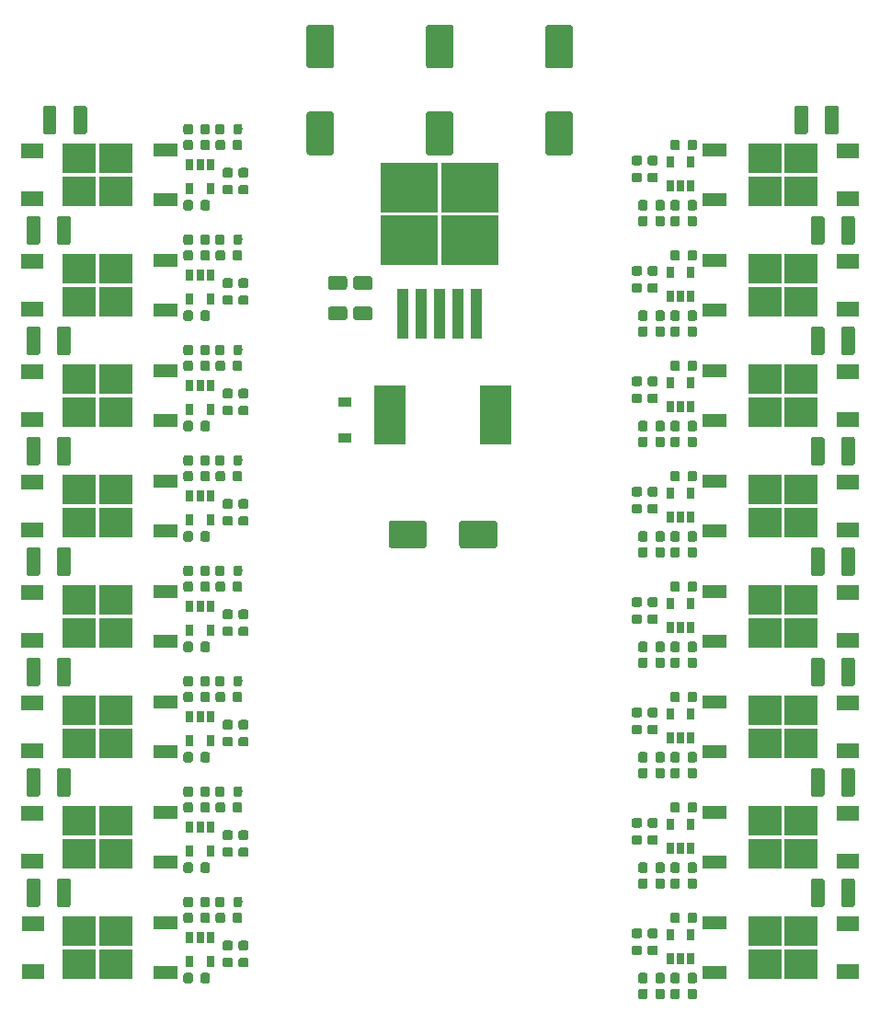
<source format=gbr>
G04 #@! TF.GenerationSoftware,KiCad,Pcbnew,(5.1.0)-1*
G04 #@! TF.CreationDate,2021-07-12T23:23:52+02:00*
G04 #@! TF.ProjectId,Magnetsteuerung_v2.1,4d61676e-6574-4737-9465-756572756e67,rev?*
G04 #@! TF.SameCoordinates,Original*
G04 #@! TF.FileFunction,Paste,Top*
G04 #@! TF.FilePolarity,Positive*
%FSLAX46Y46*%
G04 Gerber Fmt 4.6, Leading zero omitted, Abs format (unit mm)*
G04 Created by KiCad (PCBNEW (5.1.0)-1) date 2021-07-12 23:23:52*
%MOMM*%
%LPD*%
G04 APERTURE LIST*
%ADD10C,0.100000*%
%ADD11C,1.250000*%
%ADD12C,2.500000*%
%ADD13R,2.200000X1.200000*%
%ADD14R,3.050000X2.750000*%
%ADD15C,0.875000*%
%ADD16C,0.800000*%
%ADD17R,0.650000X1.060000*%
%ADD18R,2.900000X5.400000*%
%ADD19R,2.100000X1.400000*%
%ADD20R,5.250000X4.550000*%
%ADD21R,1.100000X4.600000*%
%ADD22R,1.200000X0.900000*%
G04 APERTURE END LIST*
D10*
G36*
X126159504Y-54736204D02*
G01*
X126183773Y-54739804D01*
X126207571Y-54745765D01*
X126230671Y-54754030D01*
X126252849Y-54764520D01*
X126273893Y-54777133D01*
X126293598Y-54791747D01*
X126311777Y-54808223D01*
X126328253Y-54826402D01*
X126342867Y-54846107D01*
X126355480Y-54867151D01*
X126365970Y-54889329D01*
X126374235Y-54912429D01*
X126380196Y-54936227D01*
X126383796Y-54960496D01*
X126385000Y-54985000D01*
X126385000Y-55735000D01*
X126383796Y-55759504D01*
X126380196Y-55783773D01*
X126374235Y-55807571D01*
X126365970Y-55830671D01*
X126355480Y-55852849D01*
X126342867Y-55873893D01*
X126328253Y-55893598D01*
X126311777Y-55911777D01*
X126293598Y-55928253D01*
X126273893Y-55942867D01*
X126252849Y-55955480D01*
X126230671Y-55965970D01*
X126207571Y-55974235D01*
X126183773Y-55980196D01*
X126159504Y-55983796D01*
X126135000Y-55985000D01*
X124885000Y-55985000D01*
X124860496Y-55983796D01*
X124836227Y-55980196D01*
X124812429Y-55974235D01*
X124789329Y-55965970D01*
X124767151Y-55955480D01*
X124746107Y-55942867D01*
X124726402Y-55928253D01*
X124708223Y-55911777D01*
X124691747Y-55893598D01*
X124677133Y-55873893D01*
X124664520Y-55852849D01*
X124654030Y-55830671D01*
X124645765Y-55807571D01*
X124639804Y-55783773D01*
X124636204Y-55759504D01*
X124635000Y-55735000D01*
X124635000Y-54985000D01*
X124636204Y-54960496D01*
X124639804Y-54936227D01*
X124645765Y-54912429D01*
X124654030Y-54889329D01*
X124664520Y-54867151D01*
X124677133Y-54846107D01*
X124691747Y-54826402D01*
X124708223Y-54808223D01*
X124726402Y-54791747D01*
X124746107Y-54777133D01*
X124767151Y-54764520D01*
X124789329Y-54754030D01*
X124812429Y-54745765D01*
X124836227Y-54739804D01*
X124860496Y-54736204D01*
X124885000Y-54735000D01*
X126135000Y-54735000D01*
X126159504Y-54736204D01*
X126159504Y-54736204D01*
G37*
D11*
X125510000Y-55360000D03*
D10*
G36*
X126159504Y-57536204D02*
G01*
X126183773Y-57539804D01*
X126207571Y-57545765D01*
X126230671Y-57554030D01*
X126252849Y-57564520D01*
X126273893Y-57577133D01*
X126293598Y-57591747D01*
X126311777Y-57608223D01*
X126328253Y-57626402D01*
X126342867Y-57646107D01*
X126355480Y-57667151D01*
X126365970Y-57689329D01*
X126374235Y-57712429D01*
X126380196Y-57736227D01*
X126383796Y-57760496D01*
X126385000Y-57785000D01*
X126385000Y-58535000D01*
X126383796Y-58559504D01*
X126380196Y-58583773D01*
X126374235Y-58607571D01*
X126365970Y-58630671D01*
X126355480Y-58652849D01*
X126342867Y-58673893D01*
X126328253Y-58693598D01*
X126311777Y-58711777D01*
X126293598Y-58728253D01*
X126273893Y-58742867D01*
X126252849Y-58755480D01*
X126230671Y-58765970D01*
X126207571Y-58774235D01*
X126183773Y-58780196D01*
X126159504Y-58783796D01*
X126135000Y-58785000D01*
X124885000Y-58785000D01*
X124860496Y-58783796D01*
X124836227Y-58780196D01*
X124812429Y-58774235D01*
X124789329Y-58765970D01*
X124767151Y-58755480D01*
X124746107Y-58742867D01*
X124726402Y-58728253D01*
X124708223Y-58711777D01*
X124691747Y-58693598D01*
X124677133Y-58673893D01*
X124664520Y-58652849D01*
X124654030Y-58630671D01*
X124645765Y-58607571D01*
X124639804Y-58583773D01*
X124636204Y-58559504D01*
X124635000Y-58535000D01*
X124635000Y-57785000D01*
X124636204Y-57760496D01*
X124639804Y-57736227D01*
X124645765Y-57712429D01*
X124654030Y-57689329D01*
X124664520Y-57667151D01*
X124677133Y-57646107D01*
X124691747Y-57626402D01*
X124708223Y-57608223D01*
X124726402Y-57591747D01*
X124746107Y-57577133D01*
X124767151Y-57564520D01*
X124789329Y-57554030D01*
X124812429Y-57545765D01*
X124836227Y-57539804D01*
X124860496Y-57536204D01*
X124885000Y-57535000D01*
X126135000Y-57535000D01*
X126159504Y-57536204D01*
X126159504Y-57536204D01*
G37*
D11*
X125510000Y-58160000D03*
D10*
G36*
X146924504Y-39601204D02*
G01*
X146948773Y-39604804D01*
X146972571Y-39610765D01*
X146995671Y-39619030D01*
X147017849Y-39629520D01*
X147038893Y-39642133D01*
X147058598Y-39656747D01*
X147076777Y-39673223D01*
X147093253Y-39691402D01*
X147107867Y-39711107D01*
X147120480Y-39732151D01*
X147130970Y-39754329D01*
X147139235Y-39777429D01*
X147145196Y-39801227D01*
X147148796Y-39825496D01*
X147150000Y-39850000D01*
X147150000Y-43350000D01*
X147148796Y-43374504D01*
X147145196Y-43398773D01*
X147139235Y-43422571D01*
X147130970Y-43445671D01*
X147120480Y-43467849D01*
X147107867Y-43488893D01*
X147093253Y-43508598D01*
X147076777Y-43526777D01*
X147058598Y-43543253D01*
X147038893Y-43557867D01*
X147017849Y-43570480D01*
X146995671Y-43580970D01*
X146972571Y-43589235D01*
X146948773Y-43595196D01*
X146924504Y-43598796D01*
X146900000Y-43600000D01*
X144900000Y-43600000D01*
X144875496Y-43598796D01*
X144851227Y-43595196D01*
X144827429Y-43589235D01*
X144804329Y-43580970D01*
X144782151Y-43570480D01*
X144761107Y-43557867D01*
X144741402Y-43543253D01*
X144723223Y-43526777D01*
X144706747Y-43508598D01*
X144692133Y-43488893D01*
X144679520Y-43467849D01*
X144669030Y-43445671D01*
X144660765Y-43422571D01*
X144654804Y-43398773D01*
X144651204Y-43374504D01*
X144650000Y-43350000D01*
X144650000Y-39850000D01*
X144651204Y-39825496D01*
X144654804Y-39801227D01*
X144660765Y-39777429D01*
X144669030Y-39754329D01*
X144679520Y-39732151D01*
X144692133Y-39711107D01*
X144706747Y-39691402D01*
X144723223Y-39673223D01*
X144741402Y-39656747D01*
X144761107Y-39642133D01*
X144782151Y-39629520D01*
X144804329Y-39619030D01*
X144827429Y-39610765D01*
X144851227Y-39604804D01*
X144875496Y-39601204D01*
X144900000Y-39600000D01*
X146900000Y-39600000D01*
X146924504Y-39601204D01*
X146924504Y-39601204D01*
G37*
D12*
X145900000Y-41600000D03*
D10*
G36*
X146924504Y-31601204D02*
G01*
X146948773Y-31604804D01*
X146972571Y-31610765D01*
X146995671Y-31619030D01*
X147017849Y-31629520D01*
X147038893Y-31642133D01*
X147058598Y-31656747D01*
X147076777Y-31673223D01*
X147093253Y-31691402D01*
X147107867Y-31711107D01*
X147120480Y-31732151D01*
X147130970Y-31754329D01*
X147139235Y-31777429D01*
X147145196Y-31801227D01*
X147148796Y-31825496D01*
X147150000Y-31850000D01*
X147150000Y-35350000D01*
X147148796Y-35374504D01*
X147145196Y-35398773D01*
X147139235Y-35422571D01*
X147130970Y-35445671D01*
X147120480Y-35467849D01*
X147107867Y-35488893D01*
X147093253Y-35508598D01*
X147076777Y-35526777D01*
X147058598Y-35543253D01*
X147038893Y-35557867D01*
X147017849Y-35570480D01*
X146995671Y-35580970D01*
X146972571Y-35589235D01*
X146948773Y-35595196D01*
X146924504Y-35598796D01*
X146900000Y-35600000D01*
X144900000Y-35600000D01*
X144875496Y-35598796D01*
X144851227Y-35595196D01*
X144827429Y-35589235D01*
X144804329Y-35580970D01*
X144782151Y-35570480D01*
X144761107Y-35557867D01*
X144741402Y-35543253D01*
X144723223Y-35526777D01*
X144706747Y-35508598D01*
X144692133Y-35488893D01*
X144679520Y-35467849D01*
X144669030Y-35445671D01*
X144660765Y-35422571D01*
X144654804Y-35398773D01*
X144651204Y-35374504D01*
X144650000Y-35350000D01*
X144650000Y-31850000D01*
X144651204Y-31825496D01*
X144654804Y-31801227D01*
X144660765Y-31777429D01*
X144669030Y-31754329D01*
X144679520Y-31732151D01*
X144692133Y-31711107D01*
X144706747Y-31691402D01*
X144723223Y-31673223D01*
X144741402Y-31656747D01*
X144761107Y-31642133D01*
X144782151Y-31629520D01*
X144804329Y-31619030D01*
X144827429Y-31610765D01*
X144851227Y-31604804D01*
X144875496Y-31601204D01*
X144900000Y-31600000D01*
X146900000Y-31600000D01*
X146924504Y-31601204D01*
X146924504Y-31601204D01*
G37*
D12*
X145900000Y-33600000D03*
D10*
G36*
X124924504Y-39601204D02*
G01*
X124948773Y-39604804D01*
X124972571Y-39610765D01*
X124995671Y-39619030D01*
X125017849Y-39629520D01*
X125038893Y-39642133D01*
X125058598Y-39656747D01*
X125076777Y-39673223D01*
X125093253Y-39691402D01*
X125107867Y-39711107D01*
X125120480Y-39732151D01*
X125130970Y-39754329D01*
X125139235Y-39777429D01*
X125145196Y-39801227D01*
X125148796Y-39825496D01*
X125150000Y-39850000D01*
X125150000Y-43350000D01*
X125148796Y-43374504D01*
X125145196Y-43398773D01*
X125139235Y-43422571D01*
X125130970Y-43445671D01*
X125120480Y-43467849D01*
X125107867Y-43488893D01*
X125093253Y-43508598D01*
X125076777Y-43526777D01*
X125058598Y-43543253D01*
X125038893Y-43557867D01*
X125017849Y-43570480D01*
X124995671Y-43580970D01*
X124972571Y-43589235D01*
X124948773Y-43595196D01*
X124924504Y-43598796D01*
X124900000Y-43600000D01*
X122900000Y-43600000D01*
X122875496Y-43598796D01*
X122851227Y-43595196D01*
X122827429Y-43589235D01*
X122804329Y-43580970D01*
X122782151Y-43570480D01*
X122761107Y-43557867D01*
X122741402Y-43543253D01*
X122723223Y-43526777D01*
X122706747Y-43508598D01*
X122692133Y-43488893D01*
X122679520Y-43467849D01*
X122669030Y-43445671D01*
X122660765Y-43422571D01*
X122654804Y-43398773D01*
X122651204Y-43374504D01*
X122650000Y-43350000D01*
X122650000Y-39850000D01*
X122651204Y-39825496D01*
X122654804Y-39801227D01*
X122660765Y-39777429D01*
X122669030Y-39754329D01*
X122679520Y-39732151D01*
X122692133Y-39711107D01*
X122706747Y-39691402D01*
X122723223Y-39673223D01*
X122741402Y-39656747D01*
X122761107Y-39642133D01*
X122782151Y-39629520D01*
X122804329Y-39619030D01*
X122827429Y-39610765D01*
X122851227Y-39604804D01*
X122875496Y-39601204D01*
X122900000Y-39600000D01*
X124900000Y-39600000D01*
X124924504Y-39601204D01*
X124924504Y-39601204D01*
G37*
D12*
X123900000Y-41600000D03*
D10*
G36*
X124924504Y-31601204D02*
G01*
X124948773Y-31604804D01*
X124972571Y-31610765D01*
X124995671Y-31619030D01*
X125017849Y-31629520D01*
X125038893Y-31642133D01*
X125058598Y-31656747D01*
X125076777Y-31673223D01*
X125093253Y-31691402D01*
X125107867Y-31711107D01*
X125120480Y-31732151D01*
X125130970Y-31754329D01*
X125139235Y-31777429D01*
X125145196Y-31801227D01*
X125148796Y-31825496D01*
X125150000Y-31850000D01*
X125150000Y-35350000D01*
X125148796Y-35374504D01*
X125145196Y-35398773D01*
X125139235Y-35422571D01*
X125130970Y-35445671D01*
X125120480Y-35467849D01*
X125107867Y-35488893D01*
X125093253Y-35508598D01*
X125076777Y-35526777D01*
X125058598Y-35543253D01*
X125038893Y-35557867D01*
X125017849Y-35570480D01*
X124995671Y-35580970D01*
X124972571Y-35589235D01*
X124948773Y-35595196D01*
X124924504Y-35598796D01*
X124900000Y-35600000D01*
X122900000Y-35600000D01*
X122875496Y-35598796D01*
X122851227Y-35595196D01*
X122827429Y-35589235D01*
X122804329Y-35580970D01*
X122782151Y-35570480D01*
X122761107Y-35557867D01*
X122741402Y-35543253D01*
X122723223Y-35526777D01*
X122706747Y-35508598D01*
X122692133Y-35488893D01*
X122679520Y-35467849D01*
X122669030Y-35445671D01*
X122660765Y-35422571D01*
X122654804Y-35398773D01*
X122651204Y-35374504D01*
X122650000Y-35350000D01*
X122650000Y-31850000D01*
X122651204Y-31825496D01*
X122654804Y-31801227D01*
X122660765Y-31777429D01*
X122669030Y-31754329D01*
X122679520Y-31732151D01*
X122692133Y-31711107D01*
X122706747Y-31691402D01*
X122723223Y-31673223D01*
X122741402Y-31656747D01*
X122761107Y-31642133D01*
X122782151Y-31629520D01*
X122804329Y-31619030D01*
X122827429Y-31610765D01*
X122851227Y-31604804D01*
X122875496Y-31601204D01*
X122900000Y-31600000D01*
X124900000Y-31600000D01*
X124924504Y-31601204D01*
X124924504Y-31601204D01*
G37*
D12*
X123900000Y-33600000D03*
D13*
X109700000Y-108680000D03*
X109700000Y-104120000D03*
D14*
X101725000Y-104875000D03*
X105075000Y-107925000D03*
X101725000Y-107925000D03*
X105075000Y-104875000D03*
D13*
X109700000Y-118840000D03*
X109700000Y-114280000D03*
D14*
X101725000Y-115035000D03*
X105075000Y-118085000D03*
X101725000Y-118085000D03*
X105075000Y-115035000D03*
D10*
G36*
X172899504Y-89836204D02*
G01*
X172923773Y-89839804D01*
X172947571Y-89845765D01*
X172970671Y-89854030D01*
X172992849Y-89864520D01*
X173013893Y-89877133D01*
X173033598Y-89891747D01*
X173051777Y-89908223D01*
X173068253Y-89926402D01*
X173082867Y-89946107D01*
X173095480Y-89967151D01*
X173105970Y-89989329D01*
X173114235Y-90012429D01*
X173120196Y-90036227D01*
X173123796Y-90060496D01*
X173125000Y-90085000D01*
X173125000Y-92235000D01*
X173123796Y-92259504D01*
X173120196Y-92283773D01*
X173114235Y-92307571D01*
X173105970Y-92330671D01*
X173095480Y-92352849D01*
X173082867Y-92373893D01*
X173068253Y-92393598D01*
X173051777Y-92411777D01*
X173033598Y-92428253D01*
X173013893Y-92442867D01*
X172992849Y-92455480D01*
X172970671Y-92465970D01*
X172947571Y-92474235D01*
X172923773Y-92480196D01*
X172899504Y-92483796D01*
X172875000Y-92485000D01*
X172125000Y-92485000D01*
X172100496Y-92483796D01*
X172076227Y-92480196D01*
X172052429Y-92474235D01*
X172029329Y-92465970D01*
X172007151Y-92455480D01*
X171986107Y-92442867D01*
X171966402Y-92428253D01*
X171948223Y-92411777D01*
X171931747Y-92393598D01*
X171917133Y-92373893D01*
X171904520Y-92352849D01*
X171894030Y-92330671D01*
X171885765Y-92307571D01*
X171879804Y-92283773D01*
X171876204Y-92259504D01*
X171875000Y-92235000D01*
X171875000Y-90085000D01*
X171876204Y-90060496D01*
X171879804Y-90036227D01*
X171885765Y-90012429D01*
X171894030Y-89989329D01*
X171904520Y-89967151D01*
X171917133Y-89946107D01*
X171931747Y-89926402D01*
X171948223Y-89908223D01*
X171966402Y-89891747D01*
X171986107Y-89877133D01*
X172007151Y-89864520D01*
X172029329Y-89854030D01*
X172052429Y-89845765D01*
X172076227Y-89839804D01*
X172100496Y-89836204D01*
X172125000Y-89835000D01*
X172875000Y-89835000D01*
X172899504Y-89836204D01*
X172899504Y-89836204D01*
G37*
D11*
X172500000Y-91160000D03*
D10*
G36*
X170099504Y-89836204D02*
G01*
X170123773Y-89839804D01*
X170147571Y-89845765D01*
X170170671Y-89854030D01*
X170192849Y-89864520D01*
X170213893Y-89877133D01*
X170233598Y-89891747D01*
X170251777Y-89908223D01*
X170268253Y-89926402D01*
X170282867Y-89946107D01*
X170295480Y-89967151D01*
X170305970Y-89989329D01*
X170314235Y-90012429D01*
X170320196Y-90036227D01*
X170323796Y-90060496D01*
X170325000Y-90085000D01*
X170325000Y-92235000D01*
X170323796Y-92259504D01*
X170320196Y-92283773D01*
X170314235Y-92307571D01*
X170305970Y-92330671D01*
X170295480Y-92352849D01*
X170282867Y-92373893D01*
X170268253Y-92393598D01*
X170251777Y-92411777D01*
X170233598Y-92428253D01*
X170213893Y-92442867D01*
X170192849Y-92455480D01*
X170170671Y-92465970D01*
X170147571Y-92474235D01*
X170123773Y-92480196D01*
X170099504Y-92483796D01*
X170075000Y-92485000D01*
X169325000Y-92485000D01*
X169300496Y-92483796D01*
X169276227Y-92480196D01*
X169252429Y-92474235D01*
X169229329Y-92465970D01*
X169207151Y-92455480D01*
X169186107Y-92442867D01*
X169166402Y-92428253D01*
X169148223Y-92411777D01*
X169131747Y-92393598D01*
X169117133Y-92373893D01*
X169104520Y-92352849D01*
X169094030Y-92330671D01*
X169085765Y-92307571D01*
X169079804Y-92283773D01*
X169076204Y-92259504D01*
X169075000Y-92235000D01*
X169075000Y-90085000D01*
X169076204Y-90060496D01*
X169079804Y-90036227D01*
X169085765Y-90012429D01*
X169094030Y-89989329D01*
X169104520Y-89967151D01*
X169117133Y-89946107D01*
X169131747Y-89926402D01*
X169148223Y-89908223D01*
X169166402Y-89891747D01*
X169186107Y-89877133D01*
X169207151Y-89864520D01*
X169229329Y-89854030D01*
X169252429Y-89845765D01*
X169276227Y-89839804D01*
X169300496Y-89836204D01*
X169325000Y-89835000D01*
X170075000Y-89835000D01*
X170099504Y-89836204D01*
X170099504Y-89836204D01*
G37*
D11*
X169700000Y-91160000D03*
D10*
G36*
X172899504Y-59356204D02*
G01*
X172923773Y-59359804D01*
X172947571Y-59365765D01*
X172970671Y-59374030D01*
X172992849Y-59384520D01*
X173013893Y-59397133D01*
X173033598Y-59411747D01*
X173051777Y-59428223D01*
X173068253Y-59446402D01*
X173082867Y-59466107D01*
X173095480Y-59487151D01*
X173105970Y-59509329D01*
X173114235Y-59532429D01*
X173120196Y-59556227D01*
X173123796Y-59580496D01*
X173125000Y-59605000D01*
X173125000Y-61755000D01*
X173123796Y-61779504D01*
X173120196Y-61803773D01*
X173114235Y-61827571D01*
X173105970Y-61850671D01*
X173095480Y-61872849D01*
X173082867Y-61893893D01*
X173068253Y-61913598D01*
X173051777Y-61931777D01*
X173033598Y-61948253D01*
X173013893Y-61962867D01*
X172992849Y-61975480D01*
X172970671Y-61985970D01*
X172947571Y-61994235D01*
X172923773Y-62000196D01*
X172899504Y-62003796D01*
X172875000Y-62005000D01*
X172125000Y-62005000D01*
X172100496Y-62003796D01*
X172076227Y-62000196D01*
X172052429Y-61994235D01*
X172029329Y-61985970D01*
X172007151Y-61975480D01*
X171986107Y-61962867D01*
X171966402Y-61948253D01*
X171948223Y-61931777D01*
X171931747Y-61913598D01*
X171917133Y-61893893D01*
X171904520Y-61872849D01*
X171894030Y-61850671D01*
X171885765Y-61827571D01*
X171879804Y-61803773D01*
X171876204Y-61779504D01*
X171875000Y-61755000D01*
X171875000Y-59605000D01*
X171876204Y-59580496D01*
X171879804Y-59556227D01*
X171885765Y-59532429D01*
X171894030Y-59509329D01*
X171904520Y-59487151D01*
X171917133Y-59466107D01*
X171931747Y-59446402D01*
X171948223Y-59428223D01*
X171966402Y-59411747D01*
X171986107Y-59397133D01*
X172007151Y-59384520D01*
X172029329Y-59374030D01*
X172052429Y-59365765D01*
X172076227Y-59359804D01*
X172100496Y-59356204D01*
X172125000Y-59355000D01*
X172875000Y-59355000D01*
X172899504Y-59356204D01*
X172899504Y-59356204D01*
G37*
D11*
X172500000Y-60680000D03*
D10*
G36*
X170099504Y-59356204D02*
G01*
X170123773Y-59359804D01*
X170147571Y-59365765D01*
X170170671Y-59374030D01*
X170192849Y-59384520D01*
X170213893Y-59397133D01*
X170233598Y-59411747D01*
X170251777Y-59428223D01*
X170268253Y-59446402D01*
X170282867Y-59466107D01*
X170295480Y-59487151D01*
X170305970Y-59509329D01*
X170314235Y-59532429D01*
X170320196Y-59556227D01*
X170323796Y-59580496D01*
X170325000Y-59605000D01*
X170325000Y-61755000D01*
X170323796Y-61779504D01*
X170320196Y-61803773D01*
X170314235Y-61827571D01*
X170305970Y-61850671D01*
X170295480Y-61872849D01*
X170282867Y-61893893D01*
X170268253Y-61913598D01*
X170251777Y-61931777D01*
X170233598Y-61948253D01*
X170213893Y-61962867D01*
X170192849Y-61975480D01*
X170170671Y-61985970D01*
X170147571Y-61994235D01*
X170123773Y-62000196D01*
X170099504Y-62003796D01*
X170075000Y-62005000D01*
X169325000Y-62005000D01*
X169300496Y-62003796D01*
X169276227Y-62000196D01*
X169252429Y-61994235D01*
X169229329Y-61985970D01*
X169207151Y-61975480D01*
X169186107Y-61962867D01*
X169166402Y-61948253D01*
X169148223Y-61931777D01*
X169131747Y-61913598D01*
X169117133Y-61893893D01*
X169104520Y-61872849D01*
X169094030Y-61850671D01*
X169085765Y-61827571D01*
X169079804Y-61803773D01*
X169076204Y-61779504D01*
X169075000Y-61755000D01*
X169075000Y-59605000D01*
X169076204Y-59580496D01*
X169079804Y-59556227D01*
X169085765Y-59532429D01*
X169094030Y-59509329D01*
X169104520Y-59487151D01*
X169117133Y-59466107D01*
X169131747Y-59446402D01*
X169148223Y-59428223D01*
X169166402Y-59411747D01*
X169186107Y-59397133D01*
X169207151Y-59384520D01*
X169229329Y-59374030D01*
X169252429Y-59365765D01*
X169276227Y-59359804D01*
X169300496Y-59356204D01*
X169325000Y-59355000D01*
X170075000Y-59355000D01*
X170099504Y-59356204D01*
X170099504Y-59356204D01*
G37*
D11*
X169700000Y-60680000D03*
D10*
G36*
X172899504Y-110156204D02*
G01*
X172923773Y-110159804D01*
X172947571Y-110165765D01*
X172970671Y-110174030D01*
X172992849Y-110184520D01*
X173013893Y-110197133D01*
X173033598Y-110211747D01*
X173051777Y-110228223D01*
X173068253Y-110246402D01*
X173082867Y-110266107D01*
X173095480Y-110287151D01*
X173105970Y-110309329D01*
X173114235Y-110332429D01*
X173120196Y-110356227D01*
X173123796Y-110380496D01*
X173125000Y-110405000D01*
X173125000Y-112555000D01*
X173123796Y-112579504D01*
X173120196Y-112603773D01*
X173114235Y-112627571D01*
X173105970Y-112650671D01*
X173095480Y-112672849D01*
X173082867Y-112693893D01*
X173068253Y-112713598D01*
X173051777Y-112731777D01*
X173033598Y-112748253D01*
X173013893Y-112762867D01*
X172992849Y-112775480D01*
X172970671Y-112785970D01*
X172947571Y-112794235D01*
X172923773Y-112800196D01*
X172899504Y-112803796D01*
X172875000Y-112805000D01*
X172125000Y-112805000D01*
X172100496Y-112803796D01*
X172076227Y-112800196D01*
X172052429Y-112794235D01*
X172029329Y-112785970D01*
X172007151Y-112775480D01*
X171986107Y-112762867D01*
X171966402Y-112748253D01*
X171948223Y-112731777D01*
X171931747Y-112713598D01*
X171917133Y-112693893D01*
X171904520Y-112672849D01*
X171894030Y-112650671D01*
X171885765Y-112627571D01*
X171879804Y-112603773D01*
X171876204Y-112579504D01*
X171875000Y-112555000D01*
X171875000Y-110405000D01*
X171876204Y-110380496D01*
X171879804Y-110356227D01*
X171885765Y-110332429D01*
X171894030Y-110309329D01*
X171904520Y-110287151D01*
X171917133Y-110266107D01*
X171931747Y-110246402D01*
X171948223Y-110228223D01*
X171966402Y-110211747D01*
X171986107Y-110197133D01*
X172007151Y-110184520D01*
X172029329Y-110174030D01*
X172052429Y-110165765D01*
X172076227Y-110159804D01*
X172100496Y-110156204D01*
X172125000Y-110155000D01*
X172875000Y-110155000D01*
X172899504Y-110156204D01*
X172899504Y-110156204D01*
G37*
D11*
X172500000Y-111480000D03*
D10*
G36*
X170099504Y-110156204D02*
G01*
X170123773Y-110159804D01*
X170147571Y-110165765D01*
X170170671Y-110174030D01*
X170192849Y-110184520D01*
X170213893Y-110197133D01*
X170233598Y-110211747D01*
X170251777Y-110228223D01*
X170268253Y-110246402D01*
X170282867Y-110266107D01*
X170295480Y-110287151D01*
X170305970Y-110309329D01*
X170314235Y-110332429D01*
X170320196Y-110356227D01*
X170323796Y-110380496D01*
X170325000Y-110405000D01*
X170325000Y-112555000D01*
X170323796Y-112579504D01*
X170320196Y-112603773D01*
X170314235Y-112627571D01*
X170305970Y-112650671D01*
X170295480Y-112672849D01*
X170282867Y-112693893D01*
X170268253Y-112713598D01*
X170251777Y-112731777D01*
X170233598Y-112748253D01*
X170213893Y-112762867D01*
X170192849Y-112775480D01*
X170170671Y-112785970D01*
X170147571Y-112794235D01*
X170123773Y-112800196D01*
X170099504Y-112803796D01*
X170075000Y-112805000D01*
X169325000Y-112805000D01*
X169300496Y-112803796D01*
X169276227Y-112800196D01*
X169252429Y-112794235D01*
X169229329Y-112785970D01*
X169207151Y-112775480D01*
X169186107Y-112762867D01*
X169166402Y-112748253D01*
X169148223Y-112731777D01*
X169131747Y-112713598D01*
X169117133Y-112693893D01*
X169104520Y-112672849D01*
X169094030Y-112650671D01*
X169085765Y-112627571D01*
X169079804Y-112603773D01*
X169076204Y-112579504D01*
X169075000Y-112555000D01*
X169075000Y-110405000D01*
X169076204Y-110380496D01*
X169079804Y-110356227D01*
X169085765Y-110332429D01*
X169094030Y-110309329D01*
X169104520Y-110287151D01*
X169117133Y-110266107D01*
X169131747Y-110246402D01*
X169148223Y-110228223D01*
X169166402Y-110211747D01*
X169186107Y-110197133D01*
X169207151Y-110184520D01*
X169229329Y-110174030D01*
X169252429Y-110165765D01*
X169276227Y-110159804D01*
X169300496Y-110156204D01*
X169325000Y-110155000D01*
X170075000Y-110155000D01*
X170099504Y-110156204D01*
X170099504Y-110156204D01*
G37*
D11*
X169700000Y-111480000D03*
D10*
G36*
X172899504Y-79676204D02*
G01*
X172923773Y-79679804D01*
X172947571Y-79685765D01*
X172970671Y-79694030D01*
X172992849Y-79704520D01*
X173013893Y-79717133D01*
X173033598Y-79731747D01*
X173051777Y-79748223D01*
X173068253Y-79766402D01*
X173082867Y-79786107D01*
X173095480Y-79807151D01*
X173105970Y-79829329D01*
X173114235Y-79852429D01*
X173120196Y-79876227D01*
X173123796Y-79900496D01*
X173125000Y-79925000D01*
X173125000Y-82075000D01*
X173123796Y-82099504D01*
X173120196Y-82123773D01*
X173114235Y-82147571D01*
X173105970Y-82170671D01*
X173095480Y-82192849D01*
X173082867Y-82213893D01*
X173068253Y-82233598D01*
X173051777Y-82251777D01*
X173033598Y-82268253D01*
X173013893Y-82282867D01*
X172992849Y-82295480D01*
X172970671Y-82305970D01*
X172947571Y-82314235D01*
X172923773Y-82320196D01*
X172899504Y-82323796D01*
X172875000Y-82325000D01*
X172125000Y-82325000D01*
X172100496Y-82323796D01*
X172076227Y-82320196D01*
X172052429Y-82314235D01*
X172029329Y-82305970D01*
X172007151Y-82295480D01*
X171986107Y-82282867D01*
X171966402Y-82268253D01*
X171948223Y-82251777D01*
X171931747Y-82233598D01*
X171917133Y-82213893D01*
X171904520Y-82192849D01*
X171894030Y-82170671D01*
X171885765Y-82147571D01*
X171879804Y-82123773D01*
X171876204Y-82099504D01*
X171875000Y-82075000D01*
X171875000Y-79925000D01*
X171876204Y-79900496D01*
X171879804Y-79876227D01*
X171885765Y-79852429D01*
X171894030Y-79829329D01*
X171904520Y-79807151D01*
X171917133Y-79786107D01*
X171931747Y-79766402D01*
X171948223Y-79748223D01*
X171966402Y-79731747D01*
X171986107Y-79717133D01*
X172007151Y-79704520D01*
X172029329Y-79694030D01*
X172052429Y-79685765D01*
X172076227Y-79679804D01*
X172100496Y-79676204D01*
X172125000Y-79675000D01*
X172875000Y-79675000D01*
X172899504Y-79676204D01*
X172899504Y-79676204D01*
G37*
D11*
X172500000Y-81000000D03*
D10*
G36*
X170099504Y-79676204D02*
G01*
X170123773Y-79679804D01*
X170147571Y-79685765D01*
X170170671Y-79694030D01*
X170192849Y-79704520D01*
X170213893Y-79717133D01*
X170233598Y-79731747D01*
X170251777Y-79748223D01*
X170268253Y-79766402D01*
X170282867Y-79786107D01*
X170295480Y-79807151D01*
X170305970Y-79829329D01*
X170314235Y-79852429D01*
X170320196Y-79876227D01*
X170323796Y-79900496D01*
X170325000Y-79925000D01*
X170325000Y-82075000D01*
X170323796Y-82099504D01*
X170320196Y-82123773D01*
X170314235Y-82147571D01*
X170305970Y-82170671D01*
X170295480Y-82192849D01*
X170282867Y-82213893D01*
X170268253Y-82233598D01*
X170251777Y-82251777D01*
X170233598Y-82268253D01*
X170213893Y-82282867D01*
X170192849Y-82295480D01*
X170170671Y-82305970D01*
X170147571Y-82314235D01*
X170123773Y-82320196D01*
X170099504Y-82323796D01*
X170075000Y-82325000D01*
X169325000Y-82325000D01*
X169300496Y-82323796D01*
X169276227Y-82320196D01*
X169252429Y-82314235D01*
X169229329Y-82305970D01*
X169207151Y-82295480D01*
X169186107Y-82282867D01*
X169166402Y-82268253D01*
X169148223Y-82251777D01*
X169131747Y-82233598D01*
X169117133Y-82213893D01*
X169104520Y-82192849D01*
X169094030Y-82170671D01*
X169085765Y-82147571D01*
X169079804Y-82123773D01*
X169076204Y-82099504D01*
X169075000Y-82075000D01*
X169075000Y-79925000D01*
X169076204Y-79900496D01*
X169079804Y-79876227D01*
X169085765Y-79852429D01*
X169094030Y-79829329D01*
X169104520Y-79807151D01*
X169117133Y-79786107D01*
X169131747Y-79766402D01*
X169148223Y-79748223D01*
X169166402Y-79731747D01*
X169186107Y-79717133D01*
X169207151Y-79704520D01*
X169229329Y-79694030D01*
X169252429Y-79685765D01*
X169276227Y-79679804D01*
X169300496Y-79676204D01*
X169325000Y-79675000D01*
X170075000Y-79675000D01*
X170099504Y-79676204D01*
X170099504Y-79676204D01*
G37*
D11*
X169700000Y-81000000D03*
D10*
G36*
X172899504Y-49196204D02*
G01*
X172923773Y-49199804D01*
X172947571Y-49205765D01*
X172970671Y-49214030D01*
X172992849Y-49224520D01*
X173013893Y-49237133D01*
X173033598Y-49251747D01*
X173051777Y-49268223D01*
X173068253Y-49286402D01*
X173082867Y-49306107D01*
X173095480Y-49327151D01*
X173105970Y-49349329D01*
X173114235Y-49372429D01*
X173120196Y-49396227D01*
X173123796Y-49420496D01*
X173125000Y-49445000D01*
X173125000Y-51595000D01*
X173123796Y-51619504D01*
X173120196Y-51643773D01*
X173114235Y-51667571D01*
X173105970Y-51690671D01*
X173095480Y-51712849D01*
X173082867Y-51733893D01*
X173068253Y-51753598D01*
X173051777Y-51771777D01*
X173033598Y-51788253D01*
X173013893Y-51802867D01*
X172992849Y-51815480D01*
X172970671Y-51825970D01*
X172947571Y-51834235D01*
X172923773Y-51840196D01*
X172899504Y-51843796D01*
X172875000Y-51845000D01*
X172125000Y-51845000D01*
X172100496Y-51843796D01*
X172076227Y-51840196D01*
X172052429Y-51834235D01*
X172029329Y-51825970D01*
X172007151Y-51815480D01*
X171986107Y-51802867D01*
X171966402Y-51788253D01*
X171948223Y-51771777D01*
X171931747Y-51753598D01*
X171917133Y-51733893D01*
X171904520Y-51712849D01*
X171894030Y-51690671D01*
X171885765Y-51667571D01*
X171879804Y-51643773D01*
X171876204Y-51619504D01*
X171875000Y-51595000D01*
X171875000Y-49445000D01*
X171876204Y-49420496D01*
X171879804Y-49396227D01*
X171885765Y-49372429D01*
X171894030Y-49349329D01*
X171904520Y-49327151D01*
X171917133Y-49306107D01*
X171931747Y-49286402D01*
X171948223Y-49268223D01*
X171966402Y-49251747D01*
X171986107Y-49237133D01*
X172007151Y-49224520D01*
X172029329Y-49214030D01*
X172052429Y-49205765D01*
X172076227Y-49199804D01*
X172100496Y-49196204D01*
X172125000Y-49195000D01*
X172875000Y-49195000D01*
X172899504Y-49196204D01*
X172899504Y-49196204D01*
G37*
D11*
X172500000Y-50520000D03*
D10*
G36*
X170099504Y-49196204D02*
G01*
X170123773Y-49199804D01*
X170147571Y-49205765D01*
X170170671Y-49214030D01*
X170192849Y-49224520D01*
X170213893Y-49237133D01*
X170233598Y-49251747D01*
X170251777Y-49268223D01*
X170268253Y-49286402D01*
X170282867Y-49306107D01*
X170295480Y-49327151D01*
X170305970Y-49349329D01*
X170314235Y-49372429D01*
X170320196Y-49396227D01*
X170323796Y-49420496D01*
X170325000Y-49445000D01*
X170325000Y-51595000D01*
X170323796Y-51619504D01*
X170320196Y-51643773D01*
X170314235Y-51667571D01*
X170305970Y-51690671D01*
X170295480Y-51712849D01*
X170282867Y-51733893D01*
X170268253Y-51753598D01*
X170251777Y-51771777D01*
X170233598Y-51788253D01*
X170213893Y-51802867D01*
X170192849Y-51815480D01*
X170170671Y-51825970D01*
X170147571Y-51834235D01*
X170123773Y-51840196D01*
X170099504Y-51843796D01*
X170075000Y-51845000D01*
X169325000Y-51845000D01*
X169300496Y-51843796D01*
X169276227Y-51840196D01*
X169252429Y-51834235D01*
X169229329Y-51825970D01*
X169207151Y-51815480D01*
X169186107Y-51802867D01*
X169166402Y-51788253D01*
X169148223Y-51771777D01*
X169131747Y-51753598D01*
X169117133Y-51733893D01*
X169104520Y-51712849D01*
X169094030Y-51690671D01*
X169085765Y-51667571D01*
X169079804Y-51643773D01*
X169076204Y-51619504D01*
X169075000Y-51595000D01*
X169075000Y-49445000D01*
X169076204Y-49420496D01*
X169079804Y-49396227D01*
X169085765Y-49372429D01*
X169094030Y-49349329D01*
X169104520Y-49327151D01*
X169117133Y-49306107D01*
X169131747Y-49286402D01*
X169148223Y-49268223D01*
X169166402Y-49251747D01*
X169186107Y-49237133D01*
X169207151Y-49224520D01*
X169229329Y-49214030D01*
X169252429Y-49205765D01*
X169276227Y-49199804D01*
X169300496Y-49196204D01*
X169325000Y-49195000D01*
X170075000Y-49195000D01*
X170099504Y-49196204D01*
X170099504Y-49196204D01*
G37*
D11*
X169700000Y-50520000D03*
D10*
G36*
X172899504Y-99996204D02*
G01*
X172923773Y-99999804D01*
X172947571Y-100005765D01*
X172970671Y-100014030D01*
X172992849Y-100024520D01*
X173013893Y-100037133D01*
X173033598Y-100051747D01*
X173051777Y-100068223D01*
X173068253Y-100086402D01*
X173082867Y-100106107D01*
X173095480Y-100127151D01*
X173105970Y-100149329D01*
X173114235Y-100172429D01*
X173120196Y-100196227D01*
X173123796Y-100220496D01*
X173125000Y-100245000D01*
X173125000Y-102395000D01*
X173123796Y-102419504D01*
X173120196Y-102443773D01*
X173114235Y-102467571D01*
X173105970Y-102490671D01*
X173095480Y-102512849D01*
X173082867Y-102533893D01*
X173068253Y-102553598D01*
X173051777Y-102571777D01*
X173033598Y-102588253D01*
X173013893Y-102602867D01*
X172992849Y-102615480D01*
X172970671Y-102625970D01*
X172947571Y-102634235D01*
X172923773Y-102640196D01*
X172899504Y-102643796D01*
X172875000Y-102645000D01*
X172125000Y-102645000D01*
X172100496Y-102643796D01*
X172076227Y-102640196D01*
X172052429Y-102634235D01*
X172029329Y-102625970D01*
X172007151Y-102615480D01*
X171986107Y-102602867D01*
X171966402Y-102588253D01*
X171948223Y-102571777D01*
X171931747Y-102553598D01*
X171917133Y-102533893D01*
X171904520Y-102512849D01*
X171894030Y-102490671D01*
X171885765Y-102467571D01*
X171879804Y-102443773D01*
X171876204Y-102419504D01*
X171875000Y-102395000D01*
X171875000Y-100245000D01*
X171876204Y-100220496D01*
X171879804Y-100196227D01*
X171885765Y-100172429D01*
X171894030Y-100149329D01*
X171904520Y-100127151D01*
X171917133Y-100106107D01*
X171931747Y-100086402D01*
X171948223Y-100068223D01*
X171966402Y-100051747D01*
X171986107Y-100037133D01*
X172007151Y-100024520D01*
X172029329Y-100014030D01*
X172052429Y-100005765D01*
X172076227Y-99999804D01*
X172100496Y-99996204D01*
X172125000Y-99995000D01*
X172875000Y-99995000D01*
X172899504Y-99996204D01*
X172899504Y-99996204D01*
G37*
D11*
X172500000Y-101320000D03*
D10*
G36*
X170099504Y-99996204D02*
G01*
X170123773Y-99999804D01*
X170147571Y-100005765D01*
X170170671Y-100014030D01*
X170192849Y-100024520D01*
X170213893Y-100037133D01*
X170233598Y-100051747D01*
X170251777Y-100068223D01*
X170268253Y-100086402D01*
X170282867Y-100106107D01*
X170295480Y-100127151D01*
X170305970Y-100149329D01*
X170314235Y-100172429D01*
X170320196Y-100196227D01*
X170323796Y-100220496D01*
X170325000Y-100245000D01*
X170325000Y-102395000D01*
X170323796Y-102419504D01*
X170320196Y-102443773D01*
X170314235Y-102467571D01*
X170305970Y-102490671D01*
X170295480Y-102512849D01*
X170282867Y-102533893D01*
X170268253Y-102553598D01*
X170251777Y-102571777D01*
X170233598Y-102588253D01*
X170213893Y-102602867D01*
X170192849Y-102615480D01*
X170170671Y-102625970D01*
X170147571Y-102634235D01*
X170123773Y-102640196D01*
X170099504Y-102643796D01*
X170075000Y-102645000D01*
X169325000Y-102645000D01*
X169300496Y-102643796D01*
X169276227Y-102640196D01*
X169252429Y-102634235D01*
X169229329Y-102625970D01*
X169207151Y-102615480D01*
X169186107Y-102602867D01*
X169166402Y-102588253D01*
X169148223Y-102571777D01*
X169131747Y-102553598D01*
X169117133Y-102533893D01*
X169104520Y-102512849D01*
X169094030Y-102490671D01*
X169085765Y-102467571D01*
X169079804Y-102443773D01*
X169076204Y-102419504D01*
X169075000Y-102395000D01*
X169075000Y-100245000D01*
X169076204Y-100220496D01*
X169079804Y-100196227D01*
X169085765Y-100172429D01*
X169094030Y-100149329D01*
X169104520Y-100127151D01*
X169117133Y-100106107D01*
X169131747Y-100086402D01*
X169148223Y-100068223D01*
X169166402Y-100051747D01*
X169186107Y-100037133D01*
X169207151Y-100024520D01*
X169229329Y-100014030D01*
X169252429Y-100005765D01*
X169276227Y-99999804D01*
X169300496Y-99996204D01*
X169325000Y-99995000D01*
X170075000Y-99995000D01*
X170099504Y-99996204D01*
X170099504Y-99996204D01*
G37*
D11*
X169700000Y-101320000D03*
D10*
G36*
X172899504Y-69516204D02*
G01*
X172923773Y-69519804D01*
X172947571Y-69525765D01*
X172970671Y-69534030D01*
X172992849Y-69544520D01*
X173013893Y-69557133D01*
X173033598Y-69571747D01*
X173051777Y-69588223D01*
X173068253Y-69606402D01*
X173082867Y-69626107D01*
X173095480Y-69647151D01*
X173105970Y-69669329D01*
X173114235Y-69692429D01*
X173120196Y-69716227D01*
X173123796Y-69740496D01*
X173125000Y-69765000D01*
X173125000Y-71915000D01*
X173123796Y-71939504D01*
X173120196Y-71963773D01*
X173114235Y-71987571D01*
X173105970Y-72010671D01*
X173095480Y-72032849D01*
X173082867Y-72053893D01*
X173068253Y-72073598D01*
X173051777Y-72091777D01*
X173033598Y-72108253D01*
X173013893Y-72122867D01*
X172992849Y-72135480D01*
X172970671Y-72145970D01*
X172947571Y-72154235D01*
X172923773Y-72160196D01*
X172899504Y-72163796D01*
X172875000Y-72165000D01*
X172125000Y-72165000D01*
X172100496Y-72163796D01*
X172076227Y-72160196D01*
X172052429Y-72154235D01*
X172029329Y-72145970D01*
X172007151Y-72135480D01*
X171986107Y-72122867D01*
X171966402Y-72108253D01*
X171948223Y-72091777D01*
X171931747Y-72073598D01*
X171917133Y-72053893D01*
X171904520Y-72032849D01*
X171894030Y-72010671D01*
X171885765Y-71987571D01*
X171879804Y-71963773D01*
X171876204Y-71939504D01*
X171875000Y-71915000D01*
X171875000Y-69765000D01*
X171876204Y-69740496D01*
X171879804Y-69716227D01*
X171885765Y-69692429D01*
X171894030Y-69669329D01*
X171904520Y-69647151D01*
X171917133Y-69626107D01*
X171931747Y-69606402D01*
X171948223Y-69588223D01*
X171966402Y-69571747D01*
X171986107Y-69557133D01*
X172007151Y-69544520D01*
X172029329Y-69534030D01*
X172052429Y-69525765D01*
X172076227Y-69519804D01*
X172100496Y-69516204D01*
X172125000Y-69515000D01*
X172875000Y-69515000D01*
X172899504Y-69516204D01*
X172899504Y-69516204D01*
G37*
D11*
X172500000Y-70840000D03*
D10*
G36*
X170099504Y-69516204D02*
G01*
X170123773Y-69519804D01*
X170147571Y-69525765D01*
X170170671Y-69534030D01*
X170192849Y-69544520D01*
X170213893Y-69557133D01*
X170233598Y-69571747D01*
X170251777Y-69588223D01*
X170268253Y-69606402D01*
X170282867Y-69626107D01*
X170295480Y-69647151D01*
X170305970Y-69669329D01*
X170314235Y-69692429D01*
X170320196Y-69716227D01*
X170323796Y-69740496D01*
X170325000Y-69765000D01*
X170325000Y-71915000D01*
X170323796Y-71939504D01*
X170320196Y-71963773D01*
X170314235Y-71987571D01*
X170305970Y-72010671D01*
X170295480Y-72032849D01*
X170282867Y-72053893D01*
X170268253Y-72073598D01*
X170251777Y-72091777D01*
X170233598Y-72108253D01*
X170213893Y-72122867D01*
X170192849Y-72135480D01*
X170170671Y-72145970D01*
X170147571Y-72154235D01*
X170123773Y-72160196D01*
X170099504Y-72163796D01*
X170075000Y-72165000D01*
X169325000Y-72165000D01*
X169300496Y-72163796D01*
X169276227Y-72160196D01*
X169252429Y-72154235D01*
X169229329Y-72145970D01*
X169207151Y-72135480D01*
X169186107Y-72122867D01*
X169166402Y-72108253D01*
X169148223Y-72091777D01*
X169131747Y-72073598D01*
X169117133Y-72053893D01*
X169104520Y-72032849D01*
X169094030Y-72010671D01*
X169085765Y-71987571D01*
X169079804Y-71963773D01*
X169076204Y-71939504D01*
X169075000Y-71915000D01*
X169075000Y-69765000D01*
X169076204Y-69740496D01*
X169079804Y-69716227D01*
X169085765Y-69692429D01*
X169094030Y-69669329D01*
X169104520Y-69647151D01*
X169117133Y-69626107D01*
X169131747Y-69606402D01*
X169148223Y-69588223D01*
X169166402Y-69571747D01*
X169186107Y-69557133D01*
X169207151Y-69544520D01*
X169229329Y-69534030D01*
X169252429Y-69525765D01*
X169276227Y-69519804D01*
X169300496Y-69516204D01*
X169325000Y-69515000D01*
X170075000Y-69515000D01*
X170099504Y-69516204D01*
X170099504Y-69516204D01*
G37*
D11*
X169700000Y-70840000D03*
D10*
G36*
X171399504Y-39036204D02*
G01*
X171423773Y-39039804D01*
X171447571Y-39045765D01*
X171470671Y-39054030D01*
X171492849Y-39064520D01*
X171513893Y-39077133D01*
X171533598Y-39091747D01*
X171551777Y-39108223D01*
X171568253Y-39126402D01*
X171582867Y-39146107D01*
X171595480Y-39167151D01*
X171605970Y-39189329D01*
X171614235Y-39212429D01*
X171620196Y-39236227D01*
X171623796Y-39260496D01*
X171625000Y-39285000D01*
X171625000Y-41435000D01*
X171623796Y-41459504D01*
X171620196Y-41483773D01*
X171614235Y-41507571D01*
X171605970Y-41530671D01*
X171595480Y-41552849D01*
X171582867Y-41573893D01*
X171568253Y-41593598D01*
X171551777Y-41611777D01*
X171533598Y-41628253D01*
X171513893Y-41642867D01*
X171492849Y-41655480D01*
X171470671Y-41665970D01*
X171447571Y-41674235D01*
X171423773Y-41680196D01*
X171399504Y-41683796D01*
X171375000Y-41685000D01*
X170625000Y-41685000D01*
X170600496Y-41683796D01*
X170576227Y-41680196D01*
X170552429Y-41674235D01*
X170529329Y-41665970D01*
X170507151Y-41655480D01*
X170486107Y-41642867D01*
X170466402Y-41628253D01*
X170448223Y-41611777D01*
X170431747Y-41593598D01*
X170417133Y-41573893D01*
X170404520Y-41552849D01*
X170394030Y-41530671D01*
X170385765Y-41507571D01*
X170379804Y-41483773D01*
X170376204Y-41459504D01*
X170375000Y-41435000D01*
X170375000Y-39285000D01*
X170376204Y-39260496D01*
X170379804Y-39236227D01*
X170385765Y-39212429D01*
X170394030Y-39189329D01*
X170404520Y-39167151D01*
X170417133Y-39146107D01*
X170431747Y-39126402D01*
X170448223Y-39108223D01*
X170466402Y-39091747D01*
X170486107Y-39077133D01*
X170507151Y-39064520D01*
X170529329Y-39054030D01*
X170552429Y-39045765D01*
X170576227Y-39039804D01*
X170600496Y-39036204D01*
X170625000Y-39035000D01*
X171375000Y-39035000D01*
X171399504Y-39036204D01*
X171399504Y-39036204D01*
G37*
D11*
X171000000Y-40360000D03*
D10*
G36*
X168599504Y-39036204D02*
G01*
X168623773Y-39039804D01*
X168647571Y-39045765D01*
X168670671Y-39054030D01*
X168692849Y-39064520D01*
X168713893Y-39077133D01*
X168733598Y-39091747D01*
X168751777Y-39108223D01*
X168768253Y-39126402D01*
X168782867Y-39146107D01*
X168795480Y-39167151D01*
X168805970Y-39189329D01*
X168814235Y-39212429D01*
X168820196Y-39236227D01*
X168823796Y-39260496D01*
X168825000Y-39285000D01*
X168825000Y-41435000D01*
X168823796Y-41459504D01*
X168820196Y-41483773D01*
X168814235Y-41507571D01*
X168805970Y-41530671D01*
X168795480Y-41552849D01*
X168782867Y-41573893D01*
X168768253Y-41593598D01*
X168751777Y-41611777D01*
X168733598Y-41628253D01*
X168713893Y-41642867D01*
X168692849Y-41655480D01*
X168670671Y-41665970D01*
X168647571Y-41674235D01*
X168623773Y-41680196D01*
X168599504Y-41683796D01*
X168575000Y-41685000D01*
X167825000Y-41685000D01*
X167800496Y-41683796D01*
X167776227Y-41680196D01*
X167752429Y-41674235D01*
X167729329Y-41665970D01*
X167707151Y-41655480D01*
X167686107Y-41642867D01*
X167666402Y-41628253D01*
X167648223Y-41611777D01*
X167631747Y-41593598D01*
X167617133Y-41573893D01*
X167604520Y-41552849D01*
X167594030Y-41530671D01*
X167585765Y-41507571D01*
X167579804Y-41483773D01*
X167576204Y-41459504D01*
X167575000Y-41435000D01*
X167575000Y-39285000D01*
X167576204Y-39260496D01*
X167579804Y-39236227D01*
X167585765Y-39212429D01*
X167594030Y-39189329D01*
X167604520Y-39167151D01*
X167617133Y-39146107D01*
X167631747Y-39126402D01*
X167648223Y-39108223D01*
X167666402Y-39091747D01*
X167686107Y-39077133D01*
X167707151Y-39064520D01*
X167729329Y-39054030D01*
X167752429Y-39045765D01*
X167776227Y-39039804D01*
X167800496Y-39036204D01*
X167825000Y-39035000D01*
X168575000Y-39035000D01*
X168599504Y-39036204D01*
X168599504Y-39036204D01*
G37*
D11*
X168200000Y-40360000D03*
D10*
G36*
X97899504Y-59356204D02*
G01*
X97923773Y-59359804D01*
X97947571Y-59365765D01*
X97970671Y-59374030D01*
X97992849Y-59384520D01*
X98013893Y-59397133D01*
X98033598Y-59411747D01*
X98051777Y-59428223D01*
X98068253Y-59446402D01*
X98082867Y-59466107D01*
X98095480Y-59487151D01*
X98105970Y-59509329D01*
X98114235Y-59532429D01*
X98120196Y-59556227D01*
X98123796Y-59580496D01*
X98125000Y-59605000D01*
X98125000Y-61755000D01*
X98123796Y-61779504D01*
X98120196Y-61803773D01*
X98114235Y-61827571D01*
X98105970Y-61850671D01*
X98095480Y-61872849D01*
X98082867Y-61893893D01*
X98068253Y-61913598D01*
X98051777Y-61931777D01*
X98033598Y-61948253D01*
X98013893Y-61962867D01*
X97992849Y-61975480D01*
X97970671Y-61985970D01*
X97947571Y-61994235D01*
X97923773Y-62000196D01*
X97899504Y-62003796D01*
X97875000Y-62005000D01*
X97125000Y-62005000D01*
X97100496Y-62003796D01*
X97076227Y-62000196D01*
X97052429Y-61994235D01*
X97029329Y-61985970D01*
X97007151Y-61975480D01*
X96986107Y-61962867D01*
X96966402Y-61948253D01*
X96948223Y-61931777D01*
X96931747Y-61913598D01*
X96917133Y-61893893D01*
X96904520Y-61872849D01*
X96894030Y-61850671D01*
X96885765Y-61827571D01*
X96879804Y-61803773D01*
X96876204Y-61779504D01*
X96875000Y-61755000D01*
X96875000Y-59605000D01*
X96876204Y-59580496D01*
X96879804Y-59556227D01*
X96885765Y-59532429D01*
X96894030Y-59509329D01*
X96904520Y-59487151D01*
X96917133Y-59466107D01*
X96931747Y-59446402D01*
X96948223Y-59428223D01*
X96966402Y-59411747D01*
X96986107Y-59397133D01*
X97007151Y-59384520D01*
X97029329Y-59374030D01*
X97052429Y-59365765D01*
X97076227Y-59359804D01*
X97100496Y-59356204D01*
X97125000Y-59355000D01*
X97875000Y-59355000D01*
X97899504Y-59356204D01*
X97899504Y-59356204D01*
G37*
D11*
X97500000Y-60680000D03*
D10*
G36*
X100699504Y-59356204D02*
G01*
X100723773Y-59359804D01*
X100747571Y-59365765D01*
X100770671Y-59374030D01*
X100792849Y-59384520D01*
X100813893Y-59397133D01*
X100833598Y-59411747D01*
X100851777Y-59428223D01*
X100868253Y-59446402D01*
X100882867Y-59466107D01*
X100895480Y-59487151D01*
X100905970Y-59509329D01*
X100914235Y-59532429D01*
X100920196Y-59556227D01*
X100923796Y-59580496D01*
X100925000Y-59605000D01*
X100925000Y-61755000D01*
X100923796Y-61779504D01*
X100920196Y-61803773D01*
X100914235Y-61827571D01*
X100905970Y-61850671D01*
X100895480Y-61872849D01*
X100882867Y-61893893D01*
X100868253Y-61913598D01*
X100851777Y-61931777D01*
X100833598Y-61948253D01*
X100813893Y-61962867D01*
X100792849Y-61975480D01*
X100770671Y-61985970D01*
X100747571Y-61994235D01*
X100723773Y-62000196D01*
X100699504Y-62003796D01*
X100675000Y-62005000D01*
X99925000Y-62005000D01*
X99900496Y-62003796D01*
X99876227Y-62000196D01*
X99852429Y-61994235D01*
X99829329Y-61985970D01*
X99807151Y-61975480D01*
X99786107Y-61962867D01*
X99766402Y-61948253D01*
X99748223Y-61931777D01*
X99731747Y-61913598D01*
X99717133Y-61893893D01*
X99704520Y-61872849D01*
X99694030Y-61850671D01*
X99685765Y-61827571D01*
X99679804Y-61803773D01*
X99676204Y-61779504D01*
X99675000Y-61755000D01*
X99675000Y-59605000D01*
X99676204Y-59580496D01*
X99679804Y-59556227D01*
X99685765Y-59532429D01*
X99694030Y-59509329D01*
X99704520Y-59487151D01*
X99717133Y-59466107D01*
X99731747Y-59446402D01*
X99748223Y-59428223D01*
X99766402Y-59411747D01*
X99786107Y-59397133D01*
X99807151Y-59384520D01*
X99829329Y-59374030D01*
X99852429Y-59365765D01*
X99876227Y-59359804D01*
X99900496Y-59356204D01*
X99925000Y-59355000D01*
X100675000Y-59355000D01*
X100699504Y-59356204D01*
X100699504Y-59356204D01*
G37*
D11*
X100300000Y-60680000D03*
D10*
G36*
X97899504Y-89836204D02*
G01*
X97923773Y-89839804D01*
X97947571Y-89845765D01*
X97970671Y-89854030D01*
X97992849Y-89864520D01*
X98013893Y-89877133D01*
X98033598Y-89891747D01*
X98051777Y-89908223D01*
X98068253Y-89926402D01*
X98082867Y-89946107D01*
X98095480Y-89967151D01*
X98105970Y-89989329D01*
X98114235Y-90012429D01*
X98120196Y-90036227D01*
X98123796Y-90060496D01*
X98125000Y-90085000D01*
X98125000Y-92235000D01*
X98123796Y-92259504D01*
X98120196Y-92283773D01*
X98114235Y-92307571D01*
X98105970Y-92330671D01*
X98095480Y-92352849D01*
X98082867Y-92373893D01*
X98068253Y-92393598D01*
X98051777Y-92411777D01*
X98033598Y-92428253D01*
X98013893Y-92442867D01*
X97992849Y-92455480D01*
X97970671Y-92465970D01*
X97947571Y-92474235D01*
X97923773Y-92480196D01*
X97899504Y-92483796D01*
X97875000Y-92485000D01*
X97125000Y-92485000D01*
X97100496Y-92483796D01*
X97076227Y-92480196D01*
X97052429Y-92474235D01*
X97029329Y-92465970D01*
X97007151Y-92455480D01*
X96986107Y-92442867D01*
X96966402Y-92428253D01*
X96948223Y-92411777D01*
X96931747Y-92393598D01*
X96917133Y-92373893D01*
X96904520Y-92352849D01*
X96894030Y-92330671D01*
X96885765Y-92307571D01*
X96879804Y-92283773D01*
X96876204Y-92259504D01*
X96875000Y-92235000D01*
X96875000Y-90085000D01*
X96876204Y-90060496D01*
X96879804Y-90036227D01*
X96885765Y-90012429D01*
X96894030Y-89989329D01*
X96904520Y-89967151D01*
X96917133Y-89946107D01*
X96931747Y-89926402D01*
X96948223Y-89908223D01*
X96966402Y-89891747D01*
X96986107Y-89877133D01*
X97007151Y-89864520D01*
X97029329Y-89854030D01*
X97052429Y-89845765D01*
X97076227Y-89839804D01*
X97100496Y-89836204D01*
X97125000Y-89835000D01*
X97875000Y-89835000D01*
X97899504Y-89836204D01*
X97899504Y-89836204D01*
G37*
D11*
X97500000Y-91160000D03*
D10*
G36*
X100699504Y-89836204D02*
G01*
X100723773Y-89839804D01*
X100747571Y-89845765D01*
X100770671Y-89854030D01*
X100792849Y-89864520D01*
X100813893Y-89877133D01*
X100833598Y-89891747D01*
X100851777Y-89908223D01*
X100868253Y-89926402D01*
X100882867Y-89946107D01*
X100895480Y-89967151D01*
X100905970Y-89989329D01*
X100914235Y-90012429D01*
X100920196Y-90036227D01*
X100923796Y-90060496D01*
X100925000Y-90085000D01*
X100925000Y-92235000D01*
X100923796Y-92259504D01*
X100920196Y-92283773D01*
X100914235Y-92307571D01*
X100905970Y-92330671D01*
X100895480Y-92352849D01*
X100882867Y-92373893D01*
X100868253Y-92393598D01*
X100851777Y-92411777D01*
X100833598Y-92428253D01*
X100813893Y-92442867D01*
X100792849Y-92455480D01*
X100770671Y-92465970D01*
X100747571Y-92474235D01*
X100723773Y-92480196D01*
X100699504Y-92483796D01*
X100675000Y-92485000D01*
X99925000Y-92485000D01*
X99900496Y-92483796D01*
X99876227Y-92480196D01*
X99852429Y-92474235D01*
X99829329Y-92465970D01*
X99807151Y-92455480D01*
X99786107Y-92442867D01*
X99766402Y-92428253D01*
X99748223Y-92411777D01*
X99731747Y-92393598D01*
X99717133Y-92373893D01*
X99704520Y-92352849D01*
X99694030Y-92330671D01*
X99685765Y-92307571D01*
X99679804Y-92283773D01*
X99676204Y-92259504D01*
X99675000Y-92235000D01*
X99675000Y-90085000D01*
X99676204Y-90060496D01*
X99679804Y-90036227D01*
X99685765Y-90012429D01*
X99694030Y-89989329D01*
X99704520Y-89967151D01*
X99717133Y-89946107D01*
X99731747Y-89926402D01*
X99748223Y-89908223D01*
X99766402Y-89891747D01*
X99786107Y-89877133D01*
X99807151Y-89864520D01*
X99829329Y-89854030D01*
X99852429Y-89845765D01*
X99876227Y-89839804D01*
X99900496Y-89836204D01*
X99925000Y-89835000D01*
X100675000Y-89835000D01*
X100699504Y-89836204D01*
X100699504Y-89836204D01*
G37*
D11*
X100300000Y-91160000D03*
D10*
G36*
X99399504Y-39036204D02*
G01*
X99423773Y-39039804D01*
X99447571Y-39045765D01*
X99470671Y-39054030D01*
X99492849Y-39064520D01*
X99513893Y-39077133D01*
X99533598Y-39091747D01*
X99551777Y-39108223D01*
X99568253Y-39126402D01*
X99582867Y-39146107D01*
X99595480Y-39167151D01*
X99605970Y-39189329D01*
X99614235Y-39212429D01*
X99620196Y-39236227D01*
X99623796Y-39260496D01*
X99625000Y-39285000D01*
X99625000Y-41435000D01*
X99623796Y-41459504D01*
X99620196Y-41483773D01*
X99614235Y-41507571D01*
X99605970Y-41530671D01*
X99595480Y-41552849D01*
X99582867Y-41573893D01*
X99568253Y-41593598D01*
X99551777Y-41611777D01*
X99533598Y-41628253D01*
X99513893Y-41642867D01*
X99492849Y-41655480D01*
X99470671Y-41665970D01*
X99447571Y-41674235D01*
X99423773Y-41680196D01*
X99399504Y-41683796D01*
X99375000Y-41685000D01*
X98625000Y-41685000D01*
X98600496Y-41683796D01*
X98576227Y-41680196D01*
X98552429Y-41674235D01*
X98529329Y-41665970D01*
X98507151Y-41655480D01*
X98486107Y-41642867D01*
X98466402Y-41628253D01*
X98448223Y-41611777D01*
X98431747Y-41593598D01*
X98417133Y-41573893D01*
X98404520Y-41552849D01*
X98394030Y-41530671D01*
X98385765Y-41507571D01*
X98379804Y-41483773D01*
X98376204Y-41459504D01*
X98375000Y-41435000D01*
X98375000Y-39285000D01*
X98376204Y-39260496D01*
X98379804Y-39236227D01*
X98385765Y-39212429D01*
X98394030Y-39189329D01*
X98404520Y-39167151D01*
X98417133Y-39146107D01*
X98431747Y-39126402D01*
X98448223Y-39108223D01*
X98466402Y-39091747D01*
X98486107Y-39077133D01*
X98507151Y-39064520D01*
X98529329Y-39054030D01*
X98552429Y-39045765D01*
X98576227Y-39039804D01*
X98600496Y-39036204D01*
X98625000Y-39035000D01*
X99375000Y-39035000D01*
X99399504Y-39036204D01*
X99399504Y-39036204D01*
G37*
D11*
X99000000Y-40360000D03*
D10*
G36*
X102199504Y-39036204D02*
G01*
X102223773Y-39039804D01*
X102247571Y-39045765D01*
X102270671Y-39054030D01*
X102292849Y-39064520D01*
X102313893Y-39077133D01*
X102333598Y-39091747D01*
X102351777Y-39108223D01*
X102368253Y-39126402D01*
X102382867Y-39146107D01*
X102395480Y-39167151D01*
X102405970Y-39189329D01*
X102414235Y-39212429D01*
X102420196Y-39236227D01*
X102423796Y-39260496D01*
X102425000Y-39285000D01*
X102425000Y-41435000D01*
X102423796Y-41459504D01*
X102420196Y-41483773D01*
X102414235Y-41507571D01*
X102405970Y-41530671D01*
X102395480Y-41552849D01*
X102382867Y-41573893D01*
X102368253Y-41593598D01*
X102351777Y-41611777D01*
X102333598Y-41628253D01*
X102313893Y-41642867D01*
X102292849Y-41655480D01*
X102270671Y-41665970D01*
X102247571Y-41674235D01*
X102223773Y-41680196D01*
X102199504Y-41683796D01*
X102175000Y-41685000D01*
X101425000Y-41685000D01*
X101400496Y-41683796D01*
X101376227Y-41680196D01*
X101352429Y-41674235D01*
X101329329Y-41665970D01*
X101307151Y-41655480D01*
X101286107Y-41642867D01*
X101266402Y-41628253D01*
X101248223Y-41611777D01*
X101231747Y-41593598D01*
X101217133Y-41573893D01*
X101204520Y-41552849D01*
X101194030Y-41530671D01*
X101185765Y-41507571D01*
X101179804Y-41483773D01*
X101176204Y-41459504D01*
X101175000Y-41435000D01*
X101175000Y-39285000D01*
X101176204Y-39260496D01*
X101179804Y-39236227D01*
X101185765Y-39212429D01*
X101194030Y-39189329D01*
X101204520Y-39167151D01*
X101217133Y-39146107D01*
X101231747Y-39126402D01*
X101248223Y-39108223D01*
X101266402Y-39091747D01*
X101286107Y-39077133D01*
X101307151Y-39064520D01*
X101329329Y-39054030D01*
X101352429Y-39045765D01*
X101376227Y-39039804D01*
X101400496Y-39036204D01*
X101425000Y-39035000D01*
X102175000Y-39035000D01*
X102199504Y-39036204D01*
X102199504Y-39036204D01*
G37*
D11*
X101800000Y-40360000D03*
D10*
G36*
X97899504Y-69516204D02*
G01*
X97923773Y-69519804D01*
X97947571Y-69525765D01*
X97970671Y-69534030D01*
X97992849Y-69544520D01*
X98013893Y-69557133D01*
X98033598Y-69571747D01*
X98051777Y-69588223D01*
X98068253Y-69606402D01*
X98082867Y-69626107D01*
X98095480Y-69647151D01*
X98105970Y-69669329D01*
X98114235Y-69692429D01*
X98120196Y-69716227D01*
X98123796Y-69740496D01*
X98125000Y-69765000D01*
X98125000Y-71915000D01*
X98123796Y-71939504D01*
X98120196Y-71963773D01*
X98114235Y-71987571D01*
X98105970Y-72010671D01*
X98095480Y-72032849D01*
X98082867Y-72053893D01*
X98068253Y-72073598D01*
X98051777Y-72091777D01*
X98033598Y-72108253D01*
X98013893Y-72122867D01*
X97992849Y-72135480D01*
X97970671Y-72145970D01*
X97947571Y-72154235D01*
X97923773Y-72160196D01*
X97899504Y-72163796D01*
X97875000Y-72165000D01*
X97125000Y-72165000D01*
X97100496Y-72163796D01*
X97076227Y-72160196D01*
X97052429Y-72154235D01*
X97029329Y-72145970D01*
X97007151Y-72135480D01*
X96986107Y-72122867D01*
X96966402Y-72108253D01*
X96948223Y-72091777D01*
X96931747Y-72073598D01*
X96917133Y-72053893D01*
X96904520Y-72032849D01*
X96894030Y-72010671D01*
X96885765Y-71987571D01*
X96879804Y-71963773D01*
X96876204Y-71939504D01*
X96875000Y-71915000D01*
X96875000Y-69765000D01*
X96876204Y-69740496D01*
X96879804Y-69716227D01*
X96885765Y-69692429D01*
X96894030Y-69669329D01*
X96904520Y-69647151D01*
X96917133Y-69626107D01*
X96931747Y-69606402D01*
X96948223Y-69588223D01*
X96966402Y-69571747D01*
X96986107Y-69557133D01*
X97007151Y-69544520D01*
X97029329Y-69534030D01*
X97052429Y-69525765D01*
X97076227Y-69519804D01*
X97100496Y-69516204D01*
X97125000Y-69515000D01*
X97875000Y-69515000D01*
X97899504Y-69516204D01*
X97899504Y-69516204D01*
G37*
D11*
X97500000Y-70840000D03*
D10*
G36*
X100699504Y-69516204D02*
G01*
X100723773Y-69519804D01*
X100747571Y-69525765D01*
X100770671Y-69534030D01*
X100792849Y-69544520D01*
X100813893Y-69557133D01*
X100833598Y-69571747D01*
X100851777Y-69588223D01*
X100868253Y-69606402D01*
X100882867Y-69626107D01*
X100895480Y-69647151D01*
X100905970Y-69669329D01*
X100914235Y-69692429D01*
X100920196Y-69716227D01*
X100923796Y-69740496D01*
X100925000Y-69765000D01*
X100925000Y-71915000D01*
X100923796Y-71939504D01*
X100920196Y-71963773D01*
X100914235Y-71987571D01*
X100905970Y-72010671D01*
X100895480Y-72032849D01*
X100882867Y-72053893D01*
X100868253Y-72073598D01*
X100851777Y-72091777D01*
X100833598Y-72108253D01*
X100813893Y-72122867D01*
X100792849Y-72135480D01*
X100770671Y-72145970D01*
X100747571Y-72154235D01*
X100723773Y-72160196D01*
X100699504Y-72163796D01*
X100675000Y-72165000D01*
X99925000Y-72165000D01*
X99900496Y-72163796D01*
X99876227Y-72160196D01*
X99852429Y-72154235D01*
X99829329Y-72145970D01*
X99807151Y-72135480D01*
X99786107Y-72122867D01*
X99766402Y-72108253D01*
X99748223Y-72091777D01*
X99731747Y-72073598D01*
X99717133Y-72053893D01*
X99704520Y-72032849D01*
X99694030Y-72010671D01*
X99685765Y-71987571D01*
X99679804Y-71963773D01*
X99676204Y-71939504D01*
X99675000Y-71915000D01*
X99675000Y-69765000D01*
X99676204Y-69740496D01*
X99679804Y-69716227D01*
X99685765Y-69692429D01*
X99694030Y-69669329D01*
X99704520Y-69647151D01*
X99717133Y-69626107D01*
X99731747Y-69606402D01*
X99748223Y-69588223D01*
X99766402Y-69571747D01*
X99786107Y-69557133D01*
X99807151Y-69544520D01*
X99829329Y-69534030D01*
X99852429Y-69525765D01*
X99876227Y-69519804D01*
X99900496Y-69516204D01*
X99925000Y-69515000D01*
X100675000Y-69515000D01*
X100699504Y-69516204D01*
X100699504Y-69516204D01*
G37*
D11*
X100300000Y-70840000D03*
D10*
G36*
X97899504Y-99996204D02*
G01*
X97923773Y-99999804D01*
X97947571Y-100005765D01*
X97970671Y-100014030D01*
X97992849Y-100024520D01*
X98013893Y-100037133D01*
X98033598Y-100051747D01*
X98051777Y-100068223D01*
X98068253Y-100086402D01*
X98082867Y-100106107D01*
X98095480Y-100127151D01*
X98105970Y-100149329D01*
X98114235Y-100172429D01*
X98120196Y-100196227D01*
X98123796Y-100220496D01*
X98125000Y-100245000D01*
X98125000Y-102395000D01*
X98123796Y-102419504D01*
X98120196Y-102443773D01*
X98114235Y-102467571D01*
X98105970Y-102490671D01*
X98095480Y-102512849D01*
X98082867Y-102533893D01*
X98068253Y-102553598D01*
X98051777Y-102571777D01*
X98033598Y-102588253D01*
X98013893Y-102602867D01*
X97992849Y-102615480D01*
X97970671Y-102625970D01*
X97947571Y-102634235D01*
X97923773Y-102640196D01*
X97899504Y-102643796D01*
X97875000Y-102645000D01*
X97125000Y-102645000D01*
X97100496Y-102643796D01*
X97076227Y-102640196D01*
X97052429Y-102634235D01*
X97029329Y-102625970D01*
X97007151Y-102615480D01*
X96986107Y-102602867D01*
X96966402Y-102588253D01*
X96948223Y-102571777D01*
X96931747Y-102553598D01*
X96917133Y-102533893D01*
X96904520Y-102512849D01*
X96894030Y-102490671D01*
X96885765Y-102467571D01*
X96879804Y-102443773D01*
X96876204Y-102419504D01*
X96875000Y-102395000D01*
X96875000Y-100245000D01*
X96876204Y-100220496D01*
X96879804Y-100196227D01*
X96885765Y-100172429D01*
X96894030Y-100149329D01*
X96904520Y-100127151D01*
X96917133Y-100106107D01*
X96931747Y-100086402D01*
X96948223Y-100068223D01*
X96966402Y-100051747D01*
X96986107Y-100037133D01*
X97007151Y-100024520D01*
X97029329Y-100014030D01*
X97052429Y-100005765D01*
X97076227Y-99999804D01*
X97100496Y-99996204D01*
X97125000Y-99995000D01*
X97875000Y-99995000D01*
X97899504Y-99996204D01*
X97899504Y-99996204D01*
G37*
D11*
X97500000Y-101320000D03*
D10*
G36*
X100699504Y-99996204D02*
G01*
X100723773Y-99999804D01*
X100747571Y-100005765D01*
X100770671Y-100014030D01*
X100792849Y-100024520D01*
X100813893Y-100037133D01*
X100833598Y-100051747D01*
X100851777Y-100068223D01*
X100868253Y-100086402D01*
X100882867Y-100106107D01*
X100895480Y-100127151D01*
X100905970Y-100149329D01*
X100914235Y-100172429D01*
X100920196Y-100196227D01*
X100923796Y-100220496D01*
X100925000Y-100245000D01*
X100925000Y-102395000D01*
X100923796Y-102419504D01*
X100920196Y-102443773D01*
X100914235Y-102467571D01*
X100905970Y-102490671D01*
X100895480Y-102512849D01*
X100882867Y-102533893D01*
X100868253Y-102553598D01*
X100851777Y-102571777D01*
X100833598Y-102588253D01*
X100813893Y-102602867D01*
X100792849Y-102615480D01*
X100770671Y-102625970D01*
X100747571Y-102634235D01*
X100723773Y-102640196D01*
X100699504Y-102643796D01*
X100675000Y-102645000D01*
X99925000Y-102645000D01*
X99900496Y-102643796D01*
X99876227Y-102640196D01*
X99852429Y-102634235D01*
X99829329Y-102625970D01*
X99807151Y-102615480D01*
X99786107Y-102602867D01*
X99766402Y-102588253D01*
X99748223Y-102571777D01*
X99731747Y-102553598D01*
X99717133Y-102533893D01*
X99704520Y-102512849D01*
X99694030Y-102490671D01*
X99685765Y-102467571D01*
X99679804Y-102443773D01*
X99676204Y-102419504D01*
X99675000Y-102395000D01*
X99675000Y-100245000D01*
X99676204Y-100220496D01*
X99679804Y-100196227D01*
X99685765Y-100172429D01*
X99694030Y-100149329D01*
X99704520Y-100127151D01*
X99717133Y-100106107D01*
X99731747Y-100086402D01*
X99748223Y-100068223D01*
X99766402Y-100051747D01*
X99786107Y-100037133D01*
X99807151Y-100024520D01*
X99829329Y-100014030D01*
X99852429Y-100005765D01*
X99876227Y-99999804D01*
X99900496Y-99996204D01*
X99925000Y-99995000D01*
X100675000Y-99995000D01*
X100699504Y-99996204D01*
X100699504Y-99996204D01*
G37*
D11*
X100300000Y-101320000D03*
D10*
G36*
X97899504Y-49196204D02*
G01*
X97923773Y-49199804D01*
X97947571Y-49205765D01*
X97970671Y-49214030D01*
X97992849Y-49224520D01*
X98013893Y-49237133D01*
X98033598Y-49251747D01*
X98051777Y-49268223D01*
X98068253Y-49286402D01*
X98082867Y-49306107D01*
X98095480Y-49327151D01*
X98105970Y-49349329D01*
X98114235Y-49372429D01*
X98120196Y-49396227D01*
X98123796Y-49420496D01*
X98125000Y-49445000D01*
X98125000Y-51595000D01*
X98123796Y-51619504D01*
X98120196Y-51643773D01*
X98114235Y-51667571D01*
X98105970Y-51690671D01*
X98095480Y-51712849D01*
X98082867Y-51733893D01*
X98068253Y-51753598D01*
X98051777Y-51771777D01*
X98033598Y-51788253D01*
X98013893Y-51802867D01*
X97992849Y-51815480D01*
X97970671Y-51825970D01*
X97947571Y-51834235D01*
X97923773Y-51840196D01*
X97899504Y-51843796D01*
X97875000Y-51845000D01*
X97125000Y-51845000D01*
X97100496Y-51843796D01*
X97076227Y-51840196D01*
X97052429Y-51834235D01*
X97029329Y-51825970D01*
X97007151Y-51815480D01*
X96986107Y-51802867D01*
X96966402Y-51788253D01*
X96948223Y-51771777D01*
X96931747Y-51753598D01*
X96917133Y-51733893D01*
X96904520Y-51712849D01*
X96894030Y-51690671D01*
X96885765Y-51667571D01*
X96879804Y-51643773D01*
X96876204Y-51619504D01*
X96875000Y-51595000D01*
X96875000Y-49445000D01*
X96876204Y-49420496D01*
X96879804Y-49396227D01*
X96885765Y-49372429D01*
X96894030Y-49349329D01*
X96904520Y-49327151D01*
X96917133Y-49306107D01*
X96931747Y-49286402D01*
X96948223Y-49268223D01*
X96966402Y-49251747D01*
X96986107Y-49237133D01*
X97007151Y-49224520D01*
X97029329Y-49214030D01*
X97052429Y-49205765D01*
X97076227Y-49199804D01*
X97100496Y-49196204D01*
X97125000Y-49195000D01*
X97875000Y-49195000D01*
X97899504Y-49196204D01*
X97899504Y-49196204D01*
G37*
D11*
X97500000Y-50520000D03*
D10*
G36*
X100699504Y-49196204D02*
G01*
X100723773Y-49199804D01*
X100747571Y-49205765D01*
X100770671Y-49214030D01*
X100792849Y-49224520D01*
X100813893Y-49237133D01*
X100833598Y-49251747D01*
X100851777Y-49268223D01*
X100868253Y-49286402D01*
X100882867Y-49306107D01*
X100895480Y-49327151D01*
X100905970Y-49349329D01*
X100914235Y-49372429D01*
X100920196Y-49396227D01*
X100923796Y-49420496D01*
X100925000Y-49445000D01*
X100925000Y-51595000D01*
X100923796Y-51619504D01*
X100920196Y-51643773D01*
X100914235Y-51667571D01*
X100905970Y-51690671D01*
X100895480Y-51712849D01*
X100882867Y-51733893D01*
X100868253Y-51753598D01*
X100851777Y-51771777D01*
X100833598Y-51788253D01*
X100813893Y-51802867D01*
X100792849Y-51815480D01*
X100770671Y-51825970D01*
X100747571Y-51834235D01*
X100723773Y-51840196D01*
X100699504Y-51843796D01*
X100675000Y-51845000D01*
X99925000Y-51845000D01*
X99900496Y-51843796D01*
X99876227Y-51840196D01*
X99852429Y-51834235D01*
X99829329Y-51825970D01*
X99807151Y-51815480D01*
X99786107Y-51802867D01*
X99766402Y-51788253D01*
X99748223Y-51771777D01*
X99731747Y-51753598D01*
X99717133Y-51733893D01*
X99704520Y-51712849D01*
X99694030Y-51690671D01*
X99685765Y-51667571D01*
X99679804Y-51643773D01*
X99676204Y-51619504D01*
X99675000Y-51595000D01*
X99675000Y-49445000D01*
X99676204Y-49420496D01*
X99679804Y-49396227D01*
X99685765Y-49372429D01*
X99694030Y-49349329D01*
X99704520Y-49327151D01*
X99717133Y-49306107D01*
X99731747Y-49286402D01*
X99748223Y-49268223D01*
X99766402Y-49251747D01*
X99786107Y-49237133D01*
X99807151Y-49224520D01*
X99829329Y-49214030D01*
X99852429Y-49205765D01*
X99876227Y-49199804D01*
X99900496Y-49196204D01*
X99925000Y-49195000D01*
X100675000Y-49195000D01*
X100699504Y-49196204D01*
X100699504Y-49196204D01*
G37*
D11*
X100300000Y-50520000D03*
D10*
G36*
X97899504Y-79676204D02*
G01*
X97923773Y-79679804D01*
X97947571Y-79685765D01*
X97970671Y-79694030D01*
X97992849Y-79704520D01*
X98013893Y-79717133D01*
X98033598Y-79731747D01*
X98051777Y-79748223D01*
X98068253Y-79766402D01*
X98082867Y-79786107D01*
X98095480Y-79807151D01*
X98105970Y-79829329D01*
X98114235Y-79852429D01*
X98120196Y-79876227D01*
X98123796Y-79900496D01*
X98125000Y-79925000D01*
X98125000Y-82075000D01*
X98123796Y-82099504D01*
X98120196Y-82123773D01*
X98114235Y-82147571D01*
X98105970Y-82170671D01*
X98095480Y-82192849D01*
X98082867Y-82213893D01*
X98068253Y-82233598D01*
X98051777Y-82251777D01*
X98033598Y-82268253D01*
X98013893Y-82282867D01*
X97992849Y-82295480D01*
X97970671Y-82305970D01*
X97947571Y-82314235D01*
X97923773Y-82320196D01*
X97899504Y-82323796D01*
X97875000Y-82325000D01*
X97125000Y-82325000D01*
X97100496Y-82323796D01*
X97076227Y-82320196D01*
X97052429Y-82314235D01*
X97029329Y-82305970D01*
X97007151Y-82295480D01*
X96986107Y-82282867D01*
X96966402Y-82268253D01*
X96948223Y-82251777D01*
X96931747Y-82233598D01*
X96917133Y-82213893D01*
X96904520Y-82192849D01*
X96894030Y-82170671D01*
X96885765Y-82147571D01*
X96879804Y-82123773D01*
X96876204Y-82099504D01*
X96875000Y-82075000D01*
X96875000Y-79925000D01*
X96876204Y-79900496D01*
X96879804Y-79876227D01*
X96885765Y-79852429D01*
X96894030Y-79829329D01*
X96904520Y-79807151D01*
X96917133Y-79786107D01*
X96931747Y-79766402D01*
X96948223Y-79748223D01*
X96966402Y-79731747D01*
X96986107Y-79717133D01*
X97007151Y-79704520D01*
X97029329Y-79694030D01*
X97052429Y-79685765D01*
X97076227Y-79679804D01*
X97100496Y-79676204D01*
X97125000Y-79675000D01*
X97875000Y-79675000D01*
X97899504Y-79676204D01*
X97899504Y-79676204D01*
G37*
D11*
X97500000Y-81000000D03*
D10*
G36*
X100699504Y-79676204D02*
G01*
X100723773Y-79679804D01*
X100747571Y-79685765D01*
X100770671Y-79694030D01*
X100792849Y-79704520D01*
X100813893Y-79717133D01*
X100833598Y-79731747D01*
X100851777Y-79748223D01*
X100868253Y-79766402D01*
X100882867Y-79786107D01*
X100895480Y-79807151D01*
X100905970Y-79829329D01*
X100914235Y-79852429D01*
X100920196Y-79876227D01*
X100923796Y-79900496D01*
X100925000Y-79925000D01*
X100925000Y-82075000D01*
X100923796Y-82099504D01*
X100920196Y-82123773D01*
X100914235Y-82147571D01*
X100905970Y-82170671D01*
X100895480Y-82192849D01*
X100882867Y-82213893D01*
X100868253Y-82233598D01*
X100851777Y-82251777D01*
X100833598Y-82268253D01*
X100813893Y-82282867D01*
X100792849Y-82295480D01*
X100770671Y-82305970D01*
X100747571Y-82314235D01*
X100723773Y-82320196D01*
X100699504Y-82323796D01*
X100675000Y-82325000D01*
X99925000Y-82325000D01*
X99900496Y-82323796D01*
X99876227Y-82320196D01*
X99852429Y-82314235D01*
X99829329Y-82305970D01*
X99807151Y-82295480D01*
X99786107Y-82282867D01*
X99766402Y-82268253D01*
X99748223Y-82251777D01*
X99731747Y-82233598D01*
X99717133Y-82213893D01*
X99704520Y-82192849D01*
X99694030Y-82170671D01*
X99685765Y-82147571D01*
X99679804Y-82123773D01*
X99676204Y-82099504D01*
X99675000Y-82075000D01*
X99675000Y-79925000D01*
X99676204Y-79900496D01*
X99679804Y-79876227D01*
X99685765Y-79852429D01*
X99694030Y-79829329D01*
X99704520Y-79807151D01*
X99717133Y-79786107D01*
X99731747Y-79766402D01*
X99748223Y-79748223D01*
X99766402Y-79731747D01*
X99786107Y-79717133D01*
X99807151Y-79704520D01*
X99829329Y-79694030D01*
X99852429Y-79685765D01*
X99876227Y-79679804D01*
X99900496Y-79676204D01*
X99925000Y-79675000D01*
X100675000Y-79675000D01*
X100699504Y-79676204D01*
X100699504Y-79676204D01*
G37*
D11*
X100300000Y-81000000D03*
D10*
G36*
X97899504Y-110156204D02*
G01*
X97923773Y-110159804D01*
X97947571Y-110165765D01*
X97970671Y-110174030D01*
X97992849Y-110184520D01*
X98013893Y-110197133D01*
X98033598Y-110211747D01*
X98051777Y-110228223D01*
X98068253Y-110246402D01*
X98082867Y-110266107D01*
X98095480Y-110287151D01*
X98105970Y-110309329D01*
X98114235Y-110332429D01*
X98120196Y-110356227D01*
X98123796Y-110380496D01*
X98125000Y-110405000D01*
X98125000Y-112555000D01*
X98123796Y-112579504D01*
X98120196Y-112603773D01*
X98114235Y-112627571D01*
X98105970Y-112650671D01*
X98095480Y-112672849D01*
X98082867Y-112693893D01*
X98068253Y-112713598D01*
X98051777Y-112731777D01*
X98033598Y-112748253D01*
X98013893Y-112762867D01*
X97992849Y-112775480D01*
X97970671Y-112785970D01*
X97947571Y-112794235D01*
X97923773Y-112800196D01*
X97899504Y-112803796D01*
X97875000Y-112805000D01*
X97125000Y-112805000D01*
X97100496Y-112803796D01*
X97076227Y-112800196D01*
X97052429Y-112794235D01*
X97029329Y-112785970D01*
X97007151Y-112775480D01*
X96986107Y-112762867D01*
X96966402Y-112748253D01*
X96948223Y-112731777D01*
X96931747Y-112713598D01*
X96917133Y-112693893D01*
X96904520Y-112672849D01*
X96894030Y-112650671D01*
X96885765Y-112627571D01*
X96879804Y-112603773D01*
X96876204Y-112579504D01*
X96875000Y-112555000D01*
X96875000Y-110405000D01*
X96876204Y-110380496D01*
X96879804Y-110356227D01*
X96885765Y-110332429D01*
X96894030Y-110309329D01*
X96904520Y-110287151D01*
X96917133Y-110266107D01*
X96931747Y-110246402D01*
X96948223Y-110228223D01*
X96966402Y-110211747D01*
X96986107Y-110197133D01*
X97007151Y-110184520D01*
X97029329Y-110174030D01*
X97052429Y-110165765D01*
X97076227Y-110159804D01*
X97100496Y-110156204D01*
X97125000Y-110155000D01*
X97875000Y-110155000D01*
X97899504Y-110156204D01*
X97899504Y-110156204D01*
G37*
D11*
X97500000Y-111480000D03*
D10*
G36*
X100699504Y-110156204D02*
G01*
X100723773Y-110159804D01*
X100747571Y-110165765D01*
X100770671Y-110174030D01*
X100792849Y-110184520D01*
X100813893Y-110197133D01*
X100833598Y-110211747D01*
X100851777Y-110228223D01*
X100868253Y-110246402D01*
X100882867Y-110266107D01*
X100895480Y-110287151D01*
X100905970Y-110309329D01*
X100914235Y-110332429D01*
X100920196Y-110356227D01*
X100923796Y-110380496D01*
X100925000Y-110405000D01*
X100925000Y-112555000D01*
X100923796Y-112579504D01*
X100920196Y-112603773D01*
X100914235Y-112627571D01*
X100905970Y-112650671D01*
X100895480Y-112672849D01*
X100882867Y-112693893D01*
X100868253Y-112713598D01*
X100851777Y-112731777D01*
X100833598Y-112748253D01*
X100813893Y-112762867D01*
X100792849Y-112775480D01*
X100770671Y-112785970D01*
X100747571Y-112794235D01*
X100723773Y-112800196D01*
X100699504Y-112803796D01*
X100675000Y-112805000D01*
X99925000Y-112805000D01*
X99900496Y-112803796D01*
X99876227Y-112800196D01*
X99852429Y-112794235D01*
X99829329Y-112785970D01*
X99807151Y-112775480D01*
X99786107Y-112762867D01*
X99766402Y-112748253D01*
X99748223Y-112731777D01*
X99731747Y-112713598D01*
X99717133Y-112693893D01*
X99704520Y-112672849D01*
X99694030Y-112650671D01*
X99685765Y-112627571D01*
X99679804Y-112603773D01*
X99676204Y-112579504D01*
X99675000Y-112555000D01*
X99675000Y-110405000D01*
X99676204Y-110380496D01*
X99679804Y-110356227D01*
X99685765Y-110332429D01*
X99694030Y-110309329D01*
X99704520Y-110287151D01*
X99717133Y-110266107D01*
X99731747Y-110246402D01*
X99748223Y-110228223D01*
X99766402Y-110211747D01*
X99786107Y-110197133D01*
X99807151Y-110184520D01*
X99829329Y-110174030D01*
X99852429Y-110165765D01*
X99876227Y-110159804D01*
X99900496Y-110156204D01*
X99925000Y-110155000D01*
X100675000Y-110155000D01*
X100699504Y-110156204D01*
X100699504Y-110156204D01*
G37*
D11*
X100300000Y-111480000D03*
D10*
G36*
X153862691Y-99996053D02*
G01*
X153883926Y-99999203D01*
X153904750Y-100004419D01*
X153924962Y-100011651D01*
X153944368Y-100020830D01*
X153962781Y-100031866D01*
X153980024Y-100044654D01*
X153995930Y-100059070D01*
X154010346Y-100074976D01*
X154023134Y-100092219D01*
X154034170Y-100110632D01*
X154043349Y-100130038D01*
X154050581Y-100150250D01*
X154055797Y-100171074D01*
X154058947Y-100192309D01*
X154060000Y-100213750D01*
X154060000Y-100726250D01*
X154058947Y-100747691D01*
X154055797Y-100768926D01*
X154050581Y-100789750D01*
X154043349Y-100809962D01*
X154034170Y-100829368D01*
X154023134Y-100847781D01*
X154010346Y-100865024D01*
X153995930Y-100880930D01*
X153980024Y-100895346D01*
X153962781Y-100908134D01*
X153944368Y-100919170D01*
X153924962Y-100928349D01*
X153904750Y-100935581D01*
X153883926Y-100940797D01*
X153862691Y-100943947D01*
X153841250Y-100945000D01*
X153403750Y-100945000D01*
X153382309Y-100943947D01*
X153361074Y-100940797D01*
X153340250Y-100935581D01*
X153320038Y-100928349D01*
X153300632Y-100919170D01*
X153282219Y-100908134D01*
X153264976Y-100895346D01*
X153249070Y-100880930D01*
X153234654Y-100865024D01*
X153221866Y-100847781D01*
X153210830Y-100829368D01*
X153201651Y-100809962D01*
X153194419Y-100789750D01*
X153189203Y-100768926D01*
X153186053Y-100747691D01*
X153185000Y-100726250D01*
X153185000Y-100213750D01*
X153186053Y-100192309D01*
X153189203Y-100171074D01*
X153194419Y-100150250D01*
X153201651Y-100130038D01*
X153210830Y-100110632D01*
X153221866Y-100092219D01*
X153234654Y-100074976D01*
X153249070Y-100059070D01*
X153264976Y-100044654D01*
X153282219Y-100031866D01*
X153300632Y-100020830D01*
X153320038Y-100011651D01*
X153340250Y-100004419D01*
X153361074Y-99999203D01*
X153382309Y-99996053D01*
X153403750Y-99995000D01*
X153841250Y-99995000D01*
X153862691Y-99996053D01*
X153862691Y-99996053D01*
G37*
D15*
X153622500Y-100470000D03*
D10*
G36*
X155437691Y-99996053D02*
G01*
X155458926Y-99999203D01*
X155479750Y-100004419D01*
X155499962Y-100011651D01*
X155519368Y-100020830D01*
X155537781Y-100031866D01*
X155555024Y-100044654D01*
X155570930Y-100059070D01*
X155585346Y-100074976D01*
X155598134Y-100092219D01*
X155609170Y-100110632D01*
X155618349Y-100130038D01*
X155625581Y-100150250D01*
X155630797Y-100171074D01*
X155633947Y-100192309D01*
X155635000Y-100213750D01*
X155635000Y-100726250D01*
X155633947Y-100747691D01*
X155630797Y-100768926D01*
X155625581Y-100789750D01*
X155618349Y-100809962D01*
X155609170Y-100829368D01*
X155598134Y-100847781D01*
X155585346Y-100865024D01*
X155570930Y-100880930D01*
X155555024Y-100895346D01*
X155537781Y-100908134D01*
X155519368Y-100919170D01*
X155499962Y-100928349D01*
X155479750Y-100935581D01*
X155458926Y-100940797D01*
X155437691Y-100943947D01*
X155416250Y-100945000D01*
X154978750Y-100945000D01*
X154957309Y-100943947D01*
X154936074Y-100940797D01*
X154915250Y-100935581D01*
X154895038Y-100928349D01*
X154875632Y-100919170D01*
X154857219Y-100908134D01*
X154839976Y-100895346D01*
X154824070Y-100880930D01*
X154809654Y-100865024D01*
X154796866Y-100847781D01*
X154785830Y-100829368D01*
X154776651Y-100809962D01*
X154769419Y-100789750D01*
X154764203Y-100768926D01*
X154761053Y-100747691D01*
X154760000Y-100726250D01*
X154760000Y-100213750D01*
X154761053Y-100192309D01*
X154764203Y-100171074D01*
X154769419Y-100150250D01*
X154776651Y-100130038D01*
X154785830Y-100110632D01*
X154796866Y-100092219D01*
X154809654Y-100074976D01*
X154824070Y-100059070D01*
X154839976Y-100044654D01*
X154857219Y-100031866D01*
X154875632Y-100020830D01*
X154895038Y-100011651D01*
X154915250Y-100004419D01*
X154936074Y-99999203D01*
X154957309Y-99996053D01*
X154978750Y-99995000D01*
X155416250Y-99995000D01*
X155437691Y-99996053D01*
X155437691Y-99996053D01*
G37*
D15*
X155197500Y-100470000D03*
D10*
G36*
X153862691Y-69516053D02*
G01*
X153883926Y-69519203D01*
X153904750Y-69524419D01*
X153924962Y-69531651D01*
X153944368Y-69540830D01*
X153962781Y-69551866D01*
X153980024Y-69564654D01*
X153995930Y-69579070D01*
X154010346Y-69594976D01*
X154023134Y-69612219D01*
X154034170Y-69630632D01*
X154043349Y-69650038D01*
X154050581Y-69670250D01*
X154055797Y-69691074D01*
X154058947Y-69712309D01*
X154060000Y-69733750D01*
X154060000Y-70246250D01*
X154058947Y-70267691D01*
X154055797Y-70288926D01*
X154050581Y-70309750D01*
X154043349Y-70329962D01*
X154034170Y-70349368D01*
X154023134Y-70367781D01*
X154010346Y-70385024D01*
X153995930Y-70400930D01*
X153980024Y-70415346D01*
X153962781Y-70428134D01*
X153944368Y-70439170D01*
X153924962Y-70448349D01*
X153904750Y-70455581D01*
X153883926Y-70460797D01*
X153862691Y-70463947D01*
X153841250Y-70465000D01*
X153403750Y-70465000D01*
X153382309Y-70463947D01*
X153361074Y-70460797D01*
X153340250Y-70455581D01*
X153320038Y-70448349D01*
X153300632Y-70439170D01*
X153282219Y-70428134D01*
X153264976Y-70415346D01*
X153249070Y-70400930D01*
X153234654Y-70385024D01*
X153221866Y-70367781D01*
X153210830Y-70349368D01*
X153201651Y-70329962D01*
X153194419Y-70309750D01*
X153189203Y-70288926D01*
X153186053Y-70267691D01*
X153185000Y-70246250D01*
X153185000Y-69733750D01*
X153186053Y-69712309D01*
X153189203Y-69691074D01*
X153194419Y-69670250D01*
X153201651Y-69650038D01*
X153210830Y-69630632D01*
X153221866Y-69612219D01*
X153234654Y-69594976D01*
X153249070Y-69579070D01*
X153264976Y-69564654D01*
X153282219Y-69551866D01*
X153300632Y-69540830D01*
X153320038Y-69531651D01*
X153340250Y-69524419D01*
X153361074Y-69519203D01*
X153382309Y-69516053D01*
X153403750Y-69515000D01*
X153841250Y-69515000D01*
X153862691Y-69516053D01*
X153862691Y-69516053D01*
G37*
D15*
X153622500Y-69990000D03*
D10*
G36*
X155437691Y-69516053D02*
G01*
X155458926Y-69519203D01*
X155479750Y-69524419D01*
X155499962Y-69531651D01*
X155519368Y-69540830D01*
X155537781Y-69551866D01*
X155555024Y-69564654D01*
X155570930Y-69579070D01*
X155585346Y-69594976D01*
X155598134Y-69612219D01*
X155609170Y-69630632D01*
X155618349Y-69650038D01*
X155625581Y-69670250D01*
X155630797Y-69691074D01*
X155633947Y-69712309D01*
X155635000Y-69733750D01*
X155635000Y-70246250D01*
X155633947Y-70267691D01*
X155630797Y-70288926D01*
X155625581Y-70309750D01*
X155618349Y-70329962D01*
X155609170Y-70349368D01*
X155598134Y-70367781D01*
X155585346Y-70385024D01*
X155570930Y-70400930D01*
X155555024Y-70415346D01*
X155537781Y-70428134D01*
X155519368Y-70439170D01*
X155499962Y-70448349D01*
X155479750Y-70455581D01*
X155458926Y-70460797D01*
X155437691Y-70463947D01*
X155416250Y-70465000D01*
X154978750Y-70465000D01*
X154957309Y-70463947D01*
X154936074Y-70460797D01*
X154915250Y-70455581D01*
X154895038Y-70448349D01*
X154875632Y-70439170D01*
X154857219Y-70428134D01*
X154839976Y-70415346D01*
X154824070Y-70400930D01*
X154809654Y-70385024D01*
X154796866Y-70367781D01*
X154785830Y-70349368D01*
X154776651Y-70329962D01*
X154769419Y-70309750D01*
X154764203Y-70288926D01*
X154761053Y-70267691D01*
X154760000Y-70246250D01*
X154760000Y-69733750D01*
X154761053Y-69712309D01*
X154764203Y-69691074D01*
X154769419Y-69670250D01*
X154776651Y-69650038D01*
X154785830Y-69630632D01*
X154796866Y-69612219D01*
X154809654Y-69594976D01*
X154824070Y-69579070D01*
X154839976Y-69564654D01*
X154857219Y-69551866D01*
X154875632Y-69540830D01*
X154895038Y-69531651D01*
X154915250Y-69524419D01*
X154936074Y-69519203D01*
X154957309Y-69516053D01*
X154978750Y-69515000D01*
X155416250Y-69515000D01*
X155437691Y-69516053D01*
X155437691Y-69516053D01*
G37*
D15*
X155197500Y-69990000D03*
D10*
G36*
X153862691Y-120316053D02*
G01*
X153883926Y-120319203D01*
X153904750Y-120324419D01*
X153924962Y-120331651D01*
X153944368Y-120340830D01*
X153962781Y-120351866D01*
X153980024Y-120364654D01*
X153995930Y-120379070D01*
X154010346Y-120394976D01*
X154023134Y-120412219D01*
X154034170Y-120430632D01*
X154043349Y-120450038D01*
X154050581Y-120470250D01*
X154055797Y-120491074D01*
X154058947Y-120512309D01*
X154060000Y-120533750D01*
X154060000Y-121046250D01*
X154058947Y-121067691D01*
X154055797Y-121088926D01*
X154050581Y-121109750D01*
X154043349Y-121129962D01*
X154034170Y-121149368D01*
X154023134Y-121167781D01*
X154010346Y-121185024D01*
X153995930Y-121200930D01*
X153980024Y-121215346D01*
X153962781Y-121228134D01*
X153944368Y-121239170D01*
X153924962Y-121248349D01*
X153904750Y-121255581D01*
X153883926Y-121260797D01*
X153862691Y-121263947D01*
X153841250Y-121265000D01*
X153403750Y-121265000D01*
X153382309Y-121263947D01*
X153361074Y-121260797D01*
X153340250Y-121255581D01*
X153320038Y-121248349D01*
X153300632Y-121239170D01*
X153282219Y-121228134D01*
X153264976Y-121215346D01*
X153249070Y-121200930D01*
X153234654Y-121185024D01*
X153221866Y-121167781D01*
X153210830Y-121149368D01*
X153201651Y-121129962D01*
X153194419Y-121109750D01*
X153189203Y-121088926D01*
X153186053Y-121067691D01*
X153185000Y-121046250D01*
X153185000Y-120533750D01*
X153186053Y-120512309D01*
X153189203Y-120491074D01*
X153194419Y-120470250D01*
X153201651Y-120450038D01*
X153210830Y-120430632D01*
X153221866Y-120412219D01*
X153234654Y-120394976D01*
X153249070Y-120379070D01*
X153264976Y-120364654D01*
X153282219Y-120351866D01*
X153300632Y-120340830D01*
X153320038Y-120331651D01*
X153340250Y-120324419D01*
X153361074Y-120319203D01*
X153382309Y-120316053D01*
X153403750Y-120315000D01*
X153841250Y-120315000D01*
X153862691Y-120316053D01*
X153862691Y-120316053D01*
G37*
D15*
X153622500Y-120790000D03*
D10*
G36*
X155437691Y-120316053D02*
G01*
X155458926Y-120319203D01*
X155479750Y-120324419D01*
X155499962Y-120331651D01*
X155519368Y-120340830D01*
X155537781Y-120351866D01*
X155555024Y-120364654D01*
X155570930Y-120379070D01*
X155585346Y-120394976D01*
X155598134Y-120412219D01*
X155609170Y-120430632D01*
X155618349Y-120450038D01*
X155625581Y-120470250D01*
X155630797Y-120491074D01*
X155633947Y-120512309D01*
X155635000Y-120533750D01*
X155635000Y-121046250D01*
X155633947Y-121067691D01*
X155630797Y-121088926D01*
X155625581Y-121109750D01*
X155618349Y-121129962D01*
X155609170Y-121149368D01*
X155598134Y-121167781D01*
X155585346Y-121185024D01*
X155570930Y-121200930D01*
X155555024Y-121215346D01*
X155537781Y-121228134D01*
X155519368Y-121239170D01*
X155499962Y-121248349D01*
X155479750Y-121255581D01*
X155458926Y-121260797D01*
X155437691Y-121263947D01*
X155416250Y-121265000D01*
X154978750Y-121265000D01*
X154957309Y-121263947D01*
X154936074Y-121260797D01*
X154915250Y-121255581D01*
X154895038Y-121248349D01*
X154875632Y-121239170D01*
X154857219Y-121228134D01*
X154839976Y-121215346D01*
X154824070Y-121200930D01*
X154809654Y-121185024D01*
X154796866Y-121167781D01*
X154785830Y-121149368D01*
X154776651Y-121129962D01*
X154769419Y-121109750D01*
X154764203Y-121088926D01*
X154761053Y-121067691D01*
X154760000Y-121046250D01*
X154760000Y-120533750D01*
X154761053Y-120512309D01*
X154764203Y-120491074D01*
X154769419Y-120470250D01*
X154776651Y-120450038D01*
X154785830Y-120430632D01*
X154796866Y-120412219D01*
X154809654Y-120394976D01*
X154824070Y-120379070D01*
X154839976Y-120364654D01*
X154857219Y-120351866D01*
X154875632Y-120340830D01*
X154895038Y-120331651D01*
X154915250Y-120324419D01*
X154936074Y-120319203D01*
X154957309Y-120316053D01*
X154978750Y-120315000D01*
X155416250Y-120315000D01*
X155437691Y-120316053D01*
X155437691Y-120316053D01*
G37*
D15*
X155197500Y-120790000D03*
D10*
G36*
X153862691Y-89836053D02*
G01*
X153883926Y-89839203D01*
X153904750Y-89844419D01*
X153924962Y-89851651D01*
X153944368Y-89860830D01*
X153962781Y-89871866D01*
X153980024Y-89884654D01*
X153995930Y-89899070D01*
X154010346Y-89914976D01*
X154023134Y-89932219D01*
X154034170Y-89950632D01*
X154043349Y-89970038D01*
X154050581Y-89990250D01*
X154055797Y-90011074D01*
X154058947Y-90032309D01*
X154060000Y-90053750D01*
X154060000Y-90566250D01*
X154058947Y-90587691D01*
X154055797Y-90608926D01*
X154050581Y-90629750D01*
X154043349Y-90649962D01*
X154034170Y-90669368D01*
X154023134Y-90687781D01*
X154010346Y-90705024D01*
X153995930Y-90720930D01*
X153980024Y-90735346D01*
X153962781Y-90748134D01*
X153944368Y-90759170D01*
X153924962Y-90768349D01*
X153904750Y-90775581D01*
X153883926Y-90780797D01*
X153862691Y-90783947D01*
X153841250Y-90785000D01*
X153403750Y-90785000D01*
X153382309Y-90783947D01*
X153361074Y-90780797D01*
X153340250Y-90775581D01*
X153320038Y-90768349D01*
X153300632Y-90759170D01*
X153282219Y-90748134D01*
X153264976Y-90735346D01*
X153249070Y-90720930D01*
X153234654Y-90705024D01*
X153221866Y-90687781D01*
X153210830Y-90669368D01*
X153201651Y-90649962D01*
X153194419Y-90629750D01*
X153189203Y-90608926D01*
X153186053Y-90587691D01*
X153185000Y-90566250D01*
X153185000Y-90053750D01*
X153186053Y-90032309D01*
X153189203Y-90011074D01*
X153194419Y-89990250D01*
X153201651Y-89970038D01*
X153210830Y-89950632D01*
X153221866Y-89932219D01*
X153234654Y-89914976D01*
X153249070Y-89899070D01*
X153264976Y-89884654D01*
X153282219Y-89871866D01*
X153300632Y-89860830D01*
X153320038Y-89851651D01*
X153340250Y-89844419D01*
X153361074Y-89839203D01*
X153382309Y-89836053D01*
X153403750Y-89835000D01*
X153841250Y-89835000D01*
X153862691Y-89836053D01*
X153862691Y-89836053D01*
G37*
D15*
X153622500Y-90310000D03*
D10*
G36*
X155437691Y-89836053D02*
G01*
X155458926Y-89839203D01*
X155479750Y-89844419D01*
X155499962Y-89851651D01*
X155519368Y-89860830D01*
X155537781Y-89871866D01*
X155555024Y-89884654D01*
X155570930Y-89899070D01*
X155585346Y-89914976D01*
X155598134Y-89932219D01*
X155609170Y-89950632D01*
X155618349Y-89970038D01*
X155625581Y-89990250D01*
X155630797Y-90011074D01*
X155633947Y-90032309D01*
X155635000Y-90053750D01*
X155635000Y-90566250D01*
X155633947Y-90587691D01*
X155630797Y-90608926D01*
X155625581Y-90629750D01*
X155618349Y-90649962D01*
X155609170Y-90669368D01*
X155598134Y-90687781D01*
X155585346Y-90705024D01*
X155570930Y-90720930D01*
X155555024Y-90735346D01*
X155537781Y-90748134D01*
X155519368Y-90759170D01*
X155499962Y-90768349D01*
X155479750Y-90775581D01*
X155458926Y-90780797D01*
X155437691Y-90783947D01*
X155416250Y-90785000D01*
X154978750Y-90785000D01*
X154957309Y-90783947D01*
X154936074Y-90780797D01*
X154915250Y-90775581D01*
X154895038Y-90768349D01*
X154875632Y-90759170D01*
X154857219Y-90748134D01*
X154839976Y-90735346D01*
X154824070Y-90720930D01*
X154809654Y-90705024D01*
X154796866Y-90687781D01*
X154785830Y-90669368D01*
X154776651Y-90649962D01*
X154769419Y-90629750D01*
X154764203Y-90608926D01*
X154761053Y-90587691D01*
X154760000Y-90566250D01*
X154760000Y-90053750D01*
X154761053Y-90032309D01*
X154764203Y-90011074D01*
X154769419Y-89990250D01*
X154776651Y-89970038D01*
X154785830Y-89950632D01*
X154796866Y-89932219D01*
X154809654Y-89914976D01*
X154824070Y-89899070D01*
X154839976Y-89884654D01*
X154857219Y-89871866D01*
X154875632Y-89860830D01*
X154895038Y-89851651D01*
X154915250Y-89844419D01*
X154936074Y-89839203D01*
X154957309Y-89836053D01*
X154978750Y-89835000D01*
X155416250Y-89835000D01*
X155437691Y-89836053D01*
X155437691Y-89836053D01*
G37*
D15*
X155197500Y-90310000D03*
D10*
G36*
X153862691Y-59356053D02*
G01*
X153883926Y-59359203D01*
X153904750Y-59364419D01*
X153924962Y-59371651D01*
X153944368Y-59380830D01*
X153962781Y-59391866D01*
X153980024Y-59404654D01*
X153995930Y-59419070D01*
X154010346Y-59434976D01*
X154023134Y-59452219D01*
X154034170Y-59470632D01*
X154043349Y-59490038D01*
X154050581Y-59510250D01*
X154055797Y-59531074D01*
X154058947Y-59552309D01*
X154060000Y-59573750D01*
X154060000Y-60086250D01*
X154058947Y-60107691D01*
X154055797Y-60128926D01*
X154050581Y-60149750D01*
X154043349Y-60169962D01*
X154034170Y-60189368D01*
X154023134Y-60207781D01*
X154010346Y-60225024D01*
X153995930Y-60240930D01*
X153980024Y-60255346D01*
X153962781Y-60268134D01*
X153944368Y-60279170D01*
X153924962Y-60288349D01*
X153904750Y-60295581D01*
X153883926Y-60300797D01*
X153862691Y-60303947D01*
X153841250Y-60305000D01*
X153403750Y-60305000D01*
X153382309Y-60303947D01*
X153361074Y-60300797D01*
X153340250Y-60295581D01*
X153320038Y-60288349D01*
X153300632Y-60279170D01*
X153282219Y-60268134D01*
X153264976Y-60255346D01*
X153249070Y-60240930D01*
X153234654Y-60225024D01*
X153221866Y-60207781D01*
X153210830Y-60189368D01*
X153201651Y-60169962D01*
X153194419Y-60149750D01*
X153189203Y-60128926D01*
X153186053Y-60107691D01*
X153185000Y-60086250D01*
X153185000Y-59573750D01*
X153186053Y-59552309D01*
X153189203Y-59531074D01*
X153194419Y-59510250D01*
X153201651Y-59490038D01*
X153210830Y-59470632D01*
X153221866Y-59452219D01*
X153234654Y-59434976D01*
X153249070Y-59419070D01*
X153264976Y-59404654D01*
X153282219Y-59391866D01*
X153300632Y-59380830D01*
X153320038Y-59371651D01*
X153340250Y-59364419D01*
X153361074Y-59359203D01*
X153382309Y-59356053D01*
X153403750Y-59355000D01*
X153841250Y-59355000D01*
X153862691Y-59356053D01*
X153862691Y-59356053D01*
G37*
D15*
X153622500Y-59830000D03*
D10*
G36*
X155437691Y-59356053D02*
G01*
X155458926Y-59359203D01*
X155479750Y-59364419D01*
X155499962Y-59371651D01*
X155519368Y-59380830D01*
X155537781Y-59391866D01*
X155555024Y-59404654D01*
X155570930Y-59419070D01*
X155585346Y-59434976D01*
X155598134Y-59452219D01*
X155609170Y-59470632D01*
X155618349Y-59490038D01*
X155625581Y-59510250D01*
X155630797Y-59531074D01*
X155633947Y-59552309D01*
X155635000Y-59573750D01*
X155635000Y-60086250D01*
X155633947Y-60107691D01*
X155630797Y-60128926D01*
X155625581Y-60149750D01*
X155618349Y-60169962D01*
X155609170Y-60189368D01*
X155598134Y-60207781D01*
X155585346Y-60225024D01*
X155570930Y-60240930D01*
X155555024Y-60255346D01*
X155537781Y-60268134D01*
X155519368Y-60279170D01*
X155499962Y-60288349D01*
X155479750Y-60295581D01*
X155458926Y-60300797D01*
X155437691Y-60303947D01*
X155416250Y-60305000D01*
X154978750Y-60305000D01*
X154957309Y-60303947D01*
X154936074Y-60300797D01*
X154915250Y-60295581D01*
X154895038Y-60288349D01*
X154875632Y-60279170D01*
X154857219Y-60268134D01*
X154839976Y-60255346D01*
X154824070Y-60240930D01*
X154809654Y-60225024D01*
X154796866Y-60207781D01*
X154785830Y-60189368D01*
X154776651Y-60169962D01*
X154769419Y-60149750D01*
X154764203Y-60128926D01*
X154761053Y-60107691D01*
X154760000Y-60086250D01*
X154760000Y-59573750D01*
X154761053Y-59552309D01*
X154764203Y-59531074D01*
X154769419Y-59510250D01*
X154776651Y-59490038D01*
X154785830Y-59470632D01*
X154796866Y-59452219D01*
X154809654Y-59434976D01*
X154824070Y-59419070D01*
X154839976Y-59404654D01*
X154857219Y-59391866D01*
X154875632Y-59380830D01*
X154895038Y-59371651D01*
X154915250Y-59364419D01*
X154936074Y-59359203D01*
X154957309Y-59356053D01*
X154978750Y-59355000D01*
X155416250Y-59355000D01*
X155437691Y-59356053D01*
X155437691Y-59356053D01*
G37*
D15*
X155197500Y-59830000D03*
D10*
G36*
X153862691Y-110156053D02*
G01*
X153883926Y-110159203D01*
X153904750Y-110164419D01*
X153924962Y-110171651D01*
X153944368Y-110180830D01*
X153962781Y-110191866D01*
X153980024Y-110204654D01*
X153995930Y-110219070D01*
X154010346Y-110234976D01*
X154023134Y-110252219D01*
X154034170Y-110270632D01*
X154043349Y-110290038D01*
X154050581Y-110310250D01*
X154055797Y-110331074D01*
X154058947Y-110352309D01*
X154060000Y-110373750D01*
X154060000Y-110886250D01*
X154058947Y-110907691D01*
X154055797Y-110928926D01*
X154050581Y-110949750D01*
X154043349Y-110969962D01*
X154034170Y-110989368D01*
X154023134Y-111007781D01*
X154010346Y-111025024D01*
X153995930Y-111040930D01*
X153980024Y-111055346D01*
X153962781Y-111068134D01*
X153944368Y-111079170D01*
X153924962Y-111088349D01*
X153904750Y-111095581D01*
X153883926Y-111100797D01*
X153862691Y-111103947D01*
X153841250Y-111105000D01*
X153403750Y-111105000D01*
X153382309Y-111103947D01*
X153361074Y-111100797D01*
X153340250Y-111095581D01*
X153320038Y-111088349D01*
X153300632Y-111079170D01*
X153282219Y-111068134D01*
X153264976Y-111055346D01*
X153249070Y-111040930D01*
X153234654Y-111025024D01*
X153221866Y-111007781D01*
X153210830Y-110989368D01*
X153201651Y-110969962D01*
X153194419Y-110949750D01*
X153189203Y-110928926D01*
X153186053Y-110907691D01*
X153185000Y-110886250D01*
X153185000Y-110373750D01*
X153186053Y-110352309D01*
X153189203Y-110331074D01*
X153194419Y-110310250D01*
X153201651Y-110290038D01*
X153210830Y-110270632D01*
X153221866Y-110252219D01*
X153234654Y-110234976D01*
X153249070Y-110219070D01*
X153264976Y-110204654D01*
X153282219Y-110191866D01*
X153300632Y-110180830D01*
X153320038Y-110171651D01*
X153340250Y-110164419D01*
X153361074Y-110159203D01*
X153382309Y-110156053D01*
X153403750Y-110155000D01*
X153841250Y-110155000D01*
X153862691Y-110156053D01*
X153862691Y-110156053D01*
G37*
D15*
X153622500Y-110630000D03*
D10*
G36*
X155437691Y-110156053D02*
G01*
X155458926Y-110159203D01*
X155479750Y-110164419D01*
X155499962Y-110171651D01*
X155519368Y-110180830D01*
X155537781Y-110191866D01*
X155555024Y-110204654D01*
X155570930Y-110219070D01*
X155585346Y-110234976D01*
X155598134Y-110252219D01*
X155609170Y-110270632D01*
X155618349Y-110290038D01*
X155625581Y-110310250D01*
X155630797Y-110331074D01*
X155633947Y-110352309D01*
X155635000Y-110373750D01*
X155635000Y-110886250D01*
X155633947Y-110907691D01*
X155630797Y-110928926D01*
X155625581Y-110949750D01*
X155618349Y-110969962D01*
X155609170Y-110989368D01*
X155598134Y-111007781D01*
X155585346Y-111025024D01*
X155570930Y-111040930D01*
X155555024Y-111055346D01*
X155537781Y-111068134D01*
X155519368Y-111079170D01*
X155499962Y-111088349D01*
X155479750Y-111095581D01*
X155458926Y-111100797D01*
X155437691Y-111103947D01*
X155416250Y-111105000D01*
X154978750Y-111105000D01*
X154957309Y-111103947D01*
X154936074Y-111100797D01*
X154915250Y-111095581D01*
X154895038Y-111088349D01*
X154875632Y-111079170D01*
X154857219Y-111068134D01*
X154839976Y-111055346D01*
X154824070Y-111040930D01*
X154809654Y-111025024D01*
X154796866Y-111007781D01*
X154785830Y-110989368D01*
X154776651Y-110969962D01*
X154769419Y-110949750D01*
X154764203Y-110928926D01*
X154761053Y-110907691D01*
X154760000Y-110886250D01*
X154760000Y-110373750D01*
X154761053Y-110352309D01*
X154764203Y-110331074D01*
X154769419Y-110310250D01*
X154776651Y-110290038D01*
X154785830Y-110270632D01*
X154796866Y-110252219D01*
X154809654Y-110234976D01*
X154824070Y-110219070D01*
X154839976Y-110204654D01*
X154857219Y-110191866D01*
X154875632Y-110180830D01*
X154895038Y-110171651D01*
X154915250Y-110164419D01*
X154936074Y-110159203D01*
X154957309Y-110156053D01*
X154978750Y-110155000D01*
X155416250Y-110155000D01*
X155437691Y-110156053D01*
X155437691Y-110156053D01*
G37*
D15*
X155197500Y-110630000D03*
D10*
G36*
X153862691Y-79676053D02*
G01*
X153883926Y-79679203D01*
X153904750Y-79684419D01*
X153924962Y-79691651D01*
X153944368Y-79700830D01*
X153962781Y-79711866D01*
X153980024Y-79724654D01*
X153995930Y-79739070D01*
X154010346Y-79754976D01*
X154023134Y-79772219D01*
X154034170Y-79790632D01*
X154043349Y-79810038D01*
X154050581Y-79830250D01*
X154055797Y-79851074D01*
X154058947Y-79872309D01*
X154060000Y-79893750D01*
X154060000Y-80406250D01*
X154058947Y-80427691D01*
X154055797Y-80448926D01*
X154050581Y-80469750D01*
X154043349Y-80489962D01*
X154034170Y-80509368D01*
X154023134Y-80527781D01*
X154010346Y-80545024D01*
X153995930Y-80560930D01*
X153980024Y-80575346D01*
X153962781Y-80588134D01*
X153944368Y-80599170D01*
X153924962Y-80608349D01*
X153904750Y-80615581D01*
X153883926Y-80620797D01*
X153862691Y-80623947D01*
X153841250Y-80625000D01*
X153403750Y-80625000D01*
X153382309Y-80623947D01*
X153361074Y-80620797D01*
X153340250Y-80615581D01*
X153320038Y-80608349D01*
X153300632Y-80599170D01*
X153282219Y-80588134D01*
X153264976Y-80575346D01*
X153249070Y-80560930D01*
X153234654Y-80545024D01*
X153221866Y-80527781D01*
X153210830Y-80509368D01*
X153201651Y-80489962D01*
X153194419Y-80469750D01*
X153189203Y-80448926D01*
X153186053Y-80427691D01*
X153185000Y-80406250D01*
X153185000Y-79893750D01*
X153186053Y-79872309D01*
X153189203Y-79851074D01*
X153194419Y-79830250D01*
X153201651Y-79810038D01*
X153210830Y-79790632D01*
X153221866Y-79772219D01*
X153234654Y-79754976D01*
X153249070Y-79739070D01*
X153264976Y-79724654D01*
X153282219Y-79711866D01*
X153300632Y-79700830D01*
X153320038Y-79691651D01*
X153340250Y-79684419D01*
X153361074Y-79679203D01*
X153382309Y-79676053D01*
X153403750Y-79675000D01*
X153841250Y-79675000D01*
X153862691Y-79676053D01*
X153862691Y-79676053D01*
G37*
D15*
X153622500Y-80150000D03*
D10*
G36*
X155437691Y-79676053D02*
G01*
X155458926Y-79679203D01*
X155479750Y-79684419D01*
X155499962Y-79691651D01*
X155519368Y-79700830D01*
X155537781Y-79711866D01*
X155555024Y-79724654D01*
X155570930Y-79739070D01*
X155585346Y-79754976D01*
X155598134Y-79772219D01*
X155609170Y-79790632D01*
X155618349Y-79810038D01*
X155625581Y-79830250D01*
X155630797Y-79851074D01*
X155633947Y-79872309D01*
X155635000Y-79893750D01*
X155635000Y-80406250D01*
X155633947Y-80427691D01*
X155630797Y-80448926D01*
X155625581Y-80469750D01*
X155618349Y-80489962D01*
X155609170Y-80509368D01*
X155598134Y-80527781D01*
X155585346Y-80545024D01*
X155570930Y-80560930D01*
X155555024Y-80575346D01*
X155537781Y-80588134D01*
X155519368Y-80599170D01*
X155499962Y-80608349D01*
X155479750Y-80615581D01*
X155458926Y-80620797D01*
X155437691Y-80623947D01*
X155416250Y-80625000D01*
X154978750Y-80625000D01*
X154957309Y-80623947D01*
X154936074Y-80620797D01*
X154915250Y-80615581D01*
X154895038Y-80608349D01*
X154875632Y-80599170D01*
X154857219Y-80588134D01*
X154839976Y-80575346D01*
X154824070Y-80560930D01*
X154809654Y-80545024D01*
X154796866Y-80527781D01*
X154785830Y-80509368D01*
X154776651Y-80489962D01*
X154769419Y-80469750D01*
X154764203Y-80448926D01*
X154761053Y-80427691D01*
X154760000Y-80406250D01*
X154760000Y-79893750D01*
X154761053Y-79872309D01*
X154764203Y-79851074D01*
X154769419Y-79830250D01*
X154776651Y-79810038D01*
X154785830Y-79790632D01*
X154796866Y-79772219D01*
X154809654Y-79754976D01*
X154824070Y-79739070D01*
X154839976Y-79724654D01*
X154857219Y-79711866D01*
X154875632Y-79700830D01*
X154895038Y-79691651D01*
X154915250Y-79684419D01*
X154936074Y-79679203D01*
X154957309Y-79676053D01*
X154978750Y-79675000D01*
X155416250Y-79675000D01*
X155437691Y-79676053D01*
X155437691Y-79676053D01*
G37*
D15*
X155197500Y-80150000D03*
D10*
G36*
X153862691Y-49196053D02*
G01*
X153883926Y-49199203D01*
X153904750Y-49204419D01*
X153924962Y-49211651D01*
X153944368Y-49220830D01*
X153962781Y-49231866D01*
X153980024Y-49244654D01*
X153995930Y-49259070D01*
X154010346Y-49274976D01*
X154023134Y-49292219D01*
X154034170Y-49310632D01*
X154043349Y-49330038D01*
X154050581Y-49350250D01*
X154055797Y-49371074D01*
X154058947Y-49392309D01*
X154060000Y-49413750D01*
X154060000Y-49926250D01*
X154058947Y-49947691D01*
X154055797Y-49968926D01*
X154050581Y-49989750D01*
X154043349Y-50009962D01*
X154034170Y-50029368D01*
X154023134Y-50047781D01*
X154010346Y-50065024D01*
X153995930Y-50080930D01*
X153980024Y-50095346D01*
X153962781Y-50108134D01*
X153944368Y-50119170D01*
X153924962Y-50128349D01*
X153904750Y-50135581D01*
X153883926Y-50140797D01*
X153862691Y-50143947D01*
X153841250Y-50145000D01*
X153403750Y-50145000D01*
X153382309Y-50143947D01*
X153361074Y-50140797D01*
X153340250Y-50135581D01*
X153320038Y-50128349D01*
X153300632Y-50119170D01*
X153282219Y-50108134D01*
X153264976Y-50095346D01*
X153249070Y-50080930D01*
X153234654Y-50065024D01*
X153221866Y-50047781D01*
X153210830Y-50029368D01*
X153201651Y-50009962D01*
X153194419Y-49989750D01*
X153189203Y-49968926D01*
X153186053Y-49947691D01*
X153185000Y-49926250D01*
X153185000Y-49413750D01*
X153186053Y-49392309D01*
X153189203Y-49371074D01*
X153194419Y-49350250D01*
X153201651Y-49330038D01*
X153210830Y-49310632D01*
X153221866Y-49292219D01*
X153234654Y-49274976D01*
X153249070Y-49259070D01*
X153264976Y-49244654D01*
X153282219Y-49231866D01*
X153300632Y-49220830D01*
X153320038Y-49211651D01*
X153340250Y-49204419D01*
X153361074Y-49199203D01*
X153382309Y-49196053D01*
X153403750Y-49195000D01*
X153841250Y-49195000D01*
X153862691Y-49196053D01*
X153862691Y-49196053D01*
G37*
D15*
X153622500Y-49670000D03*
D10*
G36*
X155437691Y-49196053D02*
G01*
X155458926Y-49199203D01*
X155479750Y-49204419D01*
X155499962Y-49211651D01*
X155519368Y-49220830D01*
X155537781Y-49231866D01*
X155555024Y-49244654D01*
X155570930Y-49259070D01*
X155585346Y-49274976D01*
X155598134Y-49292219D01*
X155609170Y-49310632D01*
X155618349Y-49330038D01*
X155625581Y-49350250D01*
X155630797Y-49371074D01*
X155633947Y-49392309D01*
X155635000Y-49413750D01*
X155635000Y-49926250D01*
X155633947Y-49947691D01*
X155630797Y-49968926D01*
X155625581Y-49989750D01*
X155618349Y-50009962D01*
X155609170Y-50029368D01*
X155598134Y-50047781D01*
X155585346Y-50065024D01*
X155570930Y-50080930D01*
X155555024Y-50095346D01*
X155537781Y-50108134D01*
X155519368Y-50119170D01*
X155499962Y-50128349D01*
X155479750Y-50135581D01*
X155458926Y-50140797D01*
X155437691Y-50143947D01*
X155416250Y-50145000D01*
X154978750Y-50145000D01*
X154957309Y-50143947D01*
X154936074Y-50140797D01*
X154915250Y-50135581D01*
X154895038Y-50128349D01*
X154875632Y-50119170D01*
X154857219Y-50108134D01*
X154839976Y-50095346D01*
X154824070Y-50080930D01*
X154809654Y-50065024D01*
X154796866Y-50047781D01*
X154785830Y-50029368D01*
X154776651Y-50009962D01*
X154769419Y-49989750D01*
X154764203Y-49968926D01*
X154761053Y-49947691D01*
X154760000Y-49926250D01*
X154760000Y-49413750D01*
X154761053Y-49392309D01*
X154764203Y-49371074D01*
X154769419Y-49350250D01*
X154776651Y-49330038D01*
X154785830Y-49310632D01*
X154796866Y-49292219D01*
X154809654Y-49274976D01*
X154824070Y-49259070D01*
X154839976Y-49244654D01*
X154857219Y-49231866D01*
X154875632Y-49220830D01*
X154895038Y-49211651D01*
X154915250Y-49204419D01*
X154936074Y-49199203D01*
X154957309Y-49196053D01*
X154978750Y-49195000D01*
X155416250Y-49195000D01*
X155437691Y-49196053D01*
X155437691Y-49196053D01*
G37*
D15*
X155197500Y-49670000D03*
D10*
G36*
X111982691Y-42196053D02*
G01*
X112003926Y-42199203D01*
X112024750Y-42204419D01*
X112044962Y-42211651D01*
X112064368Y-42220830D01*
X112082781Y-42231866D01*
X112100024Y-42244654D01*
X112115930Y-42259070D01*
X112130346Y-42274976D01*
X112143134Y-42292219D01*
X112154170Y-42310632D01*
X112163349Y-42330038D01*
X112170581Y-42350250D01*
X112175797Y-42371074D01*
X112178947Y-42392309D01*
X112180000Y-42413750D01*
X112180000Y-42926250D01*
X112178947Y-42947691D01*
X112175797Y-42968926D01*
X112170581Y-42989750D01*
X112163349Y-43009962D01*
X112154170Y-43029368D01*
X112143134Y-43047781D01*
X112130346Y-43065024D01*
X112115930Y-43080930D01*
X112100024Y-43095346D01*
X112082781Y-43108134D01*
X112064368Y-43119170D01*
X112044962Y-43128349D01*
X112024750Y-43135581D01*
X112003926Y-43140797D01*
X111982691Y-43143947D01*
X111961250Y-43145000D01*
X111523750Y-43145000D01*
X111502309Y-43143947D01*
X111481074Y-43140797D01*
X111460250Y-43135581D01*
X111440038Y-43128349D01*
X111420632Y-43119170D01*
X111402219Y-43108134D01*
X111384976Y-43095346D01*
X111369070Y-43080930D01*
X111354654Y-43065024D01*
X111341866Y-43047781D01*
X111330830Y-43029368D01*
X111321651Y-43009962D01*
X111314419Y-42989750D01*
X111309203Y-42968926D01*
X111306053Y-42947691D01*
X111305000Y-42926250D01*
X111305000Y-42413750D01*
X111306053Y-42392309D01*
X111309203Y-42371074D01*
X111314419Y-42350250D01*
X111321651Y-42330038D01*
X111330830Y-42310632D01*
X111341866Y-42292219D01*
X111354654Y-42274976D01*
X111369070Y-42259070D01*
X111384976Y-42244654D01*
X111402219Y-42231866D01*
X111420632Y-42220830D01*
X111440038Y-42211651D01*
X111460250Y-42204419D01*
X111481074Y-42199203D01*
X111502309Y-42196053D01*
X111523750Y-42195000D01*
X111961250Y-42195000D01*
X111982691Y-42196053D01*
X111982691Y-42196053D01*
G37*
D15*
X111742500Y-42670000D03*
D10*
G36*
X113557691Y-42196053D02*
G01*
X113578926Y-42199203D01*
X113599750Y-42204419D01*
X113619962Y-42211651D01*
X113639368Y-42220830D01*
X113657781Y-42231866D01*
X113675024Y-42244654D01*
X113690930Y-42259070D01*
X113705346Y-42274976D01*
X113718134Y-42292219D01*
X113729170Y-42310632D01*
X113738349Y-42330038D01*
X113745581Y-42350250D01*
X113750797Y-42371074D01*
X113753947Y-42392309D01*
X113755000Y-42413750D01*
X113755000Y-42926250D01*
X113753947Y-42947691D01*
X113750797Y-42968926D01*
X113745581Y-42989750D01*
X113738349Y-43009962D01*
X113729170Y-43029368D01*
X113718134Y-43047781D01*
X113705346Y-43065024D01*
X113690930Y-43080930D01*
X113675024Y-43095346D01*
X113657781Y-43108134D01*
X113639368Y-43119170D01*
X113619962Y-43128349D01*
X113599750Y-43135581D01*
X113578926Y-43140797D01*
X113557691Y-43143947D01*
X113536250Y-43145000D01*
X113098750Y-43145000D01*
X113077309Y-43143947D01*
X113056074Y-43140797D01*
X113035250Y-43135581D01*
X113015038Y-43128349D01*
X112995632Y-43119170D01*
X112977219Y-43108134D01*
X112959976Y-43095346D01*
X112944070Y-43080930D01*
X112929654Y-43065024D01*
X112916866Y-43047781D01*
X112905830Y-43029368D01*
X112896651Y-43009962D01*
X112889419Y-42989750D01*
X112884203Y-42968926D01*
X112881053Y-42947691D01*
X112880000Y-42926250D01*
X112880000Y-42413750D01*
X112881053Y-42392309D01*
X112884203Y-42371074D01*
X112889419Y-42350250D01*
X112896651Y-42330038D01*
X112905830Y-42310632D01*
X112916866Y-42292219D01*
X112929654Y-42274976D01*
X112944070Y-42259070D01*
X112959976Y-42244654D01*
X112977219Y-42231866D01*
X112995632Y-42220830D01*
X113015038Y-42211651D01*
X113035250Y-42204419D01*
X113056074Y-42199203D01*
X113077309Y-42196053D01*
X113098750Y-42195000D01*
X113536250Y-42195000D01*
X113557691Y-42196053D01*
X113557691Y-42196053D01*
G37*
D15*
X113317500Y-42670000D03*
D10*
G36*
X116534603Y-61055963D02*
G01*
X116554018Y-61058843D01*
X116573057Y-61063612D01*
X116591537Y-61070224D01*
X116609279Y-61078616D01*
X116626114Y-61088706D01*
X116641879Y-61100398D01*
X116656421Y-61113579D01*
X116669602Y-61128121D01*
X116681294Y-61143886D01*
X116691384Y-61160721D01*
X116699776Y-61178463D01*
X116706388Y-61196943D01*
X116711157Y-61215982D01*
X116714037Y-61235397D01*
X116715000Y-61255000D01*
X116715000Y-61805000D01*
X116714037Y-61824603D01*
X116711157Y-61844018D01*
X116706388Y-61863057D01*
X116699776Y-61881537D01*
X116691384Y-61899279D01*
X116681294Y-61916114D01*
X116669602Y-61931879D01*
X116656421Y-61946421D01*
X116641879Y-61959602D01*
X116626114Y-61971294D01*
X116609279Y-61981384D01*
X116591537Y-61989776D01*
X116573057Y-61996388D01*
X116554018Y-62001157D01*
X116534603Y-62004037D01*
X116515000Y-62005000D01*
X116115000Y-62005000D01*
X116095397Y-62004037D01*
X116075982Y-62001157D01*
X116056943Y-61996388D01*
X116038463Y-61989776D01*
X116020721Y-61981384D01*
X116003886Y-61971294D01*
X115988121Y-61959602D01*
X115973579Y-61946421D01*
X115960398Y-61931879D01*
X115948706Y-61916114D01*
X115938616Y-61899279D01*
X115930224Y-61881537D01*
X115923612Y-61863057D01*
X115918843Y-61844018D01*
X115915963Y-61824603D01*
X115915000Y-61805000D01*
X115915000Y-61255000D01*
X115915963Y-61235397D01*
X115918843Y-61215982D01*
X115923612Y-61196943D01*
X115930224Y-61178463D01*
X115938616Y-61160721D01*
X115948706Y-61143886D01*
X115960398Y-61128121D01*
X115973579Y-61113579D01*
X115988121Y-61100398D01*
X116003886Y-61088706D01*
X116020721Y-61078616D01*
X116038463Y-61070224D01*
X116056943Y-61063612D01*
X116075982Y-61058843D01*
X116095397Y-61055963D01*
X116115000Y-61055000D01*
X116515000Y-61055000D01*
X116534603Y-61055963D01*
X116534603Y-61055963D01*
G37*
D16*
X116315000Y-61530000D03*
D10*
G36*
X114884603Y-61055963D02*
G01*
X114904018Y-61058843D01*
X114923057Y-61063612D01*
X114941537Y-61070224D01*
X114959279Y-61078616D01*
X114976114Y-61088706D01*
X114991879Y-61100398D01*
X115006421Y-61113579D01*
X115019602Y-61128121D01*
X115031294Y-61143886D01*
X115041384Y-61160721D01*
X115049776Y-61178463D01*
X115056388Y-61196943D01*
X115061157Y-61215982D01*
X115064037Y-61235397D01*
X115065000Y-61255000D01*
X115065000Y-61805000D01*
X115064037Y-61824603D01*
X115061157Y-61844018D01*
X115056388Y-61863057D01*
X115049776Y-61881537D01*
X115041384Y-61899279D01*
X115031294Y-61916114D01*
X115019602Y-61931879D01*
X115006421Y-61946421D01*
X114991879Y-61959602D01*
X114976114Y-61971294D01*
X114959279Y-61981384D01*
X114941537Y-61989776D01*
X114923057Y-61996388D01*
X114904018Y-62001157D01*
X114884603Y-62004037D01*
X114865000Y-62005000D01*
X114465000Y-62005000D01*
X114445397Y-62004037D01*
X114425982Y-62001157D01*
X114406943Y-61996388D01*
X114388463Y-61989776D01*
X114370721Y-61981384D01*
X114353886Y-61971294D01*
X114338121Y-61959602D01*
X114323579Y-61946421D01*
X114310398Y-61931879D01*
X114298706Y-61916114D01*
X114288616Y-61899279D01*
X114280224Y-61881537D01*
X114273612Y-61863057D01*
X114268843Y-61844018D01*
X114265963Y-61824603D01*
X114265000Y-61805000D01*
X114265000Y-61255000D01*
X114265963Y-61235397D01*
X114268843Y-61215982D01*
X114273612Y-61196943D01*
X114280224Y-61178463D01*
X114288616Y-61160721D01*
X114298706Y-61143886D01*
X114310398Y-61128121D01*
X114323579Y-61113579D01*
X114338121Y-61100398D01*
X114353886Y-61088706D01*
X114370721Y-61078616D01*
X114388463Y-61070224D01*
X114406943Y-61063612D01*
X114425982Y-61058843D01*
X114445397Y-61055963D01*
X114465000Y-61055000D01*
X114865000Y-61055000D01*
X114884603Y-61055963D01*
X114884603Y-61055963D01*
G37*
D16*
X114665000Y-61530000D03*
D10*
G36*
X116534603Y-91535963D02*
G01*
X116554018Y-91538843D01*
X116573057Y-91543612D01*
X116591537Y-91550224D01*
X116609279Y-91558616D01*
X116626114Y-91568706D01*
X116641879Y-91580398D01*
X116656421Y-91593579D01*
X116669602Y-91608121D01*
X116681294Y-91623886D01*
X116691384Y-91640721D01*
X116699776Y-91658463D01*
X116706388Y-91676943D01*
X116711157Y-91695982D01*
X116714037Y-91715397D01*
X116715000Y-91735000D01*
X116715000Y-92285000D01*
X116714037Y-92304603D01*
X116711157Y-92324018D01*
X116706388Y-92343057D01*
X116699776Y-92361537D01*
X116691384Y-92379279D01*
X116681294Y-92396114D01*
X116669602Y-92411879D01*
X116656421Y-92426421D01*
X116641879Y-92439602D01*
X116626114Y-92451294D01*
X116609279Y-92461384D01*
X116591537Y-92469776D01*
X116573057Y-92476388D01*
X116554018Y-92481157D01*
X116534603Y-92484037D01*
X116515000Y-92485000D01*
X116115000Y-92485000D01*
X116095397Y-92484037D01*
X116075982Y-92481157D01*
X116056943Y-92476388D01*
X116038463Y-92469776D01*
X116020721Y-92461384D01*
X116003886Y-92451294D01*
X115988121Y-92439602D01*
X115973579Y-92426421D01*
X115960398Y-92411879D01*
X115948706Y-92396114D01*
X115938616Y-92379279D01*
X115930224Y-92361537D01*
X115923612Y-92343057D01*
X115918843Y-92324018D01*
X115915963Y-92304603D01*
X115915000Y-92285000D01*
X115915000Y-91735000D01*
X115915963Y-91715397D01*
X115918843Y-91695982D01*
X115923612Y-91676943D01*
X115930224Y-91658463D01*
X115938616Y-91640721D01*
X115948706Y-91623886D01*
X115960398Y-91608121D01*
X115973579Y-91593579D01*
X115988121Y-91580398D01*
X116003886Y-91568706D01*
X116020721Y-91558616D01*
X116038463Y-91550224D01*
X116056943Y-91543612D01*
X116075982Y-91538843D01*
X116095397Y-91535963D01*
X116115000Y-91535000D01*
X116515000Y-91535000D01*
X116534603Y-91535963D01*
X116534603Y-91535963D01*
G37*
D16*
X116315000Y-92010000D03*
D10*
G36*
X114884603Y-91535963D02*
G01*
X114904018Y-91538843D01*
X114923057Y-91543612D01*
X114941537Y-91550224D01*
X114959279Y-91558616D01*
X114976114Y-91568706D01*
X114991879Y-91580398D01*
X115006421Y-91593579D01*
X115019602Y-91608121D01*
X115031294Y-91623886D01*
X115041384Y-91640721D01*
X115049776Y-91658463D01*
X115056388Y-91676943D01*
X115061157Y-91695982D01*
X115064037Y-91715397D01*
X115065000Y-91735000D01*
X115065000Y-92285000D01*
X115064037Y-92304603D01*
X115061157Y-92324018D01*
X115056388Y-92343057D01*
X115049776Y-92361537D01*
X115041384Y-92379279D01*
X115031294Y-92396114D01*
X115019602Y-92411879D01*
X115006421Y-92426421D01*
X114991879Y-92439602D01*
X114976114Y-92451294D01*
X114959279Y-92461384D01*
X114941537Y-92469776D01*
X114923057Y-92476388D01*
X114904018Y-92481157D01*
X114884603Y-92484037D01*
X114865000Y-92485000D01*
X114465000Y-92485000D01*
X114445397Y-92484037D01*
X114425982Y-92481157D01*
X114406943Y-92476388D01*
X114388463Y-92469776D01*
X114370721Y-92461384D01*
X114353886Y-92451294D01*
X114338121Y-92439602D01*
X114323579Y-92426421D01*
X114310398Y-92411879D01*
X114298706Y-92396114D01*
X114288616Y-92379279D01*
X114280224Y-92361537D01*
X114273612Y-92343057D01*
X114268843Y-92324018D01*
X114265963Y-92304603D01*
X114265000Y-92285000D01*
X114265000Y-91735000D01*
X114265963Y-91715397D01*
X114268843Y-91695982D01*
X114273612Y-91676943D01*
X114280224Y-91658463D01*
X114288616Y-91640721D01*
X114298706Y-91623886D01*
X114310398Y-91608121D01*
X114323579Y-91593579D01*
X114338121Y-91580398D01*
X114353886Y-91568706D01*
X114370721Y-91558616D01*
X114388463Y-91550224D01*
X114406943Y-91543612D01*
X114425982Y-91538843D01*
X114445397Y-91535963D01*
X114465000Y-91535000D01*
X114865000Y-91535000D01*
X114884603Y-91535963D01*
X114884603Y-91535963D01*
G37*
D16*
X114665000Y-92010000D03*
D10*
G36*
X116534603Y-40735963D02*
G01*
X116554018Y-40738843D01*
X116573057Y-40743612D01*
X116591537Y-40750224D01*
X116609279Y-40758616D01*
X116626114Y-40768706D01*
X116641879Y-40780398D01*
X116656421Y-40793579D01*
X116669602Y-40808121D01*
X116681294Y-40823886D01*
X116691384Y-40840721D01*
X116699776Y-40858463D01*
X116706388Y-40876943D01*
X116711157Y-40895982D01*
X116714037Y-40915397D01*
X116715000Y-40935000D01*
X116715000Y-41485000D01*
X116714037Y-41504603D01*
X116711157Y-41524018D01*
X116706388Y-41543057D01*
X116699776Y-41561537D01*
X116691384Y-41579279D01*
X116681294Y-41596114D01*
X116669602Y-41611879D01*
X116656421Y-41626421D01*
X116641879Y-41639602D01*
X116626114Y-41651294D01*
X116609279Y-41661384D01*
X116591537Y-41669776D01*
X116573057Y-41676388D01*
X116554018Y-41681157D01*
X116534603Y-41684037D01*
X116515000Y-41685000D01*
X116115000Y-41685000D01*
X116095397Y-41684037D01*
X116075982Y-41681157D01*
X116056943Y-41676388D01*
X116038463Y-41669776D01*
X116020721Y-41661384D01*
X116003886Y-41651294D01*
X115988121Y-41639602D01*
X115973579Y-41626421D01*
X115960398Y-41611879D01*
X115948706Y-41596114D01*
X115938616Y-41579279D01*
X115930224Y-41561537D01*
X115923612Y-41543057D01*
X115918843Y-41524018D01*
X115915963Y-41504603D01*
X115915000Y-41485000D01*
X115915000Y-40935000D01*
X115915963Y-40915397D01*
X115918843Y-40895982D01*
X115923612Y-40876943D01*
X115930224Y-40858463D01*
X115938616Y-40840721D01*
X115948706Y-40823886D01*
X115960398Y-40808121D01*
X115973579Y-40793579D01*
X115988121Y-40780398D01*
X116003886Y-40768706D01*
X116020721Y-40758616D01*
X116038463Y-40750224D01*
X116056943Y-40743612D01*
X116075982Y-40738843D01*
X116095397Y-40735963D01*
X116115000Y-40735000D01*
X116515000Y-40735000D01*
X116534603Y-40735963D01*
X116534603Y-40735963D01*
G37*
D16*
X116315000Y-41210000D03*
D10*
G36*
X114884603Y-40735963D02*
G01*
X114904018Y-40738843D01*
X114923057Y-40743612D01*
X114941537Y-40750224D01*
X114959279Y-40758616D01*
X114976114Y-40768706D01*
X114991879Y-40780398D01*
X115006421Y-40793579D01*
X115019602Y-40808121D01*
X115031294Y-40823886D01*
X115041384Y-40840721D01*
X115049776Y-40858463D01*
X115056388Y-40876943D01*
X115061157Y-40895982D01*
X115064037Y-40915397D01*
X115065000Y-40935000D01*
X115065000Y-41485000D01*
X115064037Y-41504603D01*
X115061157Y-41524018D01*
X115056388Y-41543057D01*
X115049776Y-41561537D01*
X115041384Y-41579279D01*
X115031294Y-41596114D01*
X115019602Y-41611879D01*
X115006421Y-41626421D01*
X114991879Y-41639602D01*
X114976114Y-41651294D01*
X114959279Y-41661384D01*
X114941537Y-41669776D01*
X114923057Y-41676388D01*
X114904018Y-41681157D01*
X114884603Y-41684037D01*
X114865000Y-41685000D01*
X114465000Y-41685000D01*
X114445397Y-41684037D01*
X114425982Y-41681157D01*
X114406943Y-41676388D01*
X114388463Y-41669776D01*
X114370721Y-41661384D01*
X114353886Y-41651294D01*
X114338121Y-41639602D01*
X114323579Y-41626421D01*
X114310398Y-41611879D01*
X114298706Y-41596114D01*
X114288616Y-41579279D01*
X114280224Y-41561537D01*
X114273612Y-41543057D01*
X114268843Y-41524018D01*
X114265963Y-41504603D01*
X114265000Y-41485000D01*
X114265000Y-40935000D01*
X114265963Y-40915397D01*
X114268843Y-40895982D01*
X114273612Y-40876943D01*
X114280224Y-40858463D01*
X114288616Y-40840721D01*
X114298706Y-40823886D01*
X114310398Y-40808121D01*
X114323579Y-40793579D01*
X114338121Y-40780398D01*
X114353886Y-40768706D01*
X114370721Y-40758616D01*
X114388463Y-40750224D01*
X114406943Y-40743612D01*
X114425982Y-40738843D01*
X114445397Y-40735963D01*
X114465000Y-40735000D01*
X114865000Y-40735000D01*
X114884603Y-40735963D01*
X114884603Y-40735963D01*
G37*
D16*
X114665000Y-41210000D03*
D10*
G36*
X116534603Y-71215963D02*
G01*
X116554018Y-71218843D01*
X116573057Y-71223612D01*
X116591537Y-71230224D01*
X116609279Y-71238616D01*
X116626114Y-71248706D01*
X116641879Y-71260398D01*
X116656421Y-71273579D01*
X116669602Y-71288121D01*
X116681294Y-71303886D01*
X116691384Y-71320721D01*
X116699776Y-71338463D01*
X116706388Y-71356943D01*
X116711157Y-71375982D01*
X116714037Y-71395397D01*
X116715000Y-71415000D01*
X116715000Y-71965000D01*
X116714037Y-71984603D01*
X116711157Y-72004018D01*
X116706388Y-72023057D01*
X116699776Y-72041537D01*
X116691384Y-72059279D01*
X116681294Y-72076114D01*
X116669602Y-72091879D01*
X116656421Y-72106421D01*
X116641879Y-72119602D01*
X116626114Y-72131294D01*
X116609279Y-72141384D01*
X116591537Y-72149776D01*
X116573057Y-72156388D01*
X116554018Y-72161157D01*
X116534603Y-72164037D01*
X116515000Y-72165000D01*
X116115000Y-72165000D01*
X116095397Y-72164037D01*
X116075982Y-72161157D01*
X116056943Y-72156388D01*
X116038463Y-72149776D01*
X116020721Y-72141384D01*
X116003886Y-72131294D01*
X115988121Y-72119602D01*
X115973579Y-72106421D01*
X115960398Y-72091879D01*
X115948706Y-72076114D01*
X115938616Y-72059279D01*
X115930224Y-72041537D01*
X115923612Y-72023057D01*
X115918843Y-72004018D01*
X115915963Y-71984603D01*
X115915000Y-71965000D01*
X115915000Y-71415000D01*
X115915963Y-71395397D01*
X115918843Y-71375982D01*
X115923612Y-71356943D01*
X115930224Y-71338463D01*
X115938616Y-71320721D01*
X115948706Y-71303886D01*
X115960398Y-71288121D01*
X115973579Y-71273579D01*
X115988121Y-71260398D01*
X116003886Y-71248706D01*
X116020721Y-71238616D01*
X116038463Y-71230224D01*
X116056943Y-71223612D01*
X116075982Y-71218843D01*
X116095397Y-71215963D01*
X116115000Y-71215000D01*
X116515000Y-71215000D01*
X116534603Y-71215963D01*
X116534603Y-71215963D01*
G37*
D16*
X116315000Y-71690000D03*
D10*
G36*
X114884603Y-71215963D02*
G01*
X114904018Y-71218843D01*
X114923057Y-71223612D01*
X114941537Y-71230224D01*
X114959279Y-71238616D01*
X114976114Y-71248706D01*
X114991879Y-71260398D01*
X115006421Y-71273579D01*
X115019602Y-71288121D01*
X115031294Y-71303886D01*
X115041384Y-71320721D01*
X115049776Y-71338463D01*
X115056388Y-71356943D01*
X115061157Y-71375982D01*
X115064037Y-71395397D01*
X115065000Y-71415000D01*
X115065000Y-71965000D01*
X115064037Y-71984603D01*
X115061157Y-72004018D01*
X115056388Y-72023057D01*
X115049776Y-72041537D01*
X115041384Y-72059279D01*
X115031294Y-72076114D01*
X115019602Y-72091879D01*
X115006421Y-72106421D01*
X114991879Y-72119602D01*
X114976114Y-72131294D01*
X114959279Y-72141384D01*
X114941537Y-72149776D01*
X114923057Y-72156388D01*
X114904018Y-72161157D01*
X114884603Y-72164037D01*
X114865000Y-72165000D01*
X114465000Y-72165000D01*
X114445397Y-72164037D01*
X114425982Y-72161157D01*
X114406943Y-72156388D01*
X114388463Y-72149776D01*
X114370721Y-72141384D01*
X114353886Y-72131294D01*
X114338121Y-72119602D01*
X114323579Y-72106421D01*
X114310398Y-72091879D01*
X114298706Y-72076114D01*
X114288616Y-72059279D01*
X114280224Y-72041537D01*
X114273612Y-72023057D01*
X114268843Y-72004018D01*
X114265963Y-71984603D01*
X114265000Y-71965000D01*
X114265000Y-71415000D01*
X114265963Y-71395397D01*
X114268843Y-71375982D01*
X114273612Y-71356943D01*
X114280224Y-71338463D01*
X114288616Y-71320721D01*
X114298706Y-71303886D01*
X114310398Y-71288121D01*
X114323579Y-71273579D01*
X114338121Y-71260398D01*
X114353886Y-71248706D01*
X114370721Y-71238616D01*
X114388463Y-71230224D01*
X114406943Y-71223612D01*
X114425982Y-71218843D01*
X114445397Y-71215963D01*
X114465000Y-71215000D01*
X114865000Y-71215000D01*
X114884603Y-71215963D01*
X114884603Y-71215963D01*
G37*
D16*
X114665000Y-71690000D03*
D10*
G36*
X116534603Y-101695963D02*
G01*
X116554018Y-101698843D01*
X116573057Y-101703612D01*
X116591537Y-101710224D01*
X116609279Y-101718616D01*
X116626114Y-101728706D01*
X116641879Y-101740398D01*
X116656421Y-101753579D01*
X116669602Y-101768121D01*
X116681294Y-101783886D01*
X116691384Y-101800721D01*
X116699776Y-101818463D01*
X116706388Y-101836943D01*
X116711157Y-101855982D01*
X116714037Y-101875397D01*
X116715000Y-101895000D01*
X116715000Y-102445000D01*
X116714037Y-102464603D01*
X116711157Y-102484018D01*
X116706388Y-102503057D01*
X116699776Y-102521537D01*
X116691384Y-102539279D01*
X116681294Y-102556114D01*
X116669602Y-102571879D01*
X116656421Y-102586421D01*
X116641879Y-102599602D01*
X116626114Y-102611294D01*
X116609279Y-102621384D01*
X116591537Y-102629776D01*
X116573057Y-102636388D01*
X116554018Y-102641157D01*
X116534603Y-102644037D01*
X116515000Y-102645000D01*
X116115000Y-102645000D01*
X116095397Y-102644037D01*
X116075982Y-102641157D01*
X116056943Y-102636388D01*
X116038463Y-102629776D01*
X116020721Y-102621384D01*
X116003886Y-102611294D01*
X115988121Y-102599602D01*
X115973579Y-102586421D01*
X115960398Y-102571879D01*
X115948706Y-102556114D01*
X115938616Y-102539279D01*
X115930224Y-102521537D01*
X115923612Y-102503057D01*
X115918843Y-102484018D01*
X115915963Y-102464603D01*
X115915000Y-102445000D01*
X115915000Y-101895000D01*
X115915963Y-101875397D01*
X115918843Y-101855982D01*
X115923612Y-101836943D01*
X115930224Y-101818463D01*
X115938616Y-101800721D01*
X115948706Y-101783886D01*
X115960398Y-101768121D01*
X115973579Y-101753579D01*
X115988121Y-101740398D01*
X116003886Y-101728706D01*
X116020721Y-101718616D01*
X116038463Y-101710224D01*
X116056943Y-101703612D01*
X116075982Y-101698843D01*
X116095397Y-101695963D01*
X116115000Y-101695000D01*
X116515000Y-101695000D01*
X116534603Y-101695963D01*
X116534603Y-101695963D01*
G37*
D16*
X116315000Y-102170000D03*
D10*
G36*
X114884603Y-101695963D02*
G01*
X114904018Y-101698843D01*
X114923057Y-101703612D01*
X114941537Y-101710224D01*
X114959279Y-101718616D01*
X114976114Y-101728706D01*
X114991879Y-101740398D01*
X115006421Y-101753579D01*
X115019602Y-101768121D01*
X115031294Y-101783886D01*
X115041384Y-101800721D01*
X115049776Y-101818463D01*
X115056388Y-101836943D01*
X115061157Y-101855982D01*
X115064037Y-101875397D01*
X115065000Y-101895000D01*
X115065000Y-102445000D01*
X115064037Y-102464603D01*
X115061157Y-102484018D01*
X115056388Y-102503057D01*
X115049776Y-102521537D01*
X115041384Y-102539279D01*
X115031294Y-102556114D01*
X115019602Y-102571879D01*
X115006421Y-102586421D01*
X114991879Y-102599602D01*
X114976114Y-102611294D01*
X114959279Y-102621384D01*
X114941537Y-102629776D01*
X114923057Y-102636388D01*
X114904018Y-102641157D01*
X114884603Y-102644037D01*
X114865000Y-102645000D01*
X114465000Y-102645000D01*
X114445397Y-102644037D01*
X114425982Y-102641157D01*
X114406943Y-102636388D01*
X114388463Y-102629776D01*
X114370721Y-102621384D01*
X114353886Y-102611294D01*
X114338121Y-102599602D01*
X114323579Y-102586421D01*
X114310398Y-102571879D01*
X114298706Y-102556114D01*
X114288616Y-102539279D01*
X114280224Y-102521537D01*
X114273612Y-102503057D01*
X114268843Y-102484018D01*
X114265963Y-102464603D01*
X114265000Y-102445000D01*
X114265000Y-101895000D01*
X114265963Y-101875397D01*
X114268843Y-101855982D01*
X114273612Y-101836943D01*
X114280224Y-101818463D01*
X114288616Y-101800721D01*
X114298706Y-101783886D01*
X114310398Y-101768121D01*
X114323579Y-101753579D01*
X114338121Y-101740398D01*
X114353886Y-101728706D01*
X114370721Y-101718616D01*
X114388463Y-101710224D01*
X114406943Y-101703612D01*
X114425982Y-101698843D01*
X114445397Y-101695963D01*
X114465000Y-101695000D01*
X114865000Y-101695000D01*
X114884603Y-101695963D01*
X114884603Y-101695963D01*
G37*
D16*
X114665000Y-102170000D03*
D10*
G36*
X116534603Y-50895963D02*
G01*
X116554018Y-50898843D01*
X116573057Y-50903612D01*
X116591537Y-50910224D01*
X116609279Y-50918616D01*
X116626114Y-50928706D01*
X116641879Y-50940398D01*
X116656421Y-50953579D01*
X116669602Y-50968121D01*
X116681294Y-50983886D01*
X116691384Y-51000721D01*
X116699776Y-51018463D01*
X116706388Y-51036943D01*
X116711157Y-51055982D01*
X116714037Y-51075397D01*
X116715000Y-51095000D01*
X116715000Y-51645000D01*
X116714037Y-51664603D01*
X116711157Y-51684018D01*
X116706388Y-51703057D01*
X116699776Y-51721537D01*
X116691384Y-51739279D01*
X116681294Y-51756114D01*
X116669602Y-51771879D01*
X116656421Y-51786421D01*
X116641879Y-51799602D01*
X116626114Y-51811294D01*
X116609279Y-51821384D01*
X116591537Y-51829776D01*
X116573057Y-51836388D01*
X116554018Y-51841157D01*
X116534603Y-51844037D01*
X116515000Y-51845000D01*
X116115000Y-51845000D01*
X116095397Y-51844037D01*
X116075982Y-51841157D01*
X116056943Y-51836388D01*
X116038463Y-51829776D01*
X116020721Y-51821384D01*
X116003886Y-51811294D01*
X115988121Y-51799602D01*
X115973579Y-51786421D01*
X115960398Y-51771879D01*
X115948706Y-51756114D01*
X115938616Y-51739279D01*
X115930224Y-51721537D01*
X115923612Y-51703057D01*
X115918843Y-51684018D01*
X115915963Y-51664603D01*
X115915000Y-51645000D01*
X115915000Y-51095000D01*
X115915963Y-51075397D01*
X115918843Y-51055982D01*
X115923612Y-51036943D01*
X115930224Y-51018463D01*
X115938616Y-51000721D01*
X115948706Y-50983886D01*
X115960398Y-50968121D01*
X115973579Y-50953579D01*
X115988121Y-50940398D01*
X116003886Y-50928706D01*
X116020721Y-50918616D01*
X116038463Y-50910224D01*
X116056943Y-50903612D01*
X116075982Y-50898843D01*
X116095397Y-50895963D01*
X116115000Y-50895000D01*
X116515000Y-50895000D01*
X116534603Y-50895963D01*
X116534603Y-50895963D01*
G37*
D16*
X116315000Y-51370000D03*
D10*
G36*
X114884603Y-50895963D02*
G01*
X114904018Y-50898843D01*
X114923057Y-50903612D01*
X114941537Y-50910224D01*
X114959279Y-50918616D01*
X114976114Y-50928706D01*
X114991879Y-50940398D01*
X115006421Y-50953579D01*
X115019602Y-50968121D01*
X115031294Y-50983886D01*
X115041384Y-51000721D01*
X115049776Y-51018463D01*
X115056388Y-51036943D01*
X115061157Y-51055982D01*
X115064037Y-51075397D01*
X115065000Y-51095000D01*
X115065000Y-51645000D01*
X115064037Y-51664603D01*
X115061157Y-51684018D01*
X115056388Y-51703057D01*
X115049776Y-51721537D01*
X115041384Y-51739279D01*
X115031294Y-51756114D01*
X115019602Y-51771879D01*
X115006421Y-51786421D01*
X114991879Y-51799602D01*
X114976114Y-51811294D01*
X114959279Y-51821384D01*
X114941537Y-51829776D01*
X114923057Y-51836388D01*
X114904018Y-51841157D01*
X114884603Y-51844037D01*
X114865000Y-51845000D01*
X114465000Y-51845000D01*
X114445397Y-51844037D01*
X114425982Y-51841157D01*
X114406943Y-51836388D01*
X114388463Y-51829776D01*
X114370721Y-51821384D01*
X114353886Y-51811294D01*
X114338121Y-51799602D01*
X114323579Y-51786421D01*
X114310398Y-51771879D01*
X114298706Y-51756114D01*
X114288616Y-51739279D01*
X114280224Y-51721537D01*
X114273612Y-51703057D01*
X114268843Y-51684018D01*
X114265963Y-51664603D01*
X114265000Y-51645000D01*
X114265000Y-51095000D01*
X114265963Y-51075397D01*
X114268843Y-51055982D01*
X114273612Y-51036943D01*
X114280224Y-51018463D01*
X114288616Y-51000721D01*
X114298706Y-50983886D01*
X114310398Y-50968121D01*
X114323579Y-50953579D01*
X114338121Y-50940398D01*
X114353886Y-50928706D01*
X114370721Y-50918616D01*
X114388463Y-50910224D01*
X114406943Y-50903612D01*
X114425982Y-50898843D01*
X114445397Y-50895963D01*
X114465000Y-50895000D01*
X114865000Y-50895000D01*
X114884603Y-50895963D01*
X114884603Y-50895963D01*
G37*
D16*
X114665000Y-51370000D03*
D10*
G36*
X116534603Y-81375963D02*
G01*
X116554018Y-81378843D01*
X116573057Y-81383612D01*
X116591537Y-81390224D01*
X116609279Y-81398616D01*
X116626114Y-81408706D01*
X116641879Y-81420398D01*
X116656421Y-81433579D01*
X116669602Y-81448121D01*
X116681294Y-81463886D01*
X116691384Y-81480721D01*
X116699776Y-81498463D01*
X116706388Y-81516943D01*
X116711157Y-81535982D01*
X116714037Y-81555397D01*
X116715000Y-81575000D01*
X116715000Y-82125000D01*
X116714037Y-82144603D01*
X116711157Y-82164018D01*
X116706388Y-82183057D01*
X116699776Y-82201537D01*
X116691384Y-82219279D01*
X116681294Y-82236114D01*
X116669602Y-82251879D01*
X116656421Y-82266421D01*
X116641879Y-82279602D01*
X116626114Y-82291294D01*
X116609279Y-82301384D01*
X116591537Y-82309776D01*
X116573057Y-82316388D01*
X116554018Y-82321157D01*
X116534603Y-82324037D01*
X116515000Y-82325000D01*
X116115000Y-82325000D01*
X116095397Y-82324037D01*
X116075982Y-82321157D01*
X116056943Y-82316388D01*
X116038463Y-82309776D01*
X116020721Y-82301384D01*
X116003886Y-82291294D01*
X115988121Y-82279602D01*
X115973579Y-82266421D01*
X115960398Y-82251879D01*
X115948706Y-82236114D01*
X115938616Y-82219279D01*
X115930224Y-82201537D01*
X115923612Y-82183057D01*
X115918843Y-82164018D01*
X115915963Y-82144603D01*
X115915000Y-82125000D01*
X115915000Y-81575000D01*
X115915963Y-81555397D01*
X115918843Y-81535982D01*
X115923612Y-81516943D01*
X115930224Y-81498463D01*
X115938616Y-81480721D01*
X115948706Y-81463886D01*
X115960398Y-81448121D01*
X115973579Y-81433579D01*
X115988121Y-81420398D01*
X116003886Y-81408706D01*
X116020721Y-81398616D01*
X116038463Y-81390224D01*
X116056943Y-81383612D01*
X116075982Y-81378843D01*
X116095397Y-81375963D01*
X116115000Y-81375000D01*
X116515000Y-81375000D01*
X116534603Y-81375963D01*
X116534603Y-81375963D01*
G37*
D16*
X116315000Y-81850000D03*
D10*
G36*
X114884603Y-81375963D02*
G01*
X114904018Y-81378843D01*
X114923057Y-81383612D01*
X114941537Y-81390224D01*
X114959279Y-81398616D01*
X114976114Y-81408706D01*
X114991879Y-81420398D01*
X115006421Y-81433579D01*
X115019602Y-81448121D01*
X115031294Y-81463886D01*
X115041384Y-81480721D01*
X115049776Y-81498463D01*
X115056388Y-81516943D01*
X115061157Y-81535982D01*
X115064037Y-81555397D01*
X115065000Y-81575000D01*
X115065000Y-82125000D01*
X115064037Y-82144603D01*
X115061157Y-82164018D01*
X115056388Y-82183057D01*
X115049776Y-82201537D01*
X115041384Y-82219279D01*
X115031294Y-82236114D01*
X115019602Y-82251879D01*
X115006421Y-82266421D01*
X114991879Y-82279602D01*
X114976114Y-82291294D01*
X114959279Y-82301384D01*
X114941537Y-82309776D01*
X114923057Y-82316388D01*
X114904018Y-82321157D01*
X114884603Y-82324037D01*
X114865000Y-82325000D01*
X114465000Y-82325000D01*
X114445397Y-82324037D01*
X114425982Y-82321157D01*
X114406943Y-82316388D01*
X114388463Y-82309776D01*
X114370721Y-82301384D01*
X114353886Y-82291294D01*
X114338121Y-82279602D01*
X114323579Y-82266421D01*
X114310398Y-82251879D01*
X114298706Y-82236114D01*
X114288616Y-82219279D01*
X114280224Y-82201537D01*
X114273612Y-82183057D01*
X114268843Y-82164018D01*
X114265963Y-82144603D01*
X114265000Y-82125000D01*
X114265000Y-81575000D01*
X114265963Y-81555397D01*
X114268843Y-81535982D01*
X114273612Y-81516943D01*
X114280224Y-81498463D01*
X114288616Y-81480721D01*
X114298706Y-81463886D01*
X114310398Y-81448121D01*
X114323579Y-81433579D01*
X114338121Y-81420398D01*
X114353886Y-81408706D01*
X114370721Y-81398616D01*
X114388463Y-81390224D01*
X114406943Y-81383612D01*
X114425982Y-81378843D01*
X114445397Y-81375963D01*
X114465000Y-81375000D01*
X114865000Y-81375000D01*
X114884603Y-81375963D01*
X114884603Y-81375963D01*
G37*
D16*
X114665000Y-81850000D03*
D10*
G36*
X116534603Y-111855963D02*
G01*
X116554018Y-111858843D01*
X116573057Y-111863612D01*
X116591537Y-111870224D01*
X116609279Y-111878616D01*
X116626114Y-111888706D01*
X116641879Y-111900398D01*
X116656421Y-111913579D01*
X116669602Y-111928121D01*
X116681294Y-111943886D01*
X116691384Y-111960721D01*
X116699776Y-111978463D01*
X116706388Y-111996943D01*
X116711157Y-112015982D01*
X116714037Y-112035397D01*
X116715000Y-112055000D01*
X116715000Y-112605000D01*
X116714037Y-112624603D01*
X116711157Y-112644018D01*
X116706388Y-112663057D01*
X116699776Y-112681537D01*
X116691384Y-112699279D01*
X116681294Y-112716114D01*
X116669602Y-112731879D01*
X116656421Y-112746421D01*
X116641879Y-112759602D01*
X116626114Y-112771294D01*
X116609279Y-112781384D01*
X116591537Y-112789776D01*
X116573057Y-112796388D01*
X116554018Y-112801157D01*
X116534603Y-112804037D01*
X116515000Y-112805000D01*
X116115000Y-112805000D01*
X116095397Y-112804037D01*
X116075982Y-112801157D01*
X116056943Y-112796388D01*
X116038463Y-112789776D01*
X116020721Y-112781384D01*
X116003886Y-112771294D01*
X115988121Y-112759602D01*
X115973579Y-112746421D01*
X115960398Y-112731879D01*
X115948706Y-112716114D01*
X115938616Y-112699279D01*
X115930224Y-112681537D01*
X115923612Y-112663057D01*
X115918843Y-112644018D01*
X115915963Y-112624603D01*
X115915000Y-112605000D01*
X115915000Y-112055000D01*
X115915963Y-112035397D01*
X115918843Y-112015982D01*
X115923612Y-111996943D01*
X115930224Y-111978463D01*
X115938616Y-111960721D01*
X115948706Y-111943886D01*
X115960398Y-111928121D01*
X115973579Y-111913579D01*
X115988121Y-111900398D01*
X116003886Y-111888706D01*
X116020721Y-111878616D01*
X116038463Y-111870224D01*
X116056943Y-111863612D01*
X116075982Y-111858843D01*
X116095397Y-111855963D01*
X116115000Y-111855000D01*
X116515000Y-111855000D01*
X116534603Y-111855963D01*
X116534603Y-111855963D01*
G37*
D16*
X116315000Y-112330000D03*
D10*
G36*
X114884603Y-111855963D02*
G01*
X114904018Y-111858843D01*
X114923057Y-111863612D01*
X114941537Y-111870224D01*
X114959279Y-111878616D01*
X114976114Y-111888706D01*
X114991879Y-111900398D01*
X115006421Y-111913579D01*
X115019602Y-111928121D01*
X115031294Y-111943886D01*
X115041384Y-111960721D01*
X115049776Y-111978463D01*
X115056388Y-111996943D01*
X115061157Y-112015982D01*
X115064037Y-112035397D01*
X115065000Y-112055000D01*
X115065000Y-112605000D01*
X115064037Y-112624603D01*
X115061157Y-112644018D01*
X115056388Y-112663057D01*
X115049776Y-112681537D01*
X115041384Y-112699279D01*
X115031294Y-112716114D01*
X115019602Y-112731879D01*
X115006421Y-112746421D01*
X114991879Y-112759602D01*
X114976114Y-112771294D01*
X114959279Y-112781384D01*
X114941537Y-112789776D01*
X114923057Y-112796388D01*
X114904018Y-112801157D01*
X114884603Y-112804037D01*
X114865000Y-112805000D01*
X114465000Y-112805000D01*
X114445397Y-112804037D01*
X114425982Y-112801157D01*
X114406943Y-112796388D01*
X114388463Y-112789776D01*
X114370721Y-112781384D01*
X114353886Y-112771294D01*
X114338121Y-112759602D01*
X114323579Y-112746421D01*
X114310398Y-112731879D01*
X114298706Y-112716114D01*
X114288616Y-112699279D01*
X114280224Y-112681537D01*
X114273612Y-112663057D01*
X114268843Y-112644018D01*
X114265963Y-112624603D01*
X114265000Y-112605000D01*
X114265000Y-112055000D01*
X114265963Y-112035397D01*
X114268843Y-112015982D01*
X114273612Y-111996943D01*
X114280224Y-111978463D01*
X114288616Y-111960721D01*
X114298706Y-111943886D01*
X114310398Y-111928121D01*
X114323579Y-111913579D01*
X114338121Y-111900398D01*
X114353886Y-111888706D01*
X114370721Y-111878616D01*
X114388463Y-111870224D01*
X114406943Y-111863612D01*
X114425982Y-111858843D01*
X114445397Y-111855963D01*
X114465000Y-111855000D01*
X114865000Y-111855000D01*
X114884603Y-111855963D01*
X114884603Y-111855963D01*
G37*
D16*
X114665000Y-112330000D03*
D10*
G36*
X154797691Y-96031053D02*
G01*
X154818926Y-96034203D01*
X154839750Y-96039419D01*
X154859962Y-96046651D01*
X154879368Y-96055830D01*
X154897781Y-96066866D01*
X154915024Y-96079654D01*
X154930930Y-96094070D01*
X154945346Y-96109976D01*
X154958134Y-96127219D01*
X154969170Y-96145632D01*
X154978349Y-96165038D01*
X154985581Y-96185250D01*
X154990797Y-96206074D01*
X154993947Y-96227309D01*
X154995000Y-96248750D01*
X154995000Y-96686250D01*
X154993947Y-96707691D01*
X154990797Y-96728926D01*
X154985581Y-96749750D01*
X154978349Y-96769962D01*
X154969170Y-96789368D01*
X154958134Y-96807781D01*
X154945346Y-96825024D01*
X154930930Y-96840930D01*
X154915024Y-96855346D01*
X154897781Y-96868134D01*
X154879368Y-96879170D01*
X154859962Y-96888349D01*
X154839750Y-96895581D01*
X154818926Y-96900797D01*
X154797691Y-96903947D01*
X154776250Y-96905000D01*
X154263750Y-96905000D01*
X154242309Y-96903947D01*
X154221074Y-96900797D01*
X154200250Y-96895581D01*
X154180038Y-96888349D01*
X154160632Y-96879170D01*
X154142219Y-96868134D01*
X154124976Y-96855346D01*
X154109070Y-96840930D01*
X154094654Y-96825024D01*
X154081866Y-96807781D01*
X154070830Y-96789368D01*
X154061651Y-96769962D01*
X154054419Y-96749750D01*
X154049203Y-96728926D01*
X154046053Y-96707691D01*
X154045000Y-96686250D01*
X154045000Y-96248750D01*
X154046053Y-96227309D01*
X154049203Y-96206074D01*
X154054419Y-96185250D01*
X154061651Y-96165038D01*
X154070830Y-96145632D01*
X154081866Y-96127219D01*
X154094654Y-96109976D01*
X154109070Y-96094070D01*
X154124976Y-96079654D01*
X154142219Y-96066866D01*
X154160632Y-96055830D01*
X154180038Y-96046651D01*
X154200250Y-96039419D01*
X154221074Y-96034203D01*
X154242309Y-96031053D01*
X154263750Y-96030000D01*
X154776250Y-96030000D01*
X154797691Y-96031053D01*
X154797691Y-96031053D01*
G37*
D15*
X154520000Y-96467500D03*
D10*
G36*
X154797691Y-94456053D02*
G01*
X154818926Y-94459203D01*
X154839750Y-94464419D01*
X154859962Y-94471651D01*
X154879368Y-94480830D01*
X154897781Y-94491866D01*
X154915024Y-94504654D01*
X154930930Y-94519070D01*
X154945346Y-94534976D01*
X154958134Y-94552219D01*
X154969170Y-94570632D01*
X154978349Y-94590038D01*
X154985581Y-94610250D01*
X154990797Y-94631074D01*
X154993947Y-94652309D01*
X154995000Y-94673750D01*
X154995000Y-95111250D01*
X154993947Y-95132691D01*
X154990797Y-95153926D01*
X154985581Y-95174750D01*
X154978349Y-95194962D01*
X154969170Y-95214368D01*
X154958134Y-95232781D01*
X154945346Y-95250024D01*
X154930930Y-95265930D01*
X154915024Y-95280346D01*
X154897781Y-95293134D01*
X154879368Y-95304170D01*
X154859962Y-95313349D01*
X154839750Y-95320581D01*
X154818926Y-95325797D01*
X154797691Y-95328947D01*
X154776250Y-95330000D01*
X154263750Y-95330000D01*
X154242309Y-95328947D01*
X154221074Y-95325797D01*
X154200250Y-95320581D01*
X154180038Y-95313349D01*
X154160632Y-95304170D01*
X154142219Y-95293134D01*
X154124976Y-95280346D01*
X154109070Y-95265930D01*
X154094654Y-95250024D01*
X154081866Y-95232781D01*
X154070830Y-95214368D01*
X154061651Y-95194962D01*
X154054419Y-95174750D01*
X154049203Y-95153926D01*
X154046053Y-95132691D01*
X154045000Y-95111250D01*
X154045000Y-94673750D01*
X154046053Y-94652309D01*
X154049203Y-94631074D01*
X154054419Y-94610250D01*
X154061651Y-94590038D01*
X154070830Y-94570632D01*
X154081866Y-94552219D01*
X154094654Y-94534976D01*
X154109070Y-94519070D01*
X154124976Y-94504654D01*
X154142219Y-94491866D01*
X154160632Y-94480830D01*
X154180038Y-94471651D01*
X154200250Y-94464419D01*
X154221074Y-94459203D01*
X154242309Y-94456053D01*
X154263750Y-94455000D01*
X154776250Y-94455000D01*
X154797691Y-94456053D01*
X154797691Y-94456053D01*
G37*
D15*
X154520000Y-94892500D03*
D10*
G36*
X153337691Y-96031053D02*
G01*
X153358926Y-96034203D01*
X153379750Y-96039419D01*
X153399962Y-96046651D01*
X153419368Y-96055830D01*
X153437781Y-96066866D01*
X153455024Y-96079654D01*
X153470930Y-96094070D01*
X153485346Y-96109976D01*
X153498134Y-96127219D01*
X153509170Y-96145632D01*
X153518349Y-96165038D01*
X153525581Y-96185250D01*
X153530797Y-96206074D01*
X153533947Y-96227309D01*
X153535000Y-96248750D01*
X153535000Y-96686250D01*
X153533947Y-96707691D01*
X153530797Y-96728926D01*
X153525581Y-96749750D01*
X153518349Y-96769962D01*
X153509170Y-96789368D01*
X153498134Y-96807781D01*
X153485346Y-96825024D01*
X153470930Y-96840930D01*
X153455024Y-96855346D01*
X153437781Y-96868134D01*
X153419368Y-96879170D01*
X153399962Y-96888349D01*
X153379750Y-96895581D01*
X153358926Y-96900797D01*
X153337691Y-96903947D01*
X153316250Y-96905000D01*
X152803750Y-96905000D01*
X152782309Y-96903947D01*
X152761074Y-96900797D01*
X152740250Y-96895581D01*
X152720038Y-96888349D01*
X152700632Y-96879170D01*
X152682219Y-96868134D01*
X152664976Y-96855346D01*
X152649070Y-96840930D01*
X152634654Y-96825024D01*
X152621866Y-96807781D01*
X152610830Y-96789368D01*
X152601651Y-96769962D01*
X152594419Y-96749750D01*
X152589203Y-96728926D01*
X152586053Y-96707691D01*
X152585000Y-96686250D01*
X152585000Y-96248750D01*
X152586053Y-96227309D01*
X152589203Y-96206074D01*
X152594419Y-96185250D01*
X152601651Y-96165038D01*
X152610830Y-96145632D01*
X152621866Y-96127219D01*
X152634654Y-96109976D01*
X152649070Y-96094070D01*
X152664976Y-96079654D01*
X152682219Y-96066866D01*
X152700632Y-96055830D01*
X152720038Y-96046651D01*
X152740250Y-96039419D01*
X152761074Y-96034203D01*
X152782309Y-96031053D01*
X152803750Y-96030000D01*
X153316250Y-96030000D01*
X153337691Y-96031053D01*
X153337691Y-96031053D01*
G37*
D15*
X153060000Y-96467500D03*
D10*
G36*
X153337691Y-94456053D02*
G01*
X153358926Y-94459203D01*
X153379750Y-94464419D01*
X153399962Y-94471651D01*
X153419368Y-94480830D01*
X153437781Y-94491866D01*
X153455024Y-94504654D01*
X153470930Y-94519070D01*
X153485346Y-94534976D01*
X153498134Y-94552219D01*
X153509170Y-94570632D01*
X153518349Y-94590038D01*
X153525581Y-94610250D01*
X153530797Y-94631074D01*
X153533947Y-94652309D01*
X153535000Y-94673750D01*
X153535000Y-95111250D01*
X153533947Y-95132691D01*
X153530797Y-95153926D01*
X153525581Y-95174750D01*
X153518349Y-95194962D01*
X153509170Y-95214368D01*
X153498134Y-95232781D01*
X153485346Y-95250024D01*
X153470930Y-95265930D01*
X153455024Y-95280346D01*
X153437781Y-95293134D01*
X153419368Y-95304170D01*
X153399962Y-95313349D01*
X153379750Y-95320581D01*
X153358926Y-95325797D01*
X153337691Y-95328947D01*
X153316250Y-95330000D01*
X152803750Y-95330000D01*
X152782309Y-95328947D01*
X152761074Y-95325797D01*
X152740250Y-95320581D01*
X152720038Y-95313349D01*
X152700632Y-95304170D01*
X152682219Y-95293134D01*
X152664976Y-95280346D01*
X152649070Y-95265930D01*
X152634654Y-95250024D01*
X152621866Y-95232781D01*
X152610830Y-95214368D01*
X152601651Y-95194962D01*
X152594419Y-95174750D01*
X152589203Y-95153926D01*
X152586053Y-95132691D01*
X152585000Y-95111250D01*
X152585000Y-94673750D01*
X152586053Y-94652309D01*
X152589203Y-94631074D01*
X152594419Y-94610250D01*
X152601651Y-94590038D01*
X152610830Y-94570632D01*
X152621866Y-94552219D01*
X152634654Y-94534976D01*
X152649070Y-94519070D01*
X152664976Y-94504654D01*
X152682219Y-94491866D01*
X152700632Y-94480830D01*
X152720038Y-94471651D01*
X152740250Y-94464419D01*
X152761074Y-94459203D01*
X152782309Y-94456053D01*
X152803750Y-94455000D01*
X153316250Y-94455000D01*
X153337691Y-94456053D01*
X153337691Y-94456053D01*
G37*
D15*
X153060000Y-94892500D03*
D10*
G36*
X154797691Y-65551053D02*
G01*
X154818926Y-65554203D01*
X154839750Y-65559419D01*
X154859962Y-65566651D01*
X154879368Y-65575830D01*
X154897781Y-65586866D01*
X154915024Y-65599654D01*
X154930930Y-65614070D01*
X154945346Y-65629976D01*
X154958134Y-65647219D01*
X154969170Y-65665632D01*
X154978349Y-65685038D01*
X154985581Y-65705250D01*
X154990797Y-65726074D01*
X154993947Y-65747309D01*
X154995000Y-65768750D01*
X154995000Y-66206250D01*
X154993947Y-66227691D01*
X154990797Y-66248926D01*
X154985581Y-66269750D01*
X154978349Y-66289962D01*
X154969170Y-66309368D01*
X154958134Y-66327781D01*
X154945346Y-66345024D01*
X154930930Y-66360930D01*
X154915024Y-66375346D01*
X154897781Y-66388134D01*
X154879368Y-66399170D01*
X154859962Y-66408349D01*
X154839750Y-66415581D01*
X154818926Y-66420797D01*
X154797691Y-66423947D01*
X154776250Y-66425000D01*
X154263750Y-66425000D01*
X154242309Y-66423947D01*
X154221074Y-66420797D01*
X154200250Y-66415581D01*
X154180038Y-66408349D01*
X154160632Y-66399170D01*
X154142219Y-66388134D01*
X154124976Y-66375346D01*
X154109070Y-66360930D01*
X154094654Y-66345024D01*
X154081866Y-66327781D01*
X154070830Y-66309368D01*
X154061651Y-66289962D01*
X154054419Y-66269750D01*
X154049203Y-66248926D01*
X154046053Y-66227691D01*
X154045000Y-66206250D01*
X154045000Y-65768750D01*
X154046053Y-65747309D01*
X154049203Y-65726074D01*
X154054419Y-65705250D01*
X154061651Y-65685038D01*
X154070830Y-65665632D01*
X154081866Y-65647219D01*
X154094654Y-65629976D01*
X154109070Y-65614070D01*
X154124976Y-65599654D01*
X154142219Y-65586866D01*
X154160632Y-65575830D01*
X154180038Y-65566651D01*
X154200250Y-65559419D01*
X154221074Y-65554203D01*
X154242309Y-65551053D01*
X154263750Y-65550000D01*
X154776250Y-65550000D01*
X154797691Y-65551053D01*
X154797691Y-65551053D01*
G37*
D15*
X154520000Y-65987500D03*
D10*
G36*
X154797691Y-63976053D02*
G01*
X154818926Y-63979203D01*
X154839750Y-63984419D01*
X154859962Y-63991651D01*
X154879368Y-64000830D01*
X154897781Y-64011866D01*
X154915024Y-64024654D01*
X154930930Y-64039070D01*
X154945346Y-64054976D01*
X154958134Y-64072219D01*
X154969170Y-64090632D01*
X154978349Y-64110038D01*
X154985581Y-64130250D01*
X154990797Y-64151074D01*
X154993947Y-64172309D01*
X154995000Y-64193750D01*
X154995000Y-64631250D01*
X154993947Y-64652691D01*
X154990797Y-64673926D01*
X154985581Y-64694750D01*
X154978349Y-64714962D01*
X154969170Y-64734368D01*
X154958134Y-64752781D01*
X154945346Y-64770024D01*
X154930930Y-64785930D01*
X154915024Y-64800346D01*
X154897781Y-64813134D01*
X154879368Y-64824170D01*
X154859962Y-64833349D01*
X154839750Y-64840581D01*
X154818926Y-64845797D01*
X154797691Y-64848947D01*
X154776250Y-64850000D01*
X154263750Y-64850000D01*
X154242309Y-64848947D01*
X154221074Y-64845797D01*
X154200250Y-64840581D01*
X154180038Y-64833349D01*
X154160632Y-64824170D01*
X154142219Y-64813134D01*
X154124976Y-64800346D01*
X154109070Y-64785930D01*
X154094654Y-64770024D01*
X154081866Y-64752781D01*
X154070830Y-64734368D01*
X154061651Y-64714962D01*
X154054419Y-64694750D01*
X154049203Y-64673926D01*
X154046053Y-64652691D01*
X154045000Y-64631250D01*
X154045000Y-64193750D01*
X154046053Y-64172309D01*
X154049203Y-64151074D01*
X154054419Y-64130250D01*
X154061651Y-64110038D01*
X154070830Y-64090632D01*
X154081866Y-64072219D01*
X154094654Y-64054976D01*
X154109070Y-64039070D01*
X154124976Y-64024654D01*
X154142219Y-64011866D01*
X154160632Y-64000830D01*
X154180038Y-63991651D01*
X154200250Y-63984419D01*
X154221074Y-63979203D01*
X154242309Y-63976053D01*
X154263750Y-63975000D01*
X154776250Y-63975000D01*
X154797691Y-63976053D01*
X154797691Y-63976053D01*
G37*
D15*
X154520000Y-64412500D03*
D10*
G36*
X153337691Y-65551053D02*
G01*
X153358926Y-65554203D01*
X153379750Y-65559419D01*
X153399962Y-65566651D01*
X153419368Y-65575830D01*
X153437781Y-65586866D01*
X153455024Y-65599654D01*
X153470930Y-65614070D01*
X153485346Y-65629976D01*
X153498134Y-65647219D01*
X153509170Y-65665632D01*
X153518349Y-65685038D01*
X153525581Y-65705250D01*
X153530797Y-65726074D01*
X153533947Y-65747309D01*
X153535000Y-65768750D01*
X153535000Y-66206250D01*
X153533947Y-66227691D01*
X153530797Y-66248926D01*
X153525581Y-66269750D01*
X153518349Y-66289962D01*
X153509170Y-66309368D01*
X153498134Y-66327781D01*
X153485346Y-66345024D01*
X153470930Y-66360930D01*
X153455024Y-66375346D01*
X153437781Y-66388134D01*
X153419368Y-66399170D01*
X153399962Y-66408349D01*
X153379750Y-66415581D01*
X153358926Y-66420797D01*
X153337691Y-66423947D01*
X153316250Y-66425000D01*
X152803750Y-66425000D01*
X152782309Y-66423947D01*
X152761074Y-66420797D01*
X152740250Y-66415581D01*
X152720038Y-66408349D01*
X152700632Y-66399170D01*
X152682219Y-66388134D01*
X152664976Y-66375346D01*
X152649070Y-66360930D01*
X152634654Y-66345024D01*
X152621866Y-66327781D01*
X152610830Y-66309368D01*
X152601651Y-66289962D01*
X152594419Y-66269750D01*
X152589203Y-66248926D01*
X152586053Y-66227691D01*
X152585000Y-66206250D01*
X152585000Y-65768750D01*
X152586053Y-65747309D01*
X152589203Y-65726074D01*
X152594419Y-65705250D01*
X152601651Y-65685038D01*
X152610830Y-65665632D01*
X152621866Y-65647219D01*
X152634654Y-65629976D01*
X152649070Y-65614070D01*
X152664976Y-65599654D01*
X152682219Y-65586866D01*
X152700632Y-65575830D01*
X152720038Y-65566651D01*
X152740250Y-65559419D01*
X152761074Y-65554203D01*
X152782309Y-65551053D01*
X152803750Y-65550000D01*
X153316250Y-65550000D01*
X153337691Y-65551053D01*
X153337691Y-65551053D01*
G37*
D15*
X153060000Y-65987500D03*
D10*
G36*
X153337691Y-63976053D02*
G01*
X153358926Y-63979203D01*
X153379750Y-63984419D01*
X153399962Y-63991651D01*
X153419368Y-64000830D01*
X153437781Y-64011866D01*
X153455024Y-64024654D01*
X153470930Y-64039070D01*
X153485346Y-64054976D01*
X153498134Y-64072219D01*
X153509170Y-64090632D01*
X153518349Y-64110038D01*
X153525581Y-64130250D01*
X153530797Y-64151074D01*
X153533947Y-64172309D01*
X153535000Y-64193750D01*
X153535000Y-64631250D01*
X153533947Y-64652691D01*
X153530797Y-64673926D01*
X153525581Y-64694750D01*
X153518349Y-64714962D01*
X153509170Y-64734368D01*
X153498134Y-64752781D01*
X153485346Y-64770024D01*
X153470930Y-64785930D01*
X153455024Y-64800346D01*
X153437781Y-64813134D01*
X153419368Y-64824170D01*
X153399962Y-64833349D01*
X153379750Y-64840581D01*
X153358926Y-64845797D01*
X153337691Y-64848947D01*
X153316250Y-64850000D01*
X152803750Y-64850000D01*
X152782309Y-64848947D01*
X152761074Y-64845797D01*
X152740250Y-64840581D01*
X152720038Y-64833349D01*
X152700632Y-64824170D01*
X152682219Y-64813134D01*
X152664976Y-64800346D01*
X152649070Y-64785930D01*
X152634654Y-64770024D01*
X152621866Y-64752781D01*
X152610830Y-64734368D01*
X152601651Y-64714962D01*
X152594419Y-64694750D01*
X152589203Y-64673926D01*
X152586053Y-64652691D01*
X152585000Y-64631250D01*
X152585000Y-64193750D01*
X152586053Y-64172309D01*
X152589203Y-64151074D01*
X152594419Y-64130250D01*
X152601651Y-64110038D01*
X152610830Y-64090632D01*
X152621866Y-64072219D01*
X152634654Y-64054976D01*
X152649070Y-64039070D01*
X152664976Y-64024654D01*
X152682219Y-64011866D01*
X152700632Y-64000830D01*
X152720038Y-63991651D01*
X152740250Y-63984419D01*
X152761074Y-63979203D01*
X152782309Y-63976053D01*
X152803750Y-63975000D01*
X153316250Y-63975000D01*
X153337691Y-63976053D01*
X153337691Y-63976053D01*
G37*
D15*
X153060000Y-64412500D03*
D10*
G36*
X154797691Y-85871053D02*
G01*
X154818926Y-85874203D01*
X154839750Y-85879419D01*
X154859962Y-85886651D01*
X154879368Y-85895830D01*
X154897781Y-85906866D01*
X154915024Y-85919654D01*
X154930930Y-85934070D01*
X154945346Y-85949976D01*
X154958134Y-85967219D01*
X154969170Y-85985632D01*
X154978349Y-86005038D01*
X154985581Y-86025250D01*
X154990797Y-86046074D01*
X154993947Y-86067309D01*
X154995000Y-86088750D01*
X154995000Y-86526250D01*
X154993947Y-86547691D01*
X154990797Y-86568926D01*
X154985581Y-86589750D01*
X154978349Y-86609962D01*
X154969170Y-86629368D01*
X154958134Y-86647781D01*
X154945346Y-86665024D01*
X154930930Y-86680930D01*
X154915024Y-86695346D01*
X154897781Y-86708134D01*
X154879368Y-86719170D01*
X154859962Y-86728349D01*
X154839750Y-86735581D01*
X154818926Y-86740797D01*
X154797691Y-86743947D01*
X154776250Y-86745000D01*
X154263750Y-86745000D01*
X154242309Y-86743947D01*
X154221074Y-86740797D01*
X154200250Y-86735581D01*
X154180038Y-86728349D01*
X154160632Y-86719170D01*
X154142219Y-86708134D01*
X154124976Y-86695346D01*
X154109070Y-86680930D01*
X154094654Y-86665024D01*
X154081866Y-86647781D01*
X154070830Y-86629368D01*
X154061651Y-86609962D01*
X154054419Y-86589750D01*
X154049203Y-86568926D01*
X154046053Y-86547691D01*
X154045000Y-86526250D01*
X154045000Y-86088750D01*
X154046053Y-86067309D01*
X154049203Y-86046074D01*
X154054419Y-86025250D01*
X154061651Y-86005038D01*
X154070830Y-85985632D01*
X154081866Y-85967219D01*
X154094654Y-85949976D01*
X154109070Y-85934070D01*
X154124976Y-85919654D01*
X154142219Y-85906866D01*
X154160632Y-85895830D01*
X154180038Y-85886651D01*
X154200250Y-85879419D01*
X154221074Y-85874203D01*
X154242309Y-85871053D01*
X154263750Y-85870000D01*
X154776250Y-85870000D01*
X154797691Y-85871053D01*
X154797691Y-85871053D01*
G37*
D15*
X154520000Y-86307500D03*
D10*
G36*
X154797691Y-84296053D02*
G01*
X154818926Y-84299203D01*
X154839750Y-84304419D01*
X154859962Y-84311651D01*
X154879368Y-84320830D01*
X154897781Y-84331866D01*
X154915024Y-84344654D01*
X154930930Y-84359070D01*
X154945346Y-84374976D01*
X154958134Y-84392219D01*
X154969170Y-84410632D01*
X154978349Y-84430038D01*
X154985581Y-84450250D01*
X154990797Y-84471074D01*
X154993947Y-84492309D01*
X154995000Y-84513750D01*
X154995000Y-84951250D01*
X154993947Y-84972691D01*
X154990797Y-84993926D01*
X154985581Y-85014750D01*
X154978349Y-85034962D01*
X154969170Y-85054368D01*
X154958134Y-85072781D01*
X154945346Y-85090024D01*
X154930930Y-85105930D01*
X154915024Y-85120346D01*
X154897781Y-85133134D01*
X154879368Y-85144170D01*
X154859962Y-85153349D01*
X154839750Y-85160581D01*
X154818926Y-85165797D01*
X154797691Y-85168947D01*
X154776250Y-85170000D01*
X154263750Y-85170000D01*
X154242309Y-85168947D01*
X154221074Y-85165797D01*
X154200250Y-85160581D01*
X154180038Y-85153349D01*
X154160632Y-85144170D01*
X154142219Y-85133134D01*
X154124976Y-85120346D01*
X154109070Y-85105930D01*
X154094654Y-85090024D01*
X154081866Y-85072781D01*
X154070830Y-85054368D01*
X154061651Y-85034962D01*
X154054419Y-85014750D01*
X154049203Y-84993926D01*
X154046053Y-84972691D01*
X154045000Y-84951250D01*
X154045000Y-84513750D01*
X154046053Y-84492309D01*
X154049203Y-84471074D01*
X154054419Y-84450250D01*
X154061651Y-84430038D01*
X154070830Y-84410632D01*
X154081866Y-84392219D01*
X154094654Y-84374976D01*
X154109070Y-84359070D01*
X154124976Y-84344654D01*
X154142219Y-84331866D01*
X154160632Y-84320830D01*
X154180038Y-84311651D01*
X154200250Y-84304419D01*
X154221074Y-84299203D01*
X154242309Y-84296053D01*
X154263750Y-84295000D01*
X154776250Y-84295000D01*
X154797691Y-84296053D01*
X154797691Y-84296053D01*
G37*
D15*
X154520000Y-84732500D03*
D10*
G36*
X153337691Y-85871053D02*
G01*
X153358926Y-85874203D01*
X153379750Y-85879419D01*
X153399962Y-85886651D01*
X153419368Y-85895830D01*
X153437781Y-85906866D01*
X153455024Y-85919654D01*
X153470930Y-85934070D01*
X153485346Y-85949976D01*
X153498134Y-85967219D01*
X153509170Y-85985632D01*
X153518349Y-86005038D01*
X153525581Y-86025250D01*
X153530797Y-86046074D01*
X153533947Y-86067309D01*
X153535000Y-86088750D01*
X153535000Y-86526250D01*
X153533947Y-86547691D01*
X153530797Y-86568926D01*
X153525581Y-86589750D01*
X153518349Y-86609962D01*
X153509170Y-86629368D01*
X153498134Y-86647781D01*
X153485346Y-86665024D01*
X153470930Y-86680930D01*
X153455024Y-86695346D01*
X153437781Y-86708134D01*
X153419368Y-86719170D01*
X153399962Y-86728349D01*
X153379750Y-86735581D01*
X153358926Y-86740797D01*
X153337691Y-86743947D01*
X153316250Y-86745000D01*
X152803750Y-86745000D01*
X152782309Y-86743947D01*
X152761074Y-86740797D01*
X152740250Y-86735581D01*
X152720038Y-86728349D01*
X152700632Y-86719170D01*
X152682219Y-86708134D01*
X152664976Y-86695346D01*
X152649070Y-86680930D01*
X152634654Y-86665024D01*
X152621866Y-86647781D01*
X152610830Y-86629368D01*
X152601651Y-86609962D01*
X152594419Y-86589750D01*
X152589203Y-86568926D01*
X152586053Y-86547691D01*
X152585000Y-86526250D01*
X152585000Y-86088750D01*
X152586053Y-86067309D01*
X152589203Y-86046074D01*
X152594419Y-86025250D01*
X152601651Y-86005038D01*
X152610830Y-85985632D01*
X152621866Y-85967219D01*
X152634654Y-85949976D01*
X152649070Y-85934070D01*
X152664976Y-85919654D01*
X152682219Y-85906866D01*
X152700632Y-85895830D01*
X152720038Y-85886651D01*
X152740250Y-85879419D01*
X152761074Y-85874203D01*
X152782309Y-85871053D01*
X152803750Y-85870000D01*
X153316250Y-85870000D01*
X153337691Y-85871053D01*
X153337691Y-85871053D01*
G37*
D15*
X153060000Y-86307500D03*
D10*
G36*
X153337691Y-84296053D02*
G01*
X153358926Y-84299203D01*
X153379750Y-84304419D01*
X153399962Y-84311651D01*
X153419368Y-84320830D01*
X153437781Y-84331866D01*
X153455024Y-84344654D01*
X153470930Y-84359070D01*
X153485346Y-84374976D01*
X153498134Y-84392219D01*
X153509170Y-84410632D01*
X153518349Y-84430038D01*
X153525581Y-84450250D01*
X153530797Y-84471074D01*
X153533947Y-84492309D01*
X153535000Y-84513750D01*
X153535000Y-84951250D01*
X153533947Y-84972691D01*
X153530797Y-84993926D01*
X153525581Y-85014750D01*
X153518349Y-85034962D01*
X153509170Y-85054368D01*
X153498134Y-85072781D01*
X153485346Y-85090024D01*
X153470930Y-85105930D01*
X153455024Y-85120346D01*
X153437781Y-85133134D01*
X153419368Y-85144170D01*
X153399962Y-85153349D01*
X153379750Y-85160581D01*
X153358926Y-85165797D01*
X153337691Y-85168947D01*
X153316250Y-85170000D01*
X152803750Y-85170000D01*
X152782309Y-85168947D01*
X152761074Y-85165797D01*
X152740250Y-85160581D01*
X152720038Y-85153349D01*
X152700632Y-85144170D01*
X152682219Y-85133134D01*
X152664976Y-85120346D01*
X152649070Y-85105930D01*
X152634654Y-85090024D01*
X152621866Y-85072781D01*
X152610830Y-85054368D01*
X152601651Y-85034962D01*
X152594419Y-85014750D01*
X152589203Y-84993926D01*
X152586053Y-84972691D01*
X152585000Y-84951250D01*
X152585000Y-84513750D01*
X152586053Y-84492309D01*
X152589203Y-84471074D01*
X152594419Y-84450250D01*
X152601651Y-84430038D01*
X152610830Y-84410632D01*
X152621866Y-84392219D01*
X152634654Y-84374976D01*
X152649070Y-84359070D01*
X152664976Y-84344654D01*
X152682219Y-84331866D01*
X152700632Y-84320830D01*
X152720038Y-84311651D01*
X152740250Y-84304419D01*
X152761074Y-84299203D01*
X152782309Y-84296053D01*
X152803750Y-84295000D01*
X153316250Y-84295000D01*
X153337691Y-84296053D01*
X153337691Y-84296053D01*
G37*
D15*
X153060000Y-84732500D03*
D10*
G36*
X154797691Y-116351053D02*
G01*
X154818926Y-116354203D01*
X154839750Y-116359419D01*
X154859962Y-116366651D01*
X154879368Y-116375830D01*
X154897781Y-116386866D01*
X154915024Y-116399654D01*
X154930930Y-116414070D01*
X154945346Y-116429976D01*
X154958134Y-116447219D01*
X154969170Y-116465632D01*
X154978349Y-116485038D01*
X154985581Y-116505250D01*
X154990797Y-116526074D01*
X154993947Y-116547309D01*
X154995000Y-116568750D01*
X154995000Y-117006250D01*
X154993947Y-117027691D01*
X154990797Y-117048926D01*
X154985581Y-117069750D01*
X154978349Y-117089962D01*
X154969170Y-117109368D01*
X154958134Y-117127781D01*
X154945346Y-117145024D01*
X154930930Y-117160930D01*
X154915024Y-117175346D01*
X154897781Y-117188134D01*
X154879368Y-117199170D01*
X154859962Y-117208349D01*
X154839750Y-117215581D01*
X154818926Y-117220797D01*
X154797691Y-117223947D01*
X154776250Y-117225000D01*
X154263750Y-117225000D01*
X154242309Y-117223947D01*
X154221074Y-117220797D01*
X154200250Y-117215581D01*
X154180038Y-117208349D01*
X154160632Y-117199170D01*
X154142219Y-117188134D01*
X154124976Y-117175346D01*
X154109070Y-117160930D01*
X154094654Y-117145024D01*
X154081866Y-117127781D01*
X154070830Y-117109368D01*
X154061651Y-117089962D01*
X154054419Y-117069750D01*
X154049203Y-117048926D01*
X154046053Y-117027691D01*
X154045000Y-117006250D01*
X154045000Y-116568750D01*
X154046053Y-116547309D01*
X154049203Y-116526074D01*
X154054419Y-116505250D01*
X154061651Y-116485038D01*
X154070830Y-116465632D01*
X154081866Y-116447219D01*
X154094654Y-116429976D01*
X154109070Y-116414070D01*
X154124976Y-116399654D01*
X154142219Y-116386866D01*
X154160632Y-116375830D01*
X154180038Y-116366651D01*
X154200250Y-116359419D01*
X154221074Y-116354203D01*
X154242309Y-116351053D01*
X154263750Y-116350000D01*
X154776250Y-116350000D01*
X154797691Y-116351053D01*
X154797691Y-116351053D01*
G37*
D15*
X154520000Y-116787500D03*
D10*
G36*
X154797691Y-114776053D02*
G01*
X154818926Y-114779203D01*
X154839750Y-114784419D01*
X154859962Y-114791651D01*
X154879368Y-114800830D01*
X154897781Y-114811866D01*
X154915024Y-114824654D01*
X154930930Y-114839070D01*
X154945346Y-114854976D01*
X154958134Y-114872219D01*
X154969170Y-114890632D01*
X154978349Y-114910038D01*
X154985581Y-114930250D01*
X154990797Y-114951074D01*
X154993947Y-114972309D01*
X154995000Y-114993750D01*
X154995000Y-115431250D01*
X154993947Y-115452691D01*
X154990797Y-115473926D01*
X154985581Y-115494750D01*
X154978349Y-115514962D01*
X154969170Y-115534368D01*
X154958134Y-115552781D01*
X154945346Y-115570024D01*
X154930930Y-115585930D01*
X154915024Y-115600346D01*
X154897781Y-115613134D01*
X154879368Y-115624170D01*
X154859962Y-115633349D01*
X154839750Y-115640581D01*
X154818926Y-115645797D01*
X154797691Y-115648947D01*
X154776250Y-115650000D01*
X154263750Y-115650000D01*
X154242309Y-115648947D01*
X154221074Y-115645797D01*
X154200250Y-115640581D01*
X154180038Y-115633349D01*
X154160632Y-115624170D01*
X154142219Y-115613134D01*
X154124976Y-115600346D01*
X154109070Y-115585930D01*
X154094654Y-115570024D01*
X154081866Y-115552781D01*
X154070830Y-115534368D01*
X154061651Y-115514962D01*
X154054419Y-115494750D01*
X154049203Y-115473926D01*
X154046053Y-115452691D01*
X154045000Y-115431250D01*
X154045000Y-114993750D01*
X154046053Y-114972309D01*
X154049203Y-114951074D01*
X154054419Y-114930250D01*
X154061651Y-114910038D01*
X154070830Y-114890632D01*
X154081866Y-114872219D01*
X154094654Y-114854976D01*
X154109070Y-114839070D01*
X154124976Y-114824654D01*
X154142219Y-114811866D01*
X154160632Y-114800830D01*
X154180038Y-114791651D01*
X154200250Y-114784419D01*
X154221074Y-114779203D01*
X154242309Y-114776053D01*
X154263750Y-114775000D01*
X154776250Y-114775000D01*
X154797691Y-114776053D01*
X154797691Y-114776053D01*
G37*
D15*
X154520000Y-115212500D03*
D10*
G36*
X153337691Y-116351053D02*
G01*
X153358926Y-116354203D01*
X153379750Y-116359419D01*
X153399962Y-116366651D01*
X153419368Y-116375830D01*
X153437781Y-116386866D01*
X153455024Y-116399654D01*
X153470930Y-116414070D01*
X153485346Y-116429976D01*
X153498134Y-116447219D01*
X153509170Y-116465632D01*
X153518349Y-116485038D01*
X153525581Y-116505250D01*
X153530797Y-116526074D01*
X153533947Y-116547309D01*
X153535000Y-116568750D01*
X153535000Y-117006250D01*
X153533947Y-117027691D01*
X153530797Y-117048926D01*
X153525581Y-117069750D01*
X153518349Y-117089962D01*
X153509170Y-117109368D01*
X153498134Y-117127781D01*
X153485346Y-117145024D01*
X153470930Y-117160930D01*
X153455024Y-117175346D01*
X153437781Y-117188134D01*
X153419368Y-117199170D01*
X153399962Y-117208349D01*
X153379750Y-117215581D01*
X153358926Y-117220797D01*
X153337691Y-117223947D01*
X153316250Y-117225000D01*
X152803750Y-117225000D01*
X152782309Y-117223947D01*
X152761074Y-117220797D01*
X152740250Y-117215581D01*
X152720038Y-117208349D01*
X152700632Y-117199170D01*
X152682219Y-117188134D01*
X152664976Y-117175346D01*
X152649070Y-117160930D01*
X152634654Y-117145024D01*
X152621866Y-117127781D01*
X152610830Y-117109368D01*
X152601651Y-117089962D01*
X152594419Y-117069750D01*
X152589203Y-117048926D01*
X152586053Y-117027691D01*
X152585000Y-117006250D01*
X152585000Y-116568750D01*
X152586053Y-116547309D01*
X152589203Y-116526074D01*
X152594419Y-116505250D01*
X152601651Y-116485038D01*
X152610830Y-116465632D01*
X152621866Y-116447219D01*
X152634654Y-116429976D01*
X152649070Y-116414070D01*
X152664976Y-116399654D01*
X152682219Y-116386866D01*
X152700632Y-116375830D01*
X152720038Y-116366651D01*
X152740250Y-116359419D01*
X152761074Y-116354203D01*
X152782309Y-116351053D01*
X152803750Y-116350000D01*
X153316250Y-116350000D01*
X153337691Y-116351053D01*
X153337691Y-116351053D01*
G37*
D15*
X153060000Y-116787500D03*
D10*
G36*
X153337691Y-114776053D02*
G01*
X153358926Y-114779203D01*
X153379750Y-114784419D01*
X153399962Y-114791651D01*
X153419368Y-114800830D01*
X153437781Y-114811866D01*
X153455024Y-114824654D01*
X153470930Y-114839070D01*
X153485346Y-114854976D01*
X153498134Y-114872219D01*
X153509170Y-114890632D01*
X153518349Y-114910038D01*
X153525581Y-114930250D01*
X153530797Y-114951074D01*
X153533947Y-114972309D01*
X153535000Y-114993750D01*
X153535000Y-115431250D01*
X153533947Y-115452691D01*
X153530797Y-115473926D01*
X153525581Y-115494750D01*
X153518349Y-115514962D01*
X153509170Y-115534368D01*
X153498134Y-115552781D01*
X153485346Y-115570024D01*
X153470930Y-115585930D01*
X153455024Y-115600346D01*
X153437781Y-115613134D01*
X153419368Y-115624170D01*
X153399962Y-115633349D01*
X153379750Y-115640581D01*
X153358926Y-115645797D01*
X153337691Y-115648947D01*
X153316250Y-115650000D01*
X152803750Y-115650000D01*
X152782309Y-115648947D01*
X152761074Y-115645797D01*
X152740250Y-115640581D01*
X152720038Y-115633349D01*
X152700632Y-115624170D01*
X152682219Y-115613134D01*
X152664976Y-115600346D01*
X152649070Y-115585930D01*
X152634654Y-115570024D01*
X152621866Y-115552781D01*
X152610830Y-115534368D01*
X152601651Y-115514962D01*
X152594419Y-115494750D01*
X152589203Y-115473926D01*
X152586053Y-115452691D01*
X152585000Y-115431250D01*
X152585000Y-114993750D01*
X152586053Y-114972309D01*
X152589203Y-114951074D01*
X152594419Y-114930250D01*
X152601651Y-114910038D01*
X152610830Y-114890632D01*
X152621866Y-114872219D01*
X152634654Y-114854976D01*
X152649070Y-114839070D01*
X152664976Y-114824654D01*
X152682219Y-114811866D01*
X152700632Y-114800830D01*
X152720038Y-114791651D01*
X152740250Y-114784419D01*
X152761074Y-114779203D01*
X152782309Y-114776053D01*
X152803750Y-114775000D01*
X153316250Y-114775000D01*
X153337691Y-114776053D01*
X153337691Y-114776053D01*
G37*
D15*
X153060000Y-115212500D03*
D10*
G36*
X154797691Y-55391053D02*
G01*
X154818926Y-55394203D01*
X154839750Y-55399419D01*
X154859962Y-55406651D01*
X154879368Y-55415830D01*
X154897781Y-55426866D01*
X154915024Y-55439654D01*
X154930930Y-55454070D01*
X154945346Y-55469976D01*
X154958134Y-55487219D01*
X154969170Y-55505632D01*
X154978349Y-55525038D01*
X154985581Y-55545250D01*
X154990797Y-55566074D01*
X154993947Y-55587309D01*
X154995000Y-55608750D01*
X154995000Y-56046250D01*
X154993947Y-56067691D01*
X154990797Y-56088926D01*
X154985581Y-56109750D01*
X154978349Y-56129962D01*
X154969170Y-56149368D01*
X154958134Y-56167781D01*
X154945346Y-56185024D01*
X154930930Y-56200930D01*
X154915024Y-56215346D01*
X154897781Y-56228134D01*
X154879368Y-56239170D01*
X154859962Y-56248349D01*
X154839750Y-56255581D01*
X154818926Y-56260797D01*
X154797691Y-56263947D01*
X154776250Y-56265000D01*
X154263750Y-56265000D01*
X154242309Y-56263947D01*
X154221074Y-56260797D01*
X154200250Y-56255581D01*
X154180038Y-56248349D01*
X154160632Y-56239170D01*
X154142219Y-56228134D01*
X154124976Y-56215346D01*
X154109070Y-56200930D01*
X154094654Y-56185024D01*
X154081866Y-56167781D01*
X154070830Y-56149368D01*
X154061651Y-56129962D01*
X154054419Y-56109750D01*
X154049203Y-56088926D01*
X154046053Y-56067691D01*
X154045000Y-56046250D01*
X154045000Y-55608750D01*
X154046053Y-55587309D01*
X154049203Y-55566074D01*
X154054419Y-55545250D01*
X154061651Y-55525038D01*
X154070830Y-55505632D01*
X154081866Y-55487219D01*
X154094654Y-55469976D01*
X154109070Y-55454070D01*
X154124976Y-55439654D01*
X154142219Y-55426866D01*
X154160632Y-55415830D01*
X154180038Y-55406651D01*
X154200250Y-55399419D01*
X154221074Y-55394203D01*
X154242309Y-55391053D01*
X154263750Y-55390000D01*
X154776250Y-55390000D01*
X154797691Y-55391053D01*
X154797691Y-55391053D01*
G37*
D15*
X154520000Y-55827500D03*
D10*
G36*
X154797691Y-53816053D02*
G01*
X154818926Y-53819203D01*
X154839750Y-53824419D01*
X154859962Y-53831651D01*
X154879368Y-53840830D01*
X154897781Y-53851866D01*
X154915024Y-53864654D01*
X154930930Y-53879070D01*
X154945346Y-53894976D01*
X154958134Y-53912219D01*
X154969170Y-53930632D01*
X154978349Y-53950038D01*
X154985581Y-53970250D01*
X154990797Y-53991074D01*
X154993947Y-54012309D01*
X154995000Y-54033750D01*
X154995000Y-54471250D01*
X154993947Y-54492691D01*
X154990797Y-54513926D01*
X154985581Y-54534750D01*
X154978349Y-54554962D01*
X154969170Y-54574368D01*
X154958134Y-54592781D01*
X154945346Y-54610024D01*
X154930930Y-54625930D01*
X154915024Y-54640346D01*
X154897781Y-54653134D01*
X154879368Y-54664170D01*
X154859962Y-54673349D01*
X154839750Y-54680581D01*
X154818926Y-54685797D01*
X154797691Y-54688947D01*
X154776250Y-54690000D01*
X154263750Y-54690000D01*
X154242309Y-54688947D01*
X154221074Y-54685797D01*
X154200250Y-54680581D01*
X154180038Y-54673349D01*
X154160632Y-54664170D01*
X154142219Y-54653134D01*
X154124976Y-54640346D01*
X154109070Y-54625930D01*
X154094654Y-54610024D01*
X154081866Y-54592781D01*
X154070830Y-54574368D01*
X154061651Y-54554962D01*
X154054419Y-54534750D01*
X154049203Y-54513926D01*
X154046053Y-54492691D01*
X154045000Y-54471250D01*
X154045000Y-54033750D01*
X154046053Y-54012309D01*
X154049203Y-53991074D01*
X154054419Y-53970250D01*
X154061651Y-53950038D01*
X154070830Y-53930632D01*
X154081866Y-53912219D01*
X154094654Y-53894976D01*
X154109070Y-53879070D01*
X154124976Y-53864654D01*
X154142219Y-53851866D01*
X154160632Y-53840830D01*
X154180038Y-53831651D01*
X154200250Y-53824419D01*
X154221074Y-53819203D01*
X154242309Y-53816053D01*
X154263750Y-53815000D01*
X154776250Y-53815000D01*
X154797691Y-53816053D01*
X154797691Y-53816053D01*
G37*
D15*
X154520000Y-54252500D03*
D10*
G36*
X153337691Y-55391053D02*
G01*
X153358926Y-55394203D01*
X153379750Y-55399419D01*
X153399962Y-55406651D01*
X153419368Y-55415830D01*
X153437781Y-55426866D01*
X153455024Y-55439654D01*
X153470930Y-55454070D01*
X153485346Y-55469976D01*
X153498134Y-55487219D01*
X153509170Y-55505632D01*
X153518349Y-55525038D01*
X153525581Y-55545250D01*
X153530797Y-55566074D01*
X153533947Y-55587309D01*
X153535000Y-55608750D01*
X153535000Y-56046250D01*
X153533947Y-56067691D01*
X153530797Y-56088926D01*
X153525581Y-56109750D01*
X153518349Y-56129962D01*
X153509170Y-56149368D01*
X153498134Y-56167781D01*
X153485346Y-56185024D01*
X153470930Y-56200930D01*
X153455024Y-56215346D01*
X153437781Y-56228134D01*
X153419368Y-56239170D01*
X153399962Y-56248349D01*
X153379750Y-56255581D01*
X153358926Y-56260797D01*
X153337691Y-56263947D01*
X153316250Y-56265000D01*
X152803750Y-56265000D01*
X152782309Y-56263947D01*
X152761074Y-56260797D01*
X152740250Y-56255581D01*
X152720038Y-56248349D01*
X152700632Y-56239170D01*
X152682219Y-56228134D01*
X152664976Y-56215346D01*
X152649070Y-56200930D01*
X152634654Y-56185024D01*
X152621866Y-56167781D01*
X152610830Y-56149368D01*
X152601651Y-56129962D01*
X152594419Y-56109750D01*
X152589203Y-56088926D01*
X152586053Y-56067691D01*
X152585000Y-56046250D01*
X152585000Y-55608750D01*
X152586053Y-55587309D01*
X152589203Y-55566074D01*
X152594419Y-55545250D01*
X152601651Y-55525038D01*
X152610830Y-55505632D01*
X152621866Y-55487219D01*
X152634654Y-55469976D01*
X152649070Y-55454070D01*
X152664976Y-55439654D01*
X152682219Y-55426866D01*
X152700632Y-55415830D01*
X152720038Y-55406651D01*
X152740250Y-55399419D01*
X152761074Y-55394203D01*
X152782309Y-55391053D01*
X152803750Y-55390000D01*
X153316250Y-55390000D01*
X153337691Y-55391053D01*
X153337691Y-55391053D01*
G37*
D15*
X153060000Y-55827500D03*
D10*
G36*
X153337691Y-53816053D02*
G01*
X153358926Y-53819203D01*
X153379750Y-53824419D01*
X153399962Y-53831651D01*
X153419368Y-53840830D01*
X153437781Y-53851866D01*
X153455024Y-53864654D01*
X153470930Y-53879070D01*
X153485346Y-53894976D01*
X153498134Y-53912219D01*
X153509170Y-53930632D01*
X153518349Y-53950038D01*
X153525581Y-53970250D01*
X153530797Y-53991074D01*
X153533947Y-54012309D01*
X153535000Y-54033750D01*
X153535000Y-54471250D01*
X153533947Y-54492691D01*
X153530797Y-54513926D01*
X153525581Y-54534750D01*
X153518349Y-54554962D01*
X153509170Y-54574368D01*
X153498134Y-54592781D01*
X153485346Y-54610024D01*
X153470930Y-54625930D01*
X153455024Y-54640346D01*
X153437781Y-54653134D01*
X153419368Y-54664170D01*
X153399962Y-54673349D01*
X153379750Y-54680581D01*
X153358926Y-54685797D01*
X153337691Y-54688947D01*
X153316250Y-54690000D01*
X152803750Y-54690000D01*
X152782309Y-54688947D01*
X152761074Y-54685797D01*
X152740250Y-54680581D01*
X152720038Y-54673349D01*
X152700632Y-54664170D01*
X152682219Y-54653134D01*
X152664976Y-54640346D01*
X152649070Y-54625930D01*
X152634654Y-54610024D01*
X152621866Y-54592781D01*
X152610830Y-54574368D01*
X152601651Y-54554962D01*
X152594419Y-54534750D01*
X152589203Y-54513926D01*
X152586053Y-54492691D01*
X152585000Y-54471250D01*
X152585000Y-54033750D01*
X152586053Y-54012309D01*
X152589203Y-53991074D01*
X152594419Y-53970250D01*
X152601651Y-53950038D01*
X152610830Y-53930632D01*
X152621866Y-53912219D01*
X152634654Y-53894976D01*
X152649070Y-53879070D01*
X152664976Y-53864654D01*
X152682219Y-53851866D01*
X152700632Y-53840830D01*
X152720038Y-53831651D01*
X152740250Y-53824419D01*
X152761074Y-53819203D01*
X152782309Y-53816053D01*
X152803750Y-53815000D01*
X153316250Y-53815000D01*
X153337691Y-53816053D01*
X153337691Y-53816053D01*
G37*
D15*
X153060000Y-54252500D03*
D10*
G36*
X154797691Y-106191053D02*
G01*
X154818926Y-106194203D01*
X154839750Y-106199419D01*
X154859962Y-106206651D01*
X154879368Y-106215830D01*
X154897781Y-106226866D01*
X154915024Y-106239654D01*
X154930930Y-106254070D01*
X154945346Y-106269976D01*
X154958134Y-106287219D01*
X154969170Y-106305632D01*
X154978349Y-106325038D01*
X154985581Y-106345250D01*
X154990797Y-106366074D01*
X154993947Y-106387309D01*
X154995000Y-106408750D01*
X154995000Y-106846250D01*
X154993947Y-106867691D01*
X154990797Y-106888926D01*
X154985581Y-106909750D01*
X154978349Y-106929962D01*
X154969170Y-106949368D01*
X154958134Y-106967781D01*
X154945346Y-106985024D01*
X154930930Y-107000930D01*
X154915024Y-107015346D01*
X154897781Y-107028134D01*
X154879368Y-107039170D01*
X154859962Y-107048349D01*
X154839750Y-107055581D01*
X154818926Y-107060797D01*
X154797691Y-107063947D01*
X154776250Y-107065000D01*
X154263750Y-107065000D01*
X154242309Y-107063947D01*
X154221074Y-107060797D01*
X154200250Y-107055581D01*
X154180038Y-107048349D01*
X154160632Y-107039170D01*
X154142219Y-107028134D01*
X154124976Y-107015346D01*
X154109070Y-107000930D01*
X154094654Y-106985024D01*
X154081866Y-106967781D01*
X154070830Y-106949368D01*
X154061651Y-106929962D01*
X154054419Y-106909750D01*
X154049203Y-106888926D01*
X154046053Y-106867691D01*
X154045000Y-106846250D01*
X154045000Y-106408750D01*
X154046053Y-106387309D01*
X154049203Y-106366074D01*
X154054419Y-106345250D01*
X154061651Y-106325038D01*
X154070830Y-106305632D01*
X154081866Y-106287219D01*
X154094654Y-106269976D01*
X154109070Y-106254070D01*
X154124976Y-106239654D01*
X154142219Y-106226866D01*
X154160632Y-106215830D01*
X154180038Y-106206651D01*
X154200250Y-106199419D01*
X154221074Y-106194203D01*
X154242309Y-106191053D01*
X154263750Y-106190000D01*
X154776250Y-106190000D01*
X154797691Y-106191053D01*
X154797691Y-106191053D01*
G37*
D15*
X154520000Y-106627500D03*
D10*
G36*
X154797691Y-104616053D02*
G01*
X154818926Y-104619203D01*
X154839750Y-104624419D01*
X154859962Y-104631651D01*
X154879368Y-104640830D01*
X154897781Y-104651866D01*
X154915024Y-104664654D01*
X154930930Y-104679070D01*
X154945346Y-104694976D01*
X154958134Y-104712219D01*
X154969170Y-104730632D01*
X154978349Y-104750038D01*
X154985581Y-104770250D01*
X154990797Y-104791074D01*
X154993947Y-104812309D01*
X154995000Y-104833750D01*
X154995000Y-105271250D01*
X154993947Y-105292691D01*
X154990797Y-105313926D01*
X154985581Y-105334750D01*
X154978349Y-105354962D01*
X154969170Y-105374368D01*
X154958134Y-105392781D01*
X154945346Y-105410024D01*
X154930930Y-105425930D01*
X154915024Y-105440346D01*
X154897781Y-105453134D01*
X154879368Y-105464170D01*
X154859962Y-105473349D01*
X154839750Y-105480581D01*
X154818926Y-105485797D01*
X154797691Y-105488947D01*
X154776250Y-105490000D01*
X154263750Y-105490000D01*
X154242309Y-105488947D01*
X154221074Y-105485797D01*
X154200250Y-105480581D01*
X154180038Y-105473349D01*
X154160632Y-105464170D01*
X154142219Y-105453134D01*
X154124976Y-105440346D01*
X154109070Y-105425930D01*
X154094654Y-105410024D01*
X154081866Y-105392781D01*
X154070830Y-105374368D01*
X154061651Y-105354962D01*
X154054419Y-105334750D01*
X154049203Y-105313926D01*
X154046053Y-105292691D01*
X154045000Y-105271250D01*
X154045000Y-104833750D01*
X154046053Y-104812309D01*
X154049203Y-104791074D01*
X154054419Y-104770250D01*
X154061651Y-104750038D01*
X154070830Y-104730632D01*
X154081866Y-104712219D01*
X154094654Y-104694976D01*
X154109070Y-104679070D01*
X154124976Y-104664654D01*
X154142219Y-104651866D01*
X154160632Y-104640830D01*
X154180038Y-104631651D01*
X154200250Y-104624419D01*
X154221074Y-104619203D01*
X154242309Y-104616053D01*
X154263750Y-104615000D01*
X154776250Y-104615000D01*
X154797691Y-104616053D01*
X154797691Y-104616053D01*
G37*
D15*
X154520000Y-105052500D03*
D10*
G36*
X153337691Y-106191053D02*
G01*
X153358926Y-106194203D01*
X153379750Y-106199419D01*
X153399962Y-106206651D01*
X153419368Y-106215830D01*
X153437781Y-106226866D01*
X153455024Y-106239654D01*
X153470930Y-106254070D01*
X153485346Y-106269976D01*
X153498134Y-106287219D01*
X153509170Y-106305632D01*
X153518349Y-106325038D01*
X153525581Y-106345250D01*
X153530797Y-106366074D01*
X153533947Y-106387309D01*
X153535000Y-106408750D01*
X153535000Y-106846250D01*
X153533947Y-106867691D01*
X153530797Y-106888926D01*
X153525581Y-106909750D01*
X153518349Y-106929962D01*
X153509170Y-106949368D01*
X153498134Y-106967781D01*
X153485346Y-106985024D01*
X153470930Y-107000930D01*
X153455024Y-107015346D01*
X153437781Y-107028134D01*
X153419368Y-107039170D01*
X153399962Y-107048349D01*
X153379750Y-107055581D01*
X153358926Y-107060797D01*
X153337691Y-107063947D01*
X153316250Y-107065000D01*
X152803750Y-107065000D01*
X152782309Y-107063947D01*
X152761074Y-107060797D01*
X152740250Y-107055581D01*
X152720038Y-107048349D01*
X152700632Y-107039170D01*
X152682219Y-107028134D01*
X152664976Y-107015346D01*
X152649070Y-107000930D01*
X152634654Y-106985024D01*
X152621866Y-106967781D01*
X152610830Y-106949368D01*
X152601651Y-106929962D01*
X152594419Y-106909750D01*
X152589203Y-106888926D01*
X152586053Y-106867691D01*
X152585000Y-106846250D01*
X152585000Y-106408750D01*
X152586053Y-106387309D01*
X152589203Y-106366074D01*
X152594419Y-106345250D01*
X152601651Y-106325038D01*
X152610830Y-106305632D01*
X152621866Y-106287219D01*
X152634654Y-106269976D01*
X152649070Y-106254070D01*
X152664976Y-106239654D01*
X152682219Y-106226866D01*
X152700632Y-106215830D01*
X152720038Y-106206651D01*
X152740250Y-106199419D01*
X152761074Y-106194203D01*
X152782309Y-106191053D01*
X152803750Y-106190000D01*
X153316250Y-106190000D01*
X153337691Y-106191053D01*
X153337691Y-106191053D01*
G37*
D15*
X153060000Y-106627500D03*
D10*
G36*
X153337691Y-104616053D02*
G01*
X153358926Y-104619203D01*
X153379750Y-104624419D01*
X153399962Y-104631651D01*
X153419368Y-104640830D01*
X153437781Y-104651866D01*
X153455024Y-104664654D01*
X153470930Y-104679070D01*
X153485346Y-104694976D01*
X153498134Y-104712219D01*
X153509170Y-104730632D01*
X153518349Y-104750038D01*
X153525581Y-104770250D01*
X153530797Y-104791074D01*
X153533947Y-104812309D01*
X153535000Y-104833750D01*
X153535000Y-105271250D01*
X153533947Y-105292691D01*
X153530797Y-105313926D01*
X153525581Y-105334750D01*
X153518349Y-105354962D01*
X153509170Y-105374368D01*
X153498134Y-105392781D01*
X153485346Y-105410024D01*
X153470930Y-105425930D01*
X153455024Y-105440346D01*
X153437781Y-105453134D01*
X153419368Y-105464170D01*
X153399962Y-105473349D01*
X153379750Y-105480581D01*
X153358926Y-105485797D01*
X153337691Y-105488947D01*
X153316250Y-105490000D01*
X152803750Y-105490000D01*
X152782309Y-105488947D01*
X152761074Y-105485797D01*
X152740250Y-105480581D01*
X152720038Y-105473349D01*
X152700632Y-105464170D01*
X152682219Y-105453134D01*
X152664976Y-105440346D01*
X152649070Y-105425930D01*
X152634654Y-105410024D01*
X152621866Y-105392781D01*
X152610830Y-105374368D01*
X152601651Y-105354962D01*
X152594419Y-105334750D01*
X152589203Y-105313926D01*
X152586053Y-105292691D01*
X152585000Y-105271250D01*
X152585000Y-104833750D01*
X152586053Y-104812309D01*
X152589203Y-104791074D01*
X152594419Y-104770250D01*
X152601651Y-104750038D01*
X152610830Y-104730632D01*
X152621866Y-104712219D01*
X152634654Y-104694976D01*
X152649070Y-104679070D01*
X152664976Y-104664654D01*
X152682219Y-104651866D01*
X152700632Y-104640830D01*
X152720038Y-104631651D01*
X152740250Y-104624419D01*
X152761074Y-104619203D01*
X152782309Y-104616053D01*
X152803750Y-104615000D01*
X153316250Y-104615000D01*
X153337691Y-104616053D01*
X153337691Y-104616053D01*
G37*
D15*
X153060000Y-105052500D03*
D10*
G36*
X154797691Y-75711053D02*
G01*
X154818926Y-75714203D01*
X154839750Y-75719419D01*
X154859962Y-75726651D01*
X154879368Y-75735830D01*
X154897781Y-75746866D01*
X154915024Y-75759654D01*
X154930930Y-75774070D01*
X154945346Y-75789976D01*
X154958134Y-75807219D01*
X154969170Y-75825632D01*
X154978349Y-75845038D01*
X154985581Y-75865250D01*
X154990797Y-75886074D01*
X154993947Y-75907309D01*
X154995000Y-75928750D01*
X154995000Y-76366250D01*
X154993947Y-76387691D01*
X154990797Y-76408926D01*
X154985581Y-76429750D01*
X154978349Y-76449962D01*
X154969170Y-76469368D01*
X154958134Y-76487781D01*
X154945346Y-76505024D01*
X154930930Y-76520930D01*
X154915024Y-76535346D01*
X154897781Y-76548134D01*
X154879368Y-76559170D01*
X154859962Y-76568349D01*
X154839750Y-76575581D01*
X154818926Y-76580797D01*
X154797691Y-76583947D01*
X154776250Y-76585000D01*
X154263750Y-76585000D01*
X154242309Y-76583947D01*
X154221074Y-76580797D01*
X154200250Y-76575581D01*
X154180038Y-76568349D01*
X154160632Y-76559170D01*
X154142219Y-76548134D01*
X154124976Y-76535346D01*
X154109070Y-76520930D01*
X154094654Y-76505024D01*
X154081866Y-76487781D01*
X154070830Y-76469368D01*
X154061651Y-76449962D01*
X154054419Y-76429750D01*
X154049203Y-76408926D01*
X154046053Y-76387691D01*
X154045000Y-76366250D01*
X154045000Y-75928750D01*
X154046053Y-75907309D01*
X154049203Y-75886074D01*
X154054419Y-75865250D01*
X154061651Y-75845038D01*
X154070830Y-75825632D01*
X154081866Y-75807219D01*
X154094654Y-75789976D01*
X154109070Y-75774070D01*
X154124976Y-75759654D01*
X154142219Y-75746866D01*
X154160632Y-75735830D01*
X154180038Y-75726651D01*
X154200250Y-75719419D01*
X154221074Y-75714203D01*
X154242309Y-75711053D01*
X154263750Y-75710000D01*
X154776250Y-75710000D01*
X154797691Y-75711053D01*
X154797691Y-75711053D01*
G37*
D15*
X154520000Y-76147500D03*
D10*
G36*
X154797691Y-74136053D02*
G01*
X154818926Y-74139203D01*
X154839750Y-74144419D01*
X154859962Y-74151651D01*
X154879368Y-74160830D01*
X154897781Y-74171866D01*
X154915024Y-74184654D01*
X154930930Y-74199070D01*
X154945346Y-74214976D01*
X154958134Y-74232219D01*
X154969170Y-74250632D01*
X154978349Y-74270038D01*
X154985581Y-74290250D01*
X154990797Y-74311074D01*
X154993947Y-74332309D01*
X154995000Y-74353750D01*
X154995000Y-74791250D01*
X154993947Y-74812691D01*
X154990797Y-74833926D01*
X154985581Y-74854750D01*
X154978349Y-74874962D01*
X154969170Y-74894368D01*
X154958134Y-74912781D01*
X154945346Y-74930024D01*
X154930930Y-74945930D01*
X154915024Y-74960346D01*
X154897781Y-74973134D01*
X154879368Y-74984170D01*
X154859962Y-74993349D01*
X154839750Y-75000581D01*
X154818926Y-75005797D01*
X154797691Y-75008947D01*
X154776250Y-75010000D01*
X154263750Y-75010000D01*
X154242309Y-75008947D01*
X154221074Y-75005797D01*
X154200250Y-75000581D01*
X154180038Y-74993349D01*
X154160632Y-74984170D01*
X154142219Y-74973134D01*
X154124976Y-74960346D01*
X154109070Y-74945930D01*
X154094654Y-74930024D01*
X154081866Y-74912781D01*
X154070830Y-74894368D01*
X154061651Y-74874962D01*
X154054419Y-74854750D01*
X154049203Y-74833926D01*
X154046053Y-74812691D01*
X154045000Y-74791250D01*
X154045000Y-74353750D01*
X154046053Y-74332309D01*
X154049203Y-74311074D01*
X154054419Y-74290250D01*
X154061651Y-74270038D01*
X154070830Y-74250632D01*
X154081866Y-74232219D01*
X154094654Y-74214976D01*
X154109070Y-74199070D01*
X154124976Y-74184654D01*
X154142219Y-74171866D01*
X154160632Y-74160830D01*
X154180038Y-74151651D01*
X154200250Y-74144419D01*
X154221074Y-74139203D01*
X154242309Y-74136053D01*
X154263750Y-74135000D01*
X154776250Y-74135000D01*
X154797691Y-74136053D01*
X154797691Y-74136053D01*
G37*
D15*
X154520000Y-74572500D03*
D10*
G36*
X153337691Y-75711053D02*
G01*
X153358926Y-75714203D01*
X153379750Y-75719419D01*
X153399962Y-75726651D01*
X153419368Y-75735830D01*
X153437781Y-75746866D01*
X153455024Y-75759654D01*
X153470930Y-75774070D01*
X153485346Y-75789976D01*
X153498134Y-75807219D01*
X153509170Y-75825632D01*
X153518349Y-75845038D01*
X153525581Y-75865250D01*
X153530797Y-75886074D01*
X153533947Y-75907309D01*
X153535000Y-75928750D01*
X153535000Y-76366250D01*
X153533947Y-76387691D01*
X153530797Y-76408926D01*
X153525581Y-76429750D01*
X153518349Y-76449962D01*
X153509170Y-76469368D01*
X153498134Y-76487781D01*
X153485346Y-76505024D01*
X153470930Y-76520930D01*
X153455024Y-76535346D01*
X153437781Y-76548134D01*
X153419368Y-76559170D01*
X153399962Y-76568349D01*
X153379750Y-76575581D01*
X153358926Y-76580797D01*
X153337691Y-76583947D01*
X153316250Y-76585000D01*
X152803750Y-76585000D01*
X152782309Y-76583947D01*
X152761074Y-76580797D01*
X152740250Y-76575581D01*
X152720038Y-76568349D01*
X152700632Y-76559170D01*
X152682219Y-76548134D01*
X152664976Y-76535346D01*
X152649070Y-76520930D01*
X152634654Y-76505024D01*
X152621866Y-76487781D01*
X152610830Y-76469368D01*
X152601651Y-76449962D01*
X152594419Y-76429750D01*
X152589203Y-76408926D01*
X152586053Y-76387691D01*
X152585000Y-76366250D01*
X152585000Y-75928750D01*
X152586053Y-75907309D01*
X152589203Y-75886074D01*
X152594419Y-75865250D01*
X152601651Y-75845038D01*
X152610830Y-75825632D01*
X152621866Y-75807219D01*
X152634654Y-75789976D01*
X152649070Y-75774070D01*
X152664976Y-75759654D01*
X152682219Y-75746866D01*
X152700632Y-75735830D01*
X152720038Y-75726651D01*
X152740250Y-75719419D01*
X152761074Y-75714203D01*
X152782309Y-75711053D01*
X152803750Y-75710000D01*
X153316250Y-75710000D01*
X153337691Y-75711053D01*
X153337691Y-75711053D01*
G37*
D15*
X153060000Y-76147500D03*
D10*
G36*
X153337691Y-74136053D02*
G01*
X153358926Y-74139203D01*
X153379750Y-74144419D01*
X153399962Y-74151651D01*
X153419368Y-74160830D01*
X153437781Y-74171866D01*
X153455024Y-74184654D01*
X153470930Y-74199070D01*
X153485346Y-74214976D01*
X153498134Y-74232219D01*
X153509170Y-74250632D01*
X153518349Y-74270038D01*
X153525581Y-74290250D01*
X153530797Y-74311074D01*
X153533947Y-74332309D01*
X153535000Y-74353750D01*
X153535000Y-74791250D01*
X153533947Y-74812691D01*
X153530797Y-74833926D01*
X153525581Y-74854750D01*
X153518349Y-74874962D01*
X153509170Y-74894368D01*
X153498134Y-74912781D01*
X153485346Y-74930024D01*
X153470930Y-74945930D01*
X153455024Y-74960346D01*
X153437781Y-74973134D01*
X153419368Y-74984170D01*
X153399962Y-74993349D01*
X153379750Y-75000581D01*
X153358926Y-75005797D01*
X153337691Y-75008947D01*
X153316250Y-75010000D01*
X152803750Y-75010000D01*
X152782309Y-75008947D01*
X152761074Y-75005797D01*
X152740250Y-75000581D01*
X152720038Y-74993349D01*
X152700632Y-74984170D01*
X152682219Y-74973134D01*
X152664976Y-74960346D01*
X152649070Y-74945930D01*
X152634654Y-74930024D01*
X152621866Y-74912781D01*
X152610830Y-74894368D01*
X152601651Y-74874962D01*
X152594419Y-74854750D01*
X152589203Y-74833926D01*
X152586053Y-74812691D01*
X152585000Y-74791250D01*
X152585000Y-74353750D01*
X152586053Y-74332309D01*
X152589203Y-74311074D01*
X152594419Y-74290250D01*
X152601651Y-74270038D01*
X152610830Y-74250632D01*
X152621866Y-74232219D01*
X152634654Y-74214976D01*
X152649070Y-74199070D01*
X152664976Y-74184654D01*
X152682219Y-74171866D01*
X152700632Y-74160830D01*
X152720038Y-74151651D01*
X152740250Y-74144419D01*
X152761074Y-74139203D01*
X152782309Y-74136053D01*
X152803750Y-74135000D01*
X153316250Y-74135000D01*
X153337691Y-74136053D01*
X153337691Y-74136053D01*
G37*
D15*
X153060000Y-74572500D03*
D10*
G36*
X154797691Y-45231053D02*
G01*
X154818926Y-45234203D01*
X154839750Y-45239419D01*
X154859962Y-45246651D01*
X154879368Y-45255830D01*
X154897781Y-45266866D01*
X154915024Y-45279654D01*
X154930930Y-45294070D01*
X154945346Y-45309976D01*
X154958134Y-45327219D01*
X154969170Y-45345632D01*
X154978349Y-45365038D01*
X154985581Y-45385250D01*
X154990797Y-45406074D01*
X154993947Y-45427309D01*
X154995000Y-45448750D01*
X154995000Y-45886250D01*
X154993947Y-45907691D01*
X154990797Y-45928926D01*
X154985581Y-45949750D01*
X154978349Y-45969962D01*
X154969170Y-45989368D01*
X154958134Y-46007781D01*
X154945346Y-46025024D01*
X154930930Y-46040930D01*
X154915024Y-46055346D01*
X154897781Y-46068134D01*
X154879368Y-46079170D01*
X154859962Y-46088349D01*
X154839750Y-46095581D01*
X154818926Y-46100797D01*
X154797691Y-46103947D01*
X154776250Y-46105000D01*
X154263750Y-46105000D01*
X154242309Y-46103947D01*
X154221074Y-46100797D01*
X154200250Y-46095581D01*
X154180038Y-46088349D01*
X154160632Y-46079170D01*
X154142219Y-46068134D01*
X154124976Y-46055346D01*
X154109070Y-46040930D01*
X154094654Y-46025024D01*
X154081866Y-46007781D01*
X154070830Y-45989368D01*
X154061651Y-45969962D01*
X154054419Y-45949750D01*
X154049203Y-45928926D01*
X154046053Y-45907691D01*
X154045000Y-45886250D01*
X154045000Y-45448750D01*
X154046053Y-45427309D01*
X154049203Y-45406074D01*
X154054419Y-45385250D01*
X154061651Y-45365038D01*
X154070830Y-45345632D01*
X154081866Y-45327219D01*
X154094654Y-45309976D01*
X154109070Y-45294070D01*
X154124976Y-45279654D01*
X154142219Y-45266866D01*
X154160632Y-45255830D01*
X154180038Y-45246651D01*
X154200250Y-45239419D01*
X154221074Y-45234203D01*
X154242309Y-45231053D01*
X154263750Y-45230000D01*
X154776250Y-45230000D01*
X154797691Y-45231053D01*
X154797691Y-45231053D01*
G37*
D15*
X154520000Y-45667500D03*
D10*
G36*
X154797691Y-43656053D02*
G01*
X154818926Y-43659203D01*
X154839750Y-43664419D01*
X154859962Y-43671651D01*
X154879368Y-43680830D01*
X154897781Y-43691866D01*
X154915024Y-43704654D01*
X154930930Y-43719070D01*
X154945346Y-43734976D01*
X154958134Y-43752219D01*
X154969170Y-43770632D01*
X154978349Y-43790038D01*
X154985581Y-43810250D01*
X154990797Y-43831074D01*
X154993947Y-43852309D01*
X154995000Y-43873750D01*
X154995000Y-44311250D01*
X154993947Y-44332691D01*
X154990797Y-44353926D01*
X154985581Y-44374750D01*
X154978349Y-44394962D01*
X154969170Y-44414368D01*
X154958134Y-44432781D01*
X154945346Y-44450024D01*
X154930930Y-44465930D01*
X154915024Y-44480346D01*
X154897781Y-44493134D01*
X154879368Y-44504170D01*
X154859962Y-44513349D01*
X154839750Y-44520581D01*
X154818926Y-44525797D01*
X154797691Y-44528947D01*
X154776250Y-44530000D01*
X154263750Y-44530000D01*
X154242309Y-44528947D01*
X154221074Y-44525797D01*
X154200250Y-44520581D01*
X154180038Y-44513349D01*
X154160632Y-44504170D01*
X154142219Y-44493134D01*
X154124976Y-44480346D01*
X154109070Y-44465930D01*
X154094654Y-44450024D01*
X154081866Y-44432781D01*
X154070830Y-44414368D01*
X154061651Y-44394962D01*
X154054419Y-44374750D01*
X154049203Y-44353926D01*
X154046053Y-44332691D01*
X154045000Y-44311250D01*
X154045000Y-43873750D01*
X154046053Y-43852309D01*
X154049203Y-43831074D01*
X154054419Y-43810250D01*
X154061651Y-43790038D01*
X154070830Y-43770632D01*
X154081866Y-43752219D01*
X154094654Y-43734976D01*
X154109070Y-43719070D01*
X154124976Y-43704654D01*
X154142219Y-43691866D01*
X154160632Y-43680830D01*
X154180038Y-43671651D01*
X154200250Y-43664419D01*
X154221074Y-43659203D01*
X154242309Y-43656053D01*
X154263750Y-43655000D01*
X154776250Y-43655000D01*
X154797691Y-43656053D01*
X154797691Y-43656053D01*
G37*
D15*
X154520000Y-44092500D03*
D10*
G36*
X153337691Y-45231053D02*
G01*
X153358926Y-45234203D01*
X153379750Y-45239419D01*
X153399962Y-45246651D01*
X153419368Y-45255830D01*
X153437781Y-45266866D01*
X153455024Y-45279654D01*
X153470930Y-45294070D01*
X153485346Y-45309976D01*
X153498134Y-45327219D01*
X153509170Y-45345632D01*
X153518349Y-45365038D01*
X153525581Y-45385250D01*
X153530797Y-45406074D01*
X153533947Y-45427309D01*
X153535000Y-45448750D01*
X153535000Y-45886250D01*
X153533947Y-45907691D01*
X153530797Y-45928926D01*
X153525581Y-45949750D01*
X153518349Y-45969962D01*
X153509170Y-45989368D01*
X153498134Y-46007781D01*
X153485346Y-46025024D01*
X153470930Y-46040930D01*
X153455024Y-46055346D01*
X153437781Y-46068134D01*
X153419368Y-46079170D01*
X153399962Y-46088349D01*
X153379750Y-46095581D01*
X153358926Y-46100797D01*
X153337691Y-46103947D01*
X153316250Y-46105000D01*
X152803750Y-46105000D01*
X152782309Y-46103947D01*
X152761074Y-46100797D01*
X152740250Y-46095581D01*
X152720038Y-46088349D01*
X152700632Y-46079170D01*
X152682219Y-46068134D01*
X152664976Y-46055346D01*
X152649070Y-46040930D01*
X152634654Y-46025024D01*
X152621866Y-46007781D01*
X152610830Y-45989368D01*
X152601651Y-45969962D01*
X152594419Y-45949750D01*
X152589203Y-45928926D01*
X152586053Y-45907691D01*
X152585000Y-45886250D01*
X152585000Y-45448750D01*
X152586053Y-45427309D01*
X152589203Y-45406074D01*
X152594419Y-45385250D01*
X152601651Y-45365038D01*
X152610830Y-45345632D01*
X152621866Y-45327219D01*
X152634654Y-45309976D01*
X152649070Y-45294070D01*
X152664976Y-45279654D01*
X152682219Y-45266866D01*
X152700632Y-45255830D01*
X152720038Y-45246651D01*
X152740250Y-45239419D01*
X152761074Y-45234203D01*
X152782309Y-45231053D01*
X152803750Y-45230000D01*
X153316250Y-45230000D01*
X153337691Y-45231053D01*
X153337691Y-45231053D01*
G37*
D15*
X153060000Y-45667500D03*
D10*
G36*
X153337691Y-43656053D02*
G01*
X153358926Y-43659203D01*
X153379750Y-43664419D01*
X153399962Y-43671651D01*
X153419368Y-43680830D01*
X153437781Y-43691866D01*
X153455024Y-43704654D01*
X153470930Y-43719070D01*
X153485346Y-43734976D01*
X153498134Y-43752219D01*
X153509170Y-43770632D01*
X153518349Y-43790038D01*
X153525581Y-43810250D01*
X153530797Y-43831074D01*
X153533947Y-43852309D01*
X153535000Y-43873750D01*
X153535000Y-44311250D01*
X153533947Y-44332691D01*
X153530797Y-44353926D01*
X153525581Y-44374750D01*
X153518349Y-44394962D01*
X153509170Y-44414368D01*
X153498134Y-44432781D01*
X153485346Y-44450024D01*
X153470930Y-44465930D01*
X153455024Y-44480346D01*
X153437781Y-44493134D01*
X153419368Y-44504170D01*
X153399962Y-44513349D01*
X153379750Y-44520581D01*
X153358926Y-44525797D01*
X153337691Y-44528947D01*
X153316250Y-44530000D01*
X152803750Y-44530000D01*
X152782309Y-44528947D01*
X152761074Y-44525797D01*
X152740250Y-44520581D01*
X152720038Y-44513349D01*
X152700632Y-44504170D01*
X152682219Y-44493134D01*
X152664976Y-44480346D01*
X152649070Y-44465930D01*
X152634654Y-44450024D01*
X152621866Y-44432781D01*
X152610830Y-44414368D01*
X152601651Y-44394962D01*
X152594419Y-44374750D01*
X152589203Y-44353926D01*
X152586053Y-44332691D01*
X152585000Y-44311250D01*
X152585000Y-43873750D01*
X152586053Y-43852309D01*
X152589203Y-43831074D01*
X152594419Y-43810250D01*
X152601651Y-43790038D01*
X152610830Y-43770632D01*
X152621866Y-43752219D01*
X152634654Y-43734976D01*
X152649070Y-43719070D01*
X152664976Y-43704654D01*
X152682219Y-43691866D01*
X152700632Y-43680830D01*
X152720038Y-43671651D01*
X152740250Y-43664419D01*
X152761074Y-43659203D01*
X152782309Y-43656053D01*
X152803750Y-43655000D01*
X153316250Y-43655000D01*
X153337691Y-43656053D01*
X153337691Y-43656053D01*
G37*
D15*
X153060000Y-44092500D03*
D10*
G36*
X115657691Y-65096053D02*
G01*
X115678926Y-65099203D01*
X115699750Y-65104419D01*
X115719962Y-65111651D01*
X115739368Y-65120830D01*
X115757781Y-65131866D01*
X115775024Y-65144654D01*
X115790930Y-65159070D01*
X115805346Y-65174976D01*
X115818134Y-65192219D01*
X115829170Y-65210632D01*
X115838349Y-65230038D01*
X115845581Y-65250250D01*
X115850797Y-65271074D01*
X115853947Y-65292309D01*
X115855000Y-65313750D01*
X115855000Y-65751250D01*
X115853947Y-65772691D01*
X115850797Y-65793926D01*
X115845581Y-65814750D01*
X115838349Y-65834962D01*
X115829170Y-65854368D01*
X115818134Y-65872781D01*
X115805346Y-65890024D01*
X115790930Y-65905930D01*
X115775024Y-65920346D01*
X115757781Y-65933134D01*
X115739368Y-65944170D01*
X115719962Y-65953349D01*
X115699750Y-65960581D01*
X115678926Y-65965797D01*
X115657691Y-65968947D01*
X115636250Y-65970000D01*
X115123750Y-65970000D01*
X115102309Y-65968947D01*
X115081074Y-65965797D01*
X115060250Y-65960581D01*
X115040038Y-65953349D01*
X115020632Y-65944170D01*
X115002219Y-65933134D01*
X114984976Y-65920346D01*
X114969070Y-65905930D01*
X114954654Y-65890024D01*
X114941866Y-65872781D01*
X114930830Y-65854368D01*
X114921651Y-65834962D01*
X114914419Y-65814750D01*
X114909203Y-65793926D01*
X114906053Y-65772691D01*
X114905000Y-65751250D01*
X114905000Y-65313750D01*
X114906053Y-65292309D01*
X114909203Y-65271074D01*
X114914419Y-65250250D01*
X114921651Y-65230038D01*
X114930830Y-65210632D01*
X114941866Y-65192219D01*
X114954654Y-65174976D01*
X114969070Y-65159070D01*
X114984976Y-65144654D01*
X115002219Y-65131866D01*
X115020632Y-65120830D01*
X115040038Y-65111651D01*
X115060250Y-65104419D01*
X115081074Y-65099203D01*
X115102309Y-65096053D01*
X115123750Y-65095000D01*
X115636250Y-65095000D01*
X115657691Y-65096053D01*
X115657691Y-65096053D01*
G37*
D15*
X115380000Y-65532500D03*
D10*
G36*
X115657691Y-66671053D02*
G01*
X115678926Y-66674203D01*
X115699750Y-66679419D01*
X115719962Y-66686651D01*
X115739368Y-66695830D01*
X115757781Y-66706866D01*
X115775024Y-66719654D01*
X115790930Y-66734070D01*
X115805346Y-66749976D01*
X115818134Y-66767219D01*
X115829170Y-66785632D01*
X115838349Y-66805038D01*
X115845581Y-66825250D01*
X115850797Y-66846074D01*
X115853947Y-66867309D01*
X115855000Y-66888750D01*
X115855000Y-67326250D01*
X115853947Y-67347691D01*
X115850797Y-67368926D01*
X115845581Y-67389750D01*
X115838349Y-67409962D01*
X115829170Y-67429368D01*
X115818134Y-67447781D01*
X115805346Y-67465024D01*
X115790930Y-67480930D01*
X115775024Y-67495346D01*
X115757781Y-67508134D01*
X115739368Y-67519170D01*
X115719962Y-67528349D01*
X115699750Y-67535581D01*
X115678926Y-67540797D01*
X115657691Y-67543947D01*
X115636250Y-67545000D01*
X115123750Y-67545000D01*
X115102309Y-67543947D01*
X115081074Y-67540797D01*
X115060250Y-67535581D01*
X115040038Y-67528349D01*
X115020632Y-67519170D01*
X115002219Y-67508134D01*
X114984976Y-67495346D01*
X114969070Y-67480930D01*
X114954654Y-67465024D01*
X114941866Y-67447781D01*
X114930830Y-67429368D01*
X114921651Y-67409962D01*
X114914419Y-67389750D01*
X114909203Y-67368926D01*
X114906053Y-67347691D01*
X114905000Y-67326250D01*
X114905000Y-66888750D01*
X114906053Y-66867309D01*
X114909203Y-66846074D01*
X114914419Y-66825250D01*
X114921651Y-66805038D01*
X114930830Y-66785632D01*
X114941866Y-66767219D01*
X114954654Y-66749976D01*
X114969070Y-66734070D01*
X114984976Y-66719654D01*
X115002219Y-66706866D01*
X115020632Y-66695830D01*
X115040038Y-66686651D01*
X115060250Y-66679419D01*
X115081074Y-66674203D01*
X115102309Y-66671053D01*
X115123750Y-66670000D01*
X115636250Y-66670000D01*
X115657691Y-66671053D01*
X115657691Y-66671053D01*
G37*
D15*
X115380000Y-67107500D03*
D10*
G36*
X117117691Y-65096053D02*
G01*
X117138926Y-65099203D01*
X117159750Y-65104419D01*
X117179962Y-65111651D01*
X117199368Y-65120830D01*
X117217781Y-65131866D01*
X117235024Y-65144654D01*
X117250930Y-65159070D01*
X117265346Y-65174976D01*
X117278134Y-65192219D01*
X117289170Y-65210632D01*
X117298349Y-65230038D01*
X117305581Y-65250250D01*
X117310797Y-65271074D01*
X117313947Y-65292309D01*
X117315000Y-65313750D01*
X117315000Y-65751250D01*
X117313947Y-65772691D01*
X117310797Y-65793926D01*
X117305581Y-65814750D01*
X117298349Y-65834962D01*
X117289170Y-65854368D01*
X117278134Y-65872781D01*
X117265346Y-65890024D01*
X117250930Y-65905930D01*
X117235024Y-65920346D01*
X117217781Y-65933134D01*
X117199368Y-65944170D01*
X117179962Y-65953349D01*
X117159750Y-65960581D01*
X117138926Y-65965797D01*
X117117691Y-65968947D01*
X117096250Y-65970000D01*
X116583750Y-65970000D01*
X116562309Y-65968947D01*
X116541074Y-65965797D01*
X116520250Y-65960581D01*
X116500038Y-65953349D01*
X116480632Y-65944170D01*
X116462219Y-65933134D01*
X116444976Y-65920346D01*
X116429070Y-65905930D01*
X116414654Y-65890024D01*
X116401866Y-65872781D01*
X116390830Y-65854368D01*
X116381651Y-65834962D01*
X116374419Y-65814750D01*
X116369203Y-65793926D01*
X116366053Y-65772691D01*
X116365000Y-65751250D01*
X116365000Y-65313750D01*
X116366053Y-65292309D01*
X116369203Y-65271074D01*
X116374419Y-65250250D01*
X116381651Y-65230038D01*
X116390830Y-65210632D01*
X116401866Y-65192219D01*
X116414654Y-65174976D01*
X116429070Y-65159070D01*
X116444976Y-65144654D01*
X116462219Y-65131866D01*
X116480632Y-65120830D01*
X116500038Y-65111651D01*
X116520250Y-65104419D01*
X116541074Y-65099203D01*
X116562309Y-65096053D01*
X116583750Y-65095000D01*
X117096250Y-65095000D01*
X117117691Y-65096053D01*
X117117691Y-65096053D01*
G37*
D15*
X116840000Y-65532500D03*
D10*
G36*
X117117691Y-66671053D02*
G01*
X117138926Y-66674203D01*
X117159750Y-66679419D01*
X117179962Y-66686651D01*
X117199368Y-66695830D01*
X117217781Y-66706866D01*
X117235024Y-66719654D01*
X117250930Y-66734070D01*
X117265346Y-66749976D01*
X117278134Y-66767219D01*
X117289170Y-66785632D01*
X117298349Y-66805038D01*
X117305581Y-66825250D01*
X117310797Y-66846074D01*
X117313947Y-66867309D01*
X117315000Y-66888750D01*
X117315000Y-67326250D01*
X117313947Y-67347691D01*
X117310797Y-67368926D01*
X117305581Y-67389750D01*
X117298349Y-67409962D01*
X117289170Y-67429368D01*
X117278134Y-67447781D01*
X117265346Y-67465024D01*
X117250930Y-67480930D01*
X117235024Y-67495346D01*
X117217781Y-67508134D01*
X117199368Y-67519170D01*
X117179962Y-67528349D01*
X117159750Y-67535581D01*
X117138926Y-67540797D01*
X117117691Y-67543947D01*
X117096250Y-67545000D01*
X116583750Y-67545000D01*
X116562309Y-67543947D01*
X116541074Y-67540797D01*
X116520250Y-67535581D01*
X116500038Y-67528349D01*
X116480632Y-67519170D01*
X116462219Y-67508134D01*
X116444976Y-67495346D01*
X116429070Y-67480930D01*
X116414654Y-67465024D01*
X116401866Y-67447781D01*
X116390830Y-67429368D01*
X116381651Y-67409962D01*
X116374419Y-67389750D01*
X116369203Y-67368926D01*
X116366053Y-67347691D01*
X116365000Y-67326250D01*
X116365000Y-66888750D01*
X116366053Y-66867309D01*
X116369203Y-66846074D01*
X116374419Y-66825250D01*
X116381651Y-66805038D01*
X116390830Y-66785632D01*
X116401866Y-66767219D01*
X116414654Y-66749976D01*
X116429070Y-66734070D01*
X116444976Y-66719654D01*
X116462219Y-66706866D01*
X116480632Y-66695830D01*
X116500038Y-66686651D01*
X116520250Y-66679419D01*
X116541074Y-66674203D01*
X116562309Y-66671053D01*
X116583750Y-66670000D01*
X117096250Y-66670000D01*
X117117691Y-66671053D01*
X117117691Y-66671053D01*
G37*
D15*
X116840000Y-67107500D03*
D10*
G36*
X115657691Y-95576053D02*
G01*
X115678926Y-95579203D01*
X115699750Y-95584419D01*
X115719962Y-95591651D01*
X115739368Y-95600830D01*
X115757781Y-95611866D01*
X115775024Y-95624654D01*
X115790930Y-95639070D01*
X115805346Y-95654976D01*
X115818134Y-95672219D01*
X115829170Y-95690632D01*
X115838349Y-95710038D01*
X115845581Y-95730250D01*
X115850797Y-95751074D01*
X115853947Y-95772309D01*
X115855000Y-95793750D01*
X115855000Y-96231250D01*
X115853947Y-96252691D01*
X115850797Y-96273926D01*
X115845581Y-96294750D01*
X115838349Y-96314962D01*
X115829170Y-96334368D01*
X115818134Y-96352781D01*
X115805346Y-96370024D01*
X115790930Y-96385930D01*
X115775024Y-96400346D01*
X115757781Y-96413134D01*
X115739368Y-96424170D01*
X115719962Y-96433349D01*
X115699750Y-96440581D01*
X115678926Y-96445797D01*
X115657691Y-96448947D01*
X115636250Y-96450000D01*
X115123750Y-96450000D01*
X115102309Y-96448947D01*
X115081074Y-96445797D01*
X115060250Y-96440581D01*
X115040038Y-96433349D01*
X115020632Y-96424170D01*
X115002219Y-96413134D01*
X114984976Y-96400346D01*
X114969070Y-96385930D01*
X114954654Y-96370024D01*
X114941866Y-96352781D01*
X114930830Y-96334368D01*
X114921651Y-96314962D01*
X114914419Y-96294750D01*
X114909203Y-96273926D01*
X114906053Y-96252691D01*
X114905000Y-96231250D01*
X114905000Y-95793750D01*
X114906053Y-95772309D01*
X114909203Y-95751074D01*
X114914419Y-95730250D01*
X114921651Y-95710038D01*
X114930830Y-95690632D01*
X114941866Y-95672219D01*
X114954654Y-95654976D01*
X114969070Y-95639070D01*
X114984976Y-95624654D01*
X115002219Y-95611866D01*
X115020632Y-95600830D01*
X115040038Y-95591651D01*
X115060250Y-95584419D01*
X115081074Y-95579203D01*
X115102309Y-95576053D01*
X115123750Y-95575000D01*
X115636250Y-95575000D01*
X115657691Y-95576053D01*
X115657691Y-95576053D01*
G37*
D15*
X115380000Y-96012500D03*
D10*
G36*
X115657691Y-97151053D02*
G01*
X115678926Y-97154203D01*
X115699750Y-97159419D01*
X115719962Y-97166651D01*
X115739368Y-97175830D01*
X115757781Y-97186866D01*
X115775024Y-97199654D01*
X115790930Y-97214070D01*
X115805346Y-97229976D01*
X115818134Y-97247219D01*
X115829170Y-97265632D01*
X115838349Y-97285038D01*
X115845581Y-97305250D01*
X115850797Y-97326074D01*
X115853947Y-97347309D01*
X115855000Y-97368750D01*
X115855000Y-97806250D01*
X115853947Y-97827691D01*
X115850797Y-97848926D01*
X115845581Y-97869750D01*
X115838349Y-97889962D01*
X115829170Y-97909368D01*
X115818134Y-97927781D01*
X115805346Y-97945024D01*
X115790930Y-97960930D01*
X115775024Y-97975346D01*
X115757781Y-97988134D01*
X115739368Y-97999170D01*
X115719962Y-98008349D01*
X115699750Y-98015581D01*
X115678926Y-98020797D01*
X115657691Y-98023947D01*
X115636250Y-98025000D01*
X115123750Y-98025000D01*
X115102309Y-98023947D01*
X115081074Y-98020797D01*
X115060250Y-98015581D01*
X115040038Y-98008349D01*
X115020632Y-97999170D01*
X115002219Y-97988134D01*
X114984976Y-97975346D01*
X114969070Y-97960930D01*
X114954654Y-97945024D01*
X114941866Y-97927781D01*
X114930830Y-97909368D01*
X114921651Y-97889962D01*
X114914419Y-97869750D01*
X114909203Y-97848926D01*
X114906053Y-97827691D01*
X114905000Y-97806250D01*
X114905000Y-97368750D01*
X114906053Y-97347309D01*
X114909203Y-97326074D01*
X114914419Y-97305250D01*
X114921651Y-97285038D01*
X114930830Y-97265632D01*
X114941866Y-97247219D01*
X114954654Y-97229976D01*
X114969070Y-97214070D01*
X114984976Y-97199654D01*
X115002219Y-97186866D01*
X115020632Y-97175830D01*
X115040038Y-97166651D01*
X115060250Y-97159419D01*
X115081074Y-97154203D01*
X115102309Y-97151053
... [292940 chars truncated]
</source>
